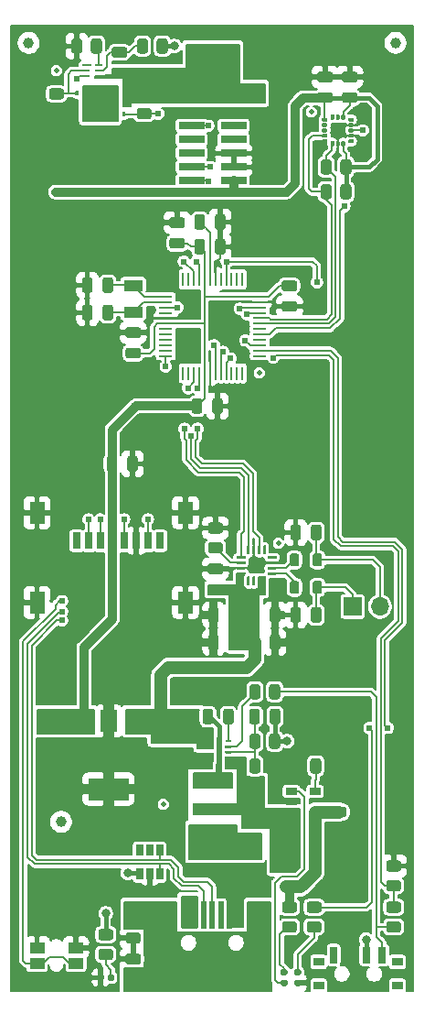
<source format=gtl>
G04 #@! TF.GenerationSoftware,KiCad,Pcbnew,5.1.12-84ad8e8a86~92~ubuntu18.04.1*
G04 #@! TF.CreationDate,2023-10-05T13:55:54+02:00*
G04 #@! TF.ProjectId,acoustic-impact-ball,61636f75-7374-4696-932d-696d70616374,rev?*
G04 #@! TF.SameCoordinates,Original*
G04 #@! TF.FileFunction,Copper,L1,Top*
G04 #@! TF.FilePolarity,Positive*
%FSLAX46Y46*%
G04 Gerber Fmt 4.6, Leading zero omitted, Abs format (unit mm)*
G04 Created by KiCad (PCBNEW 5.1.12-84ad8e8a86~92~ubuntu18.04.1) date 2023-10-05 13:55:54*
%MOMM*%
%LPD*%
G01*
G04 APERTURE LIST*
G04 #@! TA.AperFunction,SMDPad,CuDef*
%ADD10R,1.400000X1.050000*%
G04 #@! TD*
G04 #@! TA.AperFunction,SMDPad,CuDef*
%ADD11C,0.500000*%
G04 #@! TD*
G04 #@! TA.AperFunction,SMDPad,CuDef*
%ADD12C,1.000000*%
G04 #@! TD*
G04 #@! TA.AperFunction,ComponentPad*
%ADD13R,3.800000X2.700000*%
G04 #@! TD*
G04 #@! TA.AperFunction,ComponentPad*
%ADD14O,3.800000X2.700000*%
G04 #@! TD*
G04 #@! TA.AperFunction,SMDPad,CuDef*
%ADD15R,0.650000X1.060000*%
G04 #@! TD*
G04 #@! TA.AperFunction,SMDPad,CuDef*
%ADD16R,0.800000X1.500000*%
G04 #@! TD*
G04 #@! TA.AperFunction,SMDPad,CuDef*
%ADD17R,1.450000X2.000000*%
G04 #@! TD*
G04 #@! TA.AperFunction,SMDPad,CuDef*
%ADD18R,2.400000X0.740000*%
G04 #@! TD*
G04 #@! TA.AperFunction,ComponentPad*
%ADD19R,1.700000X1.700000*%
G04 #@! TD*
G04 #@! TA.AperFunction,ComponentPad*
%ADD20O,1.700000X1.700000*%
G04 #@! TD*
G04 #@! TA.AperFunction,SMDPad,CuDef*
%ADD21R,0.700000X1.500000*%
G04 #@! TD*
G04 #@! TA.AperFunction,SMDPad,CuDef*
%ADD22R,1.000000X0.800000*%
G04 #@! TD*
G04 #@! TA.AperFunction,SMDPad,CuDef*
%ADD23R,1.300000X0.250000*%
G04 #@! TD*
G04 #@! TA.AperFunction,SMDPad,CuDef*
%ADD24R,0.250000X1.300000*%
G04 #@! TD*
G04 #@! TA.AperFunction,SMDPad,CuDef*
%ADD25R,1.450000X1.450000*%
G04 #@! TD*
G04 #@! TA.AperFunction,ComponentPad*
%ADD26C,0.600000*%
G04 #@! TD*
G04 #@! TA.AperFunction,SMDPad,CuDef*
%ADD27R,1.060000X0.650000*%
G04 #@! TD*
G04 #@! TA.AperFunction,SMDPad,CuDef*
%ADD28R,3.800000X2.000000*%
G04 #@! TD*
G04 #@! TA.AperFunction,SMDPad,CuDef*
%ADD29R,1.500000X2.000000*%
G04 #@! TD*
G04 #@! TA.AperFunction,SMDPad,CuDef*
%ADD30R,1.800000X1.000000*%
G04 #@! TD*
G04 #@! TA.AperFunction,SMDPad,CuDef*
%ADD31R,0.600000X0.250000*%
G04 #@! TD*
G04 #@! TA.AperFunction,SMDPad,CuDef*
%ADD32R,3.700000X0.980000*%
G04 #@! TD*
G04 #@! TA.AperFunction,SMDPad,CuDef*
%ADD33R,2.000000X2.500000*%
G04 #@! TD*
G04 #@! TA.AperFunction,SMDPad,CuDef*
%ADD34R,0.500000X2.500000*%
G04 #@! TD*
G04 #@! TA.AperFunction,SMDPad,CuDef*
%ADD35R,0.850000X0.280000*%
G04 #@! TD*
G04 #@! TA.AperFunction,SMDPad,CuDef*
%ADD36R,0.750000X0.280000*%
G04 #@! TD*
G04 #@! TA.AperFunction,ViaPad*
%ADD37C,0.812800*%
G04 #@! TD*
G04 #@! TA.AperFunction,ViaPad*
%ADD38C,0.609600*%
G04 #@! TD*
G04 #@! TA.AperFunction,Conductor*
%ADD39C,0.406400*%
G04 #@! TD*
G04 #@! TA.AperFunction,Conductor*
%ADD40C,0.203200*%
G04 #@! TD*
G04 #@! TA.AperFunction,Conductor*
%ADD41C,0.812800*%
G04 #@! TD*
G04 #@! TA.AperFunction,Conductor*
%ADD42C,1.219200*%
G04 #@! TD*
G04 #@! TA.AperFunction,Conductor*
%ADD43C,0.100000*%
G04 #@! TD*
G04 #@! TA.AperFunction,Conductor*
%ADD44C,0.254000*%
G04 #@! TD*
G04 APERTURE END LIST*
D10*
X2772000Y-87085000D03*
X6372000Y-87085000D03*
X6372000Y-85635000D03*
X2772000Y-85635000D03*
D11*
X4572000Y-4572000D03*
X28194000Y-8382000D03*
X23368000Y-32512000D03*
X25146000Y-48260000D03*
X14478000Y-72390000D03*
D12*
X5000000Y-74000000D03*
X36000000Y-2000000D03*
X2000000Y-2000000D03*
D13*
X19000000Y-76000000D03*
D14*
X19000000Y-4000000D03*
G04 #@! TA.AperFunction,SMDPad,CuDef*
G36*
G01*
X17346000Y-19017000D02*
X17346000Y-18067000D01*
G75*
G02*
X17596000Y-17817000I250000J0D01*
G01*
X18096000Y-17817000D01*
G75*
G02*
X18346000Y-18067000I0J-250000D01*
G01*
X18346000Y-19017000D01*
G75*
G02*
X18096000Y-19267000I-250000J0D01*
G01*
X17596000Y-19267000D01*
G75*
G02*
X17346000Y-19017000I0J250000D01*
G01*
G37*
G04 #@! TD.AperFunction*
G04 #@! TA.AperFunction,SMDPad,CuDef*
G36*
G01*
X19246000Y-19017000D02*
X19246000Y-18067000D01*
G75*
G02*
X19496000Y-17817000I250000J0D01*
G01*
X19996000Y-17817000D01*
G75*
G02*
X20246000Y-18067000I0J-250000D01*
G01*
X20246000Y-19017000D01*
G75*
G02*
X19996000Y-19267000I-250000J0D01*
G01*
X19496000Y-19267000D01*
G75*
G02*
X19246000Y-19017000I0J250000D01*
G01*
G37*
G04 #@! TD.AperFunction*
G04 #@! TA.AperFunction,SMDPad,CuDef*
G36*
G01*
X18992000Y-36035000D02*
X18992000Y-35085000D01*
G75*
G02*
X19242000Y-34835000I250000J0D01*
G01*
X19742000Y-34835000D01*
G75*
G02*
X19992000Y-35085000I0J-250000D01*
G01*
X19992000Y-36035000D01*
G75*
G02*
X19742000Y-36285000I-250000J0D01*
G01*
X19242000Y-36285000D01*
G75*
G02*
X18992000Y-36035000I0J250000D01*
G01*
G37*
G04 #@! TD.AperFunction*
G04 #@! TA.AperFunction,SMDPad,CuDef*
G36*
G01*
X17092000Y-36035000D02*
X17092000Y-35085000D01*
G75*
G02*
X17342000Y-34835000I250000J0D01*
G01*
X17842000Y-34835000D01*
G75*
G02*
X18092000Y-35085000I0J-250000D01*
G01*
X18092000Y-36035000D01*
G75*
G02*
X17842000Y-36285000I-250000J0D01*
G01*
X17342000Y-36285000D01*
G75*
G02*
X17092000Y-36035000I0J250000D01*
G01*
G37*
G04 #@! TD.AperFunction*
G04 #@! TA.AperFunction,SMDPad,CuDef*
G36*
G01*
X12159000Y-31168000D02*
X11209000Y-31168000D01*
G75*
G02*
X10959000Y-30918000I0J250000D01*
G01*
X10959000Y-30418000D01*
G75*
G02*
X11209000Y-30168000I250000J0D01*
G01*
X12159000Y-30168000D01*
G75*
G02*
X12409000Y-30418000I0J-250000D01*
G01*
X12409000Y-30918000D01*
G75*
G02*
X12159000Y-31168000I-250000J0D01*
G01*
G37*
G04 #@! TD.AperFunction*
G04 #@! TA.AperFunction,SMDPad,CuDef*
G36*
G01*
X12159000Y-29268000D02*
X11209000Y-29268000D01*
G75*
G02*
X10959000Y-29018000I0J250000D01*
G01*
X10959000Y-28518000D01*
G75*
G02*
X11209000Y-28268000I250000J0D01*
G01*
X12159000Y-28268000D01*
G75*
G02*
X12409000Y-28518000I0J-250000D01*
G01*
X12409000Y-29018000D01*
G75*
G02*
X12159000Y-29268000I-250000J0D01*
G01*
G37*
G04 #@! TD.AperFunction*
G04 #@! TA.AperFunction,SMDPad,CuDef*
G36*
G01*
X25687000Y-25850000D02*
X26637000Y-25850000D01*
G75*
G02*
X26887000Y-26100000I0J-250000D01*
G01*
X26887000Y-26600000D01*
G75*
G02*
X26637000Y-26850000I-250000J0D01*
G01*
X25687000Y-26850000D01*
G75*
G02*
X25437000Y-26600000I0J250000D01*
G01*
X25437000Y-26100000D01*
G75*
G02*
X25687000Y-25850000I250000J0D01*
G01*
G37*
G04 #@! TD.AperFunction*
G04 #@! TA.AperFunction,SMDPad,CuDef*
G36*
G01*
X25687000Y-23950000D02*
X26637000Y-23950000D01*
G75*
G02*
X26887000Y-24200000I0J-250000D01*
G01*
X26887000Y-24700000D01*
G75*
G02*
X26637000Y-24950000I-250000J0D01*
G01*
X25687000Y-24950000D01*
G75*
G02*
X25437000Y-24700000I0J250000D01*
G01*
X25437000Y-24200000D01*
G75*
G02*
X25687000Y-23950000I250000J0D01*
G01*
G37*
G04 #@! TD.AperFunction*
G04 #@! TA.AperFunction,SMDPad,CuDef*
G36*
G01*
X17346000Y-21303000D02*
X17346000Y-20353000D01*
G75*
G02*
X17596000Y-20103000I250000J0D01*
G01*
X18096000Y-20103000D01*
G75*
G02*
X18346000Y-20353000I0J-250000D01*
G01*
X18346000Y-21303000D01*
G75*
G02*
X18096000Y-21553000I-250000J0D01*
G01*
X17596000Y-21553000D01*
G75*
G02*
X17346000Y-21303000I0J250000D01*
G01*
G37*
G04 #@! TD.AperFunction*
G04 #@! TA.AperFunction,SMDPad,CuDef*
G36*
G01*
X19246000Y-21303000D02*
X19246000Y-20353000D01*
G75*
G02*
X19496000Y-20103000I250000J0D01*
G01*
X19996000Y-20103000D01*
G75*
G02*
X20246000Y-20353000I0J-250000D01*
G01*
X20246000Y-21303000D01*
G75*
G02*
X19996000Y-21553000I-250000J0D01*
G01*
X19496000Y-21553000D01*
G75*
G02*
X19246000Y-21303000I0J250000D01*
G01*
G37*
G04 #@! TD.AperFunction*
G04 #@! TA.AperFunction,SMDPad,CuDef*
G36*
G01*
X16223000Y-19108000D02*
X15273000Y-19108000D01*
G75*
G02*
X15023000Y-18858000I0J250000D01*
G01*
X15023000Y-18358000D01*
G75*
G02*
X15273000Y-18108000I250000J0D01*
G01*
X16223000Y-18108000D01*
G75*
G02*
X16473000Y-18358000I0J-250000D01*
G01*
X16473000Y-18858000D01*
G75*
G02*
X16223000Y-19108000I-250000J0D01*
G01*
G37*
G04 #@! TD.AperFunction*
G04 #@! TA.AperFunction,SMDPad,CuDef*
G36*
G01*
X16223000Y-21008000D02*
X15273000Y-21008000D01*
G75*
G02*
X15023000Y-20758000I0J250000D01*
G01*
X15023000Y-20258000D01*
G75*
G02*
X15273000Y-20008000I250000J0D01*
G01*
X16223000Y-20008000D01*
G75*
G02*
X16473000Y-20258000I0J-250000D01*
G01*
X16473000Y-20758000D01*
G75*
G02*
X16223000Y-21008000I-250000J0D01*
G01*
G37*
G04 #@! TD.AperFunction*
G04 #@! TA.AperFunction,SMDPad,CuDef*
G36*
G01*
X29939000Y-7546000D02*
X28989000Y-7546000D01*
G75*
G02*
X28739000Y-7296000I0J250000D01*
G01*
X28739000Y-6796000D01*
G75*
G02*
X28989000Y-6546000I250000J0D01*
G01*
X29939000Y-6546000D01*
G75*
G02*
X30189000Y-6796000I0J-250000D01*
G01*
X30189000Y-7296000D01*
G75*
G02*
X29939000Y-7546000I-250000J0D01*
G01*
G37*
G04 #@! TD.AperFunction*
G04 #@! TA.AperFunction,SMDPad,CuDef*
G36*
G01*
X29939000Y-5646000D02*
X28989000Y-5646000D01*
G75*
G02*
X28739000Y-5396000I0J250000D01*
G01*
X28739000Y-4896000D01*
G75*
G02*
X28989000Y-4646000I250000J0D01*
G01*
X29939000Y-4646000D01*
G75*
G02*
X30189000Y-4896000I0J-250000D01*
G01*
X30189000Y-5396000D01*
G75*
G02*
X29939000Y-5646000I-250000J0D01*
G01*
G37*
G04 #@! TD.AperFunction*
G04 #@! TA.AperFunction,SMDPad,CuDef*
G36*
G01*
X32225000Y-5646000D02*
X31275000Y-5646000D01*
G75*
G02*
X31025000Y-5396000I0J250000D01*
G01*
X31025000Y-4896000D01*
G75*
G02*
X31275000Y-4646000I250000J0D01*
G01*
X32225000Y-4646000D01*
G75*
G02*
X32475000Y-4896000I0J-250000D01*
G01*
X32475000Y-5396000D01*
G75*
G02*
X32225000Y-5646000I-250000J0D01*
G01*
G37*
G04 #@! TD.AperFunction*
G04 #@! TA.AperFunction,SMDPad,CuDef*
G36*
G01*
X32225000Y-7546000D02*
X31275000Y-7546000D01*
G75*
G02*
X31025000Y-7296000I0J250000D01*
G01*
X31025000Y-6796000D01*
G75*
G02*
X31275000Y-6546000I250000J0D01*
G01*
X32225000Y-6546000D01*
G75*
G02*
X32475000Y-6796000I0J-250000D01*
G01*
X32475000Y-7296000D01*
G75*
G02*
X32225000Y-7546000I-250000J0D01*
G01*
G37*
G04 #@! TD.AperFunction*
G04 #@! TA.AperFunction,SMDPad,CuDef*
G36*
G01*
X8832000Y-24859000D02*
X8832000Y-23909000D01*
G75*
G02*
X9082000Y-23659000I250000J0D01*
G01*
X9582000Y-23659000D01*
G75*
G02*
X9832000Y-23909000I0J-250000D01*
G01*
X9832000Y-24859000D01*
G75*
G02*
X9582000Y-25109000I-250000J0D01*
G01*
X9082000Y-25109000D01*
G75*
G02*
X8832000Y-24859000I0J250000D01*
G01*
G37*
G04 #@! TD.AperFunction*
G04 #@! TA.AperFunction,SMDPad,CuDef*
G36*
G01*
X6932000Y-24859000D02*
X6932000Y-23909000D01*
G75*
G02*
X7182000Y-23659000I250000J0D01*
G01*
X7682000Y-23659000D01*
G75*
G02*
X7932000Y-23909000I0J-250000D01*
G01*
X7932000Y-24859000D01*
G75*
G02*
X7682000Y-25109000I-250000J0D01*
G01*
X7182000Y-25109000D01*
G75*
G02*
X6932000Y-24859000I0J250000D01*
G01*
G37*
G04 #@! TD.AperFunction*
G04 #@! TA.AperFunction,SMDPad,CuDef*
G36*
G01*
X6932000Y-27399000D02*
X6932000Y-26449000D01*
G75*
G02*
X7182000Y-26199000I250000J0D01*
G01*
X7682000Y-26199000D01*
G75*
G02*
X7932000Y-26449000I0J-250000D01*
G01*
X7932000Y-27399000D01*
G75*
G02*
X7682000Y-27649000I-250000J0D01*
G01*
X7182000Y-27649000D01*
G75*
G02*
X6932000Y-27399000I0J250000D01*
G01*
G37*
G04 #@! TD.AperFunction*
G04 #@! TA.AperFunction,SMDPad,CuDef*
G36*
G01*
X8832000Y-27399000D02*
X8832000Y-26449000D01*
G75*
G02*
X9082000Y-26199000I250000J0D01*
G01*
X9582000Y-26199000D01*
G75*
G02*
X9832000Y-26449000I0J-250000D01*
G01*
X9832000Y-27399000D01*
G75*
G02*
X9582000Y-27649000I-250000J0D01*
G01*
X9082000Y-27649000D01*
G75*
G02*
X8832000Y-27399000I0J250000D01*
G01*
G37*
G04 #@! TD.AperFunction*
G04 #@! TA.AperFunction,SMDPad,CuDef*
G36*
G01*
X9218000Y-41369000D02*
X9218000Y-40419000D01*
G75*
G02*
X9468000Y-40169000I250000J0D01*
G01*
X9968000Y-40169000D01*
G75*
G02*
X10218000Y-40419000I0J-250000D01*
G01*
X10218000Y-41369000D01*
G75*
G02*
X9968000Y-41619000I-250000J0D01*
G01*
X9468000Y-41619000D01*
G75*
G02*
X9218000Y-41369000I0J250000D01*
G01*
G37*
G04 #@! TD.AperFunction*
G04 #@! TA.AperFunction,SMDPad,CuDef*
G36*
G01*
X11118000Y-41369000D02*
X11118000Y-40419000D01*
G75*
G02*
X11368000Y-40169000I250000J0D01*
G01*
X11868000Y-40169000D01*
G75*
G02*
X12118000Y-40419000I0J-250000D01*
G01*
X12118000Y-41369000D01*
G75*
G02*
X11868000Y-41619000I-250000J0D01*
G01*
X11368000Y-41619000D01*
G75*
G02*
X11118000Y-41369000I0J250000D01*
G01*
G37*
G04 #@! TD.AperFunction*
G04 #@! TA.AperFunction,SMDPad,CuDef*
G36*
G01*
X19779000Y-51112000D02*
X18829000Y-51112000D01*
G75*
G02*
X18579000Y-50862000I0J250000D01*
G01*
X18579000Y-50362000D01*
G75*
G02*
X18829000Y-50112000I250000J0D01*
G01*
X19779000Y-50112000D01*
G75*
G02*
X20029000Y-50362000I0J-250000D01*
G01*
X20029000Y-50862000D01*
G75*
G02*
X19779000Y-51112000I-250000J0D01*
G01*
G37*
G04 #@! TD.AperFunction*
G04 #@! TA.AperFunction,SMDPad,CuDef*
G36*
G01*
X19779000Y-53012000D02*
X18829000Y-53012000D01*
G75*
G02*
X18579000Y-52762000I0J250000D01*
G01*
X18579000Y-52262000D01*
G75*
G02*
X18829000Y-52012000I250000J0D01*
G01*
X19779000Y-52012000D01*
G75*
G02*
X20029000Y-52262000I0J-250000D01*
G01*
X20029000Y-52762000D01*
G75*
G02*
X19779000Y-53012000I-250000J0D01*
G01*
G37*
G04 #@! TD.AperFunction*
G04 #@! TA.AperFunction,SMDPad,CuDef*
G36*
G01*
X24326000Y-55339000D02*
X24326000Y-54389000D01*
G75*
G02*
X24576000Y-54139000I250000J0D01*
G01*
X25076000Y-54139000D01*
G75*
G02*
X25326000Y-54389000I0J-250000D01*
G01*
X25326000Y-55339000D01*
G75*
G02*
X25076000Y-55589000I-250000J0D01*
G01*
X24576000Y-55589000D01*
G75*
G02*
X24326000Y-55339000I0J250000D01*
G01*
G37*
G04 #@! TD.AperFunction*
G04 #@! TA.AperFunction,SMDPad,CuDef*
G36*
G01*
X22426000Y-55339000D02*
X22426000Y-54389000D01*
G75*
G02*
X22676000Y-54139000I250000J0D01*
G01*
X23176000Y-54139000D01*
G75*
G02*
X23426000Y-54389000I0J-250000D01*
G01*
X23426000Y-55339000D01*
G75*
G02*
X23176000Y-55589000I-250000J0D01*
G01*
X22676000Y-55589000D01*
G75*
G02*
X22426000Y-55339000I0J250000D01*
G01*
G37*
G04 #@! TD.AperFunction*
G04 #@! TA.AperFunction,SMDPad,CuDef*
G36*
G01*
X21516000Y-54389000D02*
X21516000Y-55339000D01*
G75*
G02*
X21266000Y-55589000I-250000J0D01*
G01*
X20766000Y-55589000D01*
G75*
G02*
X20516000Y-55339000I0J250000D01*
G01*
X20516000Y-54389000D01*
G75*
G02*
X20766000Y-54139000I250000J0D01*
G01*
X21266000Y-54139000D01*
G75*
G02*
X21516000Y-54389000I0J-250000D01*
G01*
G37*
G04 #@! TD.AperFunction*
G04 #@! TA.AperFunction,SMDPad,CuDef*
G36*
G01*
X19616000Y-54389000D02*
X19616000Y-55339000D01*
G75*
G02*
X19366000Y-55589000I-250000J0D01*
G01*
X18866000Y-55589000D01*
G75*
G02*
X18616000Y-55339000I0J250000D01*
G01*
X18616000Y-54389000D01*
G75*
G02*
X18866000Y-54139000I250000J0D01*
G01*
X19366000Y-54139000D01*
G75*
G02*
X19616000Y-54389000I0J-250000D01*
G01*
G37*
G04 #@! TD.AperFunction*
G04 #@! TA.AperFunction,SMDPad,CuDef*
G36*
G01*
X27236000Y-54389000D02*
X27236000Y-55339000D01*
G75*
G02*
X26986000Y-55589000I-250000J0D01*
G01*
X26486000Y-55589000D01*
G75*
G02*
X26236000Y-55339000I0J250000D01*
G01*
X26236000Y-54389000D01*
G75*
G02*
X26486000Y-54139000I250000J0D01*
G01*
X26986000Y-54139000D01*
G75*
G02*
X27236000Y-54389000I0J-250000D01*
G01*
G37*
G04 #@! TD.AperFunction*
G04 #@! TA.AperFunction,SMDPad,CuDef*
G36*
G01*
X29136000Y-54389000D02*
X29136000Y-55339000D01*
G75*
G02*
X28886000Y-55589000I-250000J0D01*
G01*
X28386000Y-55589000D01*
G75*
G02*
X28136000Y-55339000I0J250000D01*
G01*
X28136000Y-54389000D01*
G75*
G02*
X28386000Y-54139000I250000J0D01*
G01*
X28886000Y-54139000D01*
G75*
G02*
X29136000Y-54389000I0J-250000D01*
G01*
G37*
G04 #@! TD.AperFunction*
G04 #@! TA.AperFunction,SMDPad,CuDef*
G36*
G01*
X29136000Y-46769000D02*
X29136000Y-47719000D01*
G75*
G02*
X28886000Y-47969000I-250000J0D01*
G01*
X28386000Y-47969000D01*
G75*
G02*
X28136000Y-47719000I0J250000D01*
G01*
X28136000Y-46769000D01*
G75*
G02*
X28386000Y-46519000I250000J0D01*
G01*
X28886000Y-46519000D01*
G75*
G02*
X29136000Y-46769000I0J-250000D01*
G01*
G37*
G04 #@! TD.AperFunction*
G04 #@! TA.AperFunction,SMDPad,CuDef*
G36*
G01*
X27236000Y-46769000D02*
X27236000Y-47719000D01*
G75*
G02*
X26986000Y-47969000I-250000J0D01*
G01*
X26486000Y-47969000D01*
G75*
G02*
X26236000Y-47719000I0J250000D01*
G01*
X26236000Y-46769000D01*
G75*
G02*
X26486000Y-46519000I250000J0D01*
G01*
X26986000Y-46519000D01*
G75*
G02*
X27236000Y-46769000I0J-250000D01*
G01*
G37*
G04 #@! TD.AperFunction*
G04 #@! TA.AperFunction,SMDPad,CuDef*
G36*
G01*
X31209000Y-71686000D02*
X30259000Y-71686000D01*
G75*
G02*
X30009000Y-71436000I0J250000D01*
G01*
X30009000Y-70936000D01*
G75*
G02*
X30259000Y-70686000I250000J0D01*
G01*
X31209000Y-70686000D01*
G75*
G02*
X31459000Y-70936000I0J-250000D01*
G01*
X31459000Y-71436000D01*
G75*
G02*
X31209000Y-71686000I-250000J0D01*
G01*
G37*
G04 #@! TD.AperFunction*
G04 #@! TA.AperFunction,SMDPad,CuDef*
G36*
G01*
X31209000Y-73586000D02*
X30259000Y-73586000D01*
G75*
G02*
X30009000Y-73336000I0J250000D01*
G01*
X30009000Y-72836000D01*
G75*
G02*
X30259000Y-72586000I250000J0D01*
G01*
X31209000Y-72586000D01*
G75*
G02*
X31459000Y-72836000I0J-250000D01*
G01*
X31459000Y-73336000D01*
G75*
G02*
X31209000Y-73586000I-250000J0D01*
G01*
G37*
G04 #@! TD.AperFunction*
G04 #@! TA.AperFunction,SMDPad,CuDef*
G36*
G01*
X19108000Y-63787000D02*
X19108000Y-64737000D01*
G75*
G02*
X18858000Y-64987000I-250000J0D01*
G01*
X18358000Y-64987000D01*
G75*
G02*
X18108000Y-64737000I0J250000D01*
G01*
X18108000Y-63787000D01*
G75*
G02*
X18358000Y-63537000I250000J0D01*
G01*
X18858000Y-63537000D01*
G75*
G02*
X19108000Y-63787000I0J-250000D01*
G01*
G37*
G04 #@! TD.AperFunction*
G04 #@! TA.AperFunction,SMDPad,CuDef*
G36*
G01*
X21008000Y-63787000D02*
X21008000Y-64737000D01*
G75*
G02*
X20758000Y-64987000I-250000J0D01*
G01*
X20258000Y-64987000D01*
G75*
G02*
X20008000Y-64737000I0J250000D01*
G01*
X20008000Y-63787000D01*
G75*
G02*
X20258000Y-63537000I250000J0D01*
G01*
X20758000Y-63537000D01*
G75*
G02*
X21008000Y-63787000I0J-250000D01*
G01*
G37*
G04 #@! TD.AperFunction*
G04 #@! TA.AperFunction,SMDPad,CuDef*
G36*
G01*
X4097000Y-64336000D02*
X5047000Y-64336000D01*
G75*
G02*
X5297000Y-64586000I0J-250000D01*
G01*
X5297000Y-65086000D01*
G75*
G02*
X5047000Y-65336000I-250000J0D01*
G01*
X4097000Y-65336000D01*
G75*
G02*
X3847000Y-65086000I0J250000D01*
G01*
X3847000Y-64586000D01*
G75*
G02*
X4097000Y-64336000I250000J0D01*
G01*
G37*
G04 #@! TD.AperFunction*
G04 #@! TA.AperFunction,SMDPad,CuDef*
G36*
G01*
X4097000Y-66236000D02*
X5047000Y-66236000D01*
G75*
G02*
X5297000Y-66486000I0J-250000D01*
G01*
X5297000Y-66986000D01*
G75*
G02*
X5047000Y-67236000I-250000J0D01*
G01*
X4097000Y-67236000D01*
G75*
G02*
X3847000Y-66986000I0J250000D01*
G01*
X3847000Y-66486000D01*
G75*
G02*
X4097000Y-66236000I250000J0D01*
G01*
G37*
G04 #@! TD.AperFunction*
G04 #@! TA.AperFunction,SMDPad,CuDef*
G36*
G01*
X12159000Y-89080000D02*
X11209000Y-89080000D01*
G75*
G02*
X10959000Y-88830000I0J250000D01*
G01*
X10959000Y-88330000D01*
G75*
G02*
X11209000Y-88080000I250000J0D01*
G01*
X12159000Y-88080000D01*
G75*
G02*
X12409000Y-88330000I0J-250000D01*
G01*
X12409000Y-88830000D01*
G75*
G02*
X12159000Y-89080000I-250000J0D01*
G01*
G37*
G04 #@! TD.AperFunction*
G04 #@! TA.AperFunction,SMDPad,CuDef*
G36*
G01*
X12159000Y-87180000D02*
X11209000Y-87180000D01*
G75*
G02*
X10959000Y-86930000I0J250000D01*
G01*
X10959000Y-86430000D01*
G75*
G02*
X11209000Y-86180000I250000J0D01*
G01*
X12159000Y-86180000D01*
G75*
G02*
X12409000Y-86430000I0J-250000D01*
G01*
X12409000Y-86930000D01*
G75*
G02*
X12159000Y-87180000I-250000J0D01*
G01*
G37*
G04 #@! TD.AperFunction*
G04 #@! TA.AperFunction,SMDPad,CuDef*
G36*
G01*
X9939000Y-2360000D02*
X10889000Y-2360000D01*
G75*
G02*
X11139000Y-2610000I0J-250000D01*
G01*
X11139000Y-3110000D01*
G75*
G02*
X10889000Y-3360000I-250000J0D01*
G01*
X9939000Y-3360000D01*
G75*
G02*
X9689000Y-3110000I0J250000D01*
G01*
X9689000Y-2610000D01*
G75*
G02*
X9939000Y-2360000I250000J0D01*
G01*
G37*
G04 #@! TD.AperFunction*
G04 #@! TA.AperFunction,SMDPad,CuDef*
G36*
G01*
X9939000Y-4260000D02*
X10889000Y-4260000D01*
G75*
G02*
X11139000Y-4510000I0J-250000D01*
G01*
X11139000Y-5010000D01*
G75*
G02*
X10889000Y-5260000I-250000J0D01*
G01*
X9939000Y-5260000D01*
G75*
G02*
X9689000Y-5010000I0J250000D01*
G01*
X9689000Y-4510000D01*
G75*
G02*
X9939000Y-4260000I250000J0D01*
G01*
G37*
G04 #@! TD.AperFunction*
D15*
X12258000Y-78824000D03*
X13208000Y-78824000D03*
X14158000Y-78824000D03*
X14158000Y-76624000D03*
X12258000Y-76624000D03*
X13208000Y-76624000D03*
G04 #@! TA.AperFunction,SMDPad,CuDef*
G36*
G01*
X22031000Y-72451000D02*
X23181000Y-72451000D01*
G75*
G02*
X23431000Y-72701000I0J-250000D01*
G01*
X23431000Y-73801000D01*
G75*
G02*
X23181000Y-74051000I-250000J0D01*
G01*
X22031000Y-74051000D01*
G75*
G02*
X21781000Y-73801000I0J250000D01*
G01*
X21781000Y-72701000D01*
G75*
G02*
X22031000Y-72451000I250000J0D01*
G01*
G37*
G04 #@! TD.AperFunction*
G04 #@! TA.AperFunction,SMDPad,CuDef*
G36*
G01*
X22031000Y-75301000D02*
X23181000Y-75301000D01*
G75*
G02*
X23431000Y-75551000I0J-250000D01*
G01*
X23431000Y-76651000D01*
G75*
G02*
X23181000Y-76901000I-250000J0D01*
G01*
X22031000Y-76901000D01*
G75*
G02*
X21781000Y-76651000I0J250000D01*
G01*
X21781000Y-75551000D01*
G75*
G02*
X22031000Y-75301000I250000J0D01*
G01*
G37*
G04 #@! TD.AperFunction*
D16*
X6452000Y-48018000D03*
X7552000Y-48018000D03*
X8652000Y-48018000D03*
X9752000Y-48018000D03*
X10852000Y-48018000D03*
X11952000Y-48018000D03*
X13052000Y-48018000D03*
X14152000Y-48018000D03*
D17*
X2777000Y-45418000D03*
X2777000Y-53718000D03*
X16527000Y-45418000D03*
X16527000Y-53718000D03*
D18*
X21000000Y-14732000D03*
X17100000Y-14732000D03*
X21000000Y-13462000D03*
X17100000Y-13462000D03*
X21000000Y-12192000D03*
X17100000Y-12192000D03*
X21000000Y-10922000D03*
X17100000Y-10922000D03*
X21000000Y-9652000D03*
X17100000Y-9652000D03*
G04 #@! TA.AperFunction,SMDPad,CuDef*
G36*
G01*
X26186000Y-52705250D02*
X26186000Y-51942750D01*
G75*
G02*
X26404750Y-51724000I218750J0D01*
G01*
X26842250Y-51724000D01*
G75*
G02*
X27061000Y-51942750I0J-218750D01*
G01*
X27061000Y-52705250D01*
G75*
G02*
X26842250Y-52924000I-218750J0D01*
G01*
X26404750Y-52924000D01*
G75*
G02*
X26186000Y-52705250I0J218750D01*
G01*
G37*
G04 #@! TD.AperFunction*
G04 #@! TA.AperFunction,SMDPad,CuDef*
G36*
G01*
X28311000Y-52705250D02*
X28311000Y-51942750D01*
G75*
G02*
X28529750Y-51724000I218750J0D01*
G01*
X28967250Y-51724000D01*
G75*
G02*
X29186000Y-51942750I0J-218750D01*
G01*
X29186000Y-52705250D01*
G75*
G02*
X28967250Y-52924000I-218750J0D01*
G01*
X28529750Y-52924000D01*
G75*
G02*
X28311000Y-52705250I0J218750D01*
G01*
G37*
G04 #@! TD.AperFunction*
G04 #@! TA.AperFunction,SMDPad,CuDef*
G36*
G01*
X28311000Y-50165250D02*
X28311000Y-49402750D01*
G75*
G02*
X28529750Y-49184000I218750J0D01*
G01*
X28967250Y-49184000D01*
G75*
G02*
X29186000Y-49402750I0J-218750D01*
G01*
X29186000Y-50165250D01*
G75*
G02*
X28967250Y-50384000I-218750J0D01*
G01*
X28529750Y-50384000D01*
G75*
G02*
X28311000Y-50165250I0J218750D01*
G01*
G37*
G04 #@! TD.AperFunction*
G04 #@! TA.AperFunction,SMDPad,CuDef*
G36*
G01*
X26186000Y-50165250D02*
X26186000Y-49402750D01*
G75*
G02*
X26404750Y-49184000I218750J0D01*
G01*
X26842250Y-49184000D01*
G75*
G02*
X27061000Y-49402750I0J-218750D01*
G01*
X27061000Y-50165250D01*
G75*
G02*
X26842250Y-50384000I-218750J0D01*
G01*
X26404750Y-50384000D01*
G75*
G02*
X26186000Y-50165250I0J218750D01*
G01*
G37*
G04 #@! TD.AperFunction*
D19*
X32004000Y-54102000D03*
D20*
X34544000Y-54102000D03*
G04 #@! TA.AperFunction,SMDPad,CuDef*
G36*
G01*
X31905000Y-13011998D02*
X31905000Y-13912002D01*
G75*
G02*
X31655002Y-14162000I-249998J0D01*
G01*
X31129998Y-14162000D01*
G75*
G02*
X30880000Y-13912002I0J249998D01*
G01*
X30880000Y-13011998D01*
G75*
G02*
X31129998Y-12762000I249998J0D01*
G01*
X31655002Y-12762000D01*
G75*
G02*
X31905000Y-13011998I0J-249998D01*
G01*
G37*
G04 #@! TD.AperFunction*
G04 #@! TA.AperFunction,SMDPad,CuDef*
G36*
G01*
X30080000Y-13011998D02*
X30080000Y-13912002D01*
G75*
G02*
X29830002Y-14162000I-249998J0D01*
G01*
X29304998Y-14162000D01*
G75*
G02*
X29055000Y-13912002I0J249998D01*
G01*
X29055000Y-13011998D01*
G75*
G02*
X29304998Y-12762000I249998J0D01*
G01*
X29830002Y-12762000D01*
G75*
G02*
X30080000Y-13011998I0J-249998D01*
G01*
G37*
G04 #@! TD.AperFunction*
G04 #@! TA.AperFunction,SMDPad,CuDef*
G36*
G01*
X30080000Y-15297998D02*
X30080000Y-16198002D01*
G75*
G02*
X29830002Y-16448000I-249998J0D01*
G01*
X29304998Y-16448000D01*
G75*
G02*
X29055000Y-16198002I0J249998D01*
G01*
X29055000Y-15297998D01*
G75*
G02*
X29304998Y-15048000I249998J0D01*
G01*
X29830002Y-15048000D01*
G75*
G02*
X30080000Y-15297998I0J-249998D01*
G01*
G37*
G04 #@! TD.AperFunction*
G04 #@! TA.AperFunction,SMDPad,CuDef*
G36*
G01*
X31905000Y-15297998D02*
X31905000Y-16198002D01*
G75*
G02*
X31655002Y-16448000I-249998J0D01*
G01*
X31129998Y-16448000D01*
G75*
G02*
X30880000Y-16198002I0J249998D01*
G01*
X30880000Y-15297998D01*
G75*
G02*
X31129998Y-15048000I249998J0D01*
G01*
X31655002Y-15048000D01*
G75*
G02*
X31905000Y-15297998I0J-249998D01*
G01*
G37*
G04 #@! TD.AperFunction*
G04 #@! TA.AperFunction,SMDPad,CuDef*
G36*
G01*
X19754002Y-47352000D02*
X18853998Y-47352000D01*
G75*
G02*
X18604000Y-47102002I0J249998D01*
G01*
X18604000Y-46576998D01*
G75*
G02*
X18853998Y-46327000I249998J0D01*
G01*
X19754002Y-46327000D01*
G75*
G02*
X20004000Y-46576998I0J-249998D01*
G01*
X20004000Y-47102002D01*
G75*
G02*
X19754002Y-47352000I-249998J0D01*
G01*
G37*
G04 #@! TD.AperFunction*
G04 #@! TA.AperFunction,SMDPad,CuDef*
G36*
G01*
X19754002Y-49177000D02*
X18853998Y-49177000D01*
G75*
G02*
X18604000Y-48927002I0J249998D01*
G01*
X18604000Y-48401998D01*
G75*
G02*
X18853998Y-48152000I249998J0D01*
G01*
X19754002Y-48152000D01*
G75*
G02*
X20004000Y-48401998I0J-249998D01*
G01*
X20004000Y-48927002D01*
G75*
G02*
X19754002Y-49177000I-249998J0D01*
G01*
G37*
G04 #@! TD.AperFunction*
G04 #@! TA.AperFunction,SMDPad,CuDef*
G36*
G01*
X25711998Y-81379000D02*
X26612002Y-81379000D01*
G75*
G02*
X26862000Y-81628998I0J-249998D01*
G01*
X26862000Y-82154002D01*
G75*
G02*
X26612002Y-82404000I-249998J0D01*
G01*
X25711998Y-82404000D01*
G75*
G02*
X25462000Y-82154002I0J249998D01*
G01*
X25462000Y-81628998D01*
G75*
G02*
X25711998Y-81379000I249998J0D01*
G01*
G37*
G04 #@! TD.AperFunction*
G04 #@! TA.AperFunction,SMDPad,CuDef*
G36*
G01*
X25711998Y-83204000D02*
X26612002Y-83204000D01*
G75*
G02*
X26862000Y-83453998I0J-249998D01*
G01*
X26862000Y-83979002D01*
G75*
G02*
X26612002Y-84229000I-249998J0D01*
G01*
X25711998Y-84229000D01*
G75*
G02*
X25462000Y-83979002I0J249998D01*
G01*
X25462000Y-83453998D01*
G75*
G02*
X25711998Y-83204000I249998J0D01*
G01*
G37*
G04 #@! TD.AperFunction*
G04 #@! TA.AperFunction,SMDPad,CuDef*
G36*
G01*
X8693998Y-83919000D02*
X9594002Y-83919000D01*
G75*
G02*
X9844000Y-84168998I0J-249998D01*
G01*
X9844000Y-84694002D01*
G75*
G02*
X9594002Y-84944000I-249998J0D01*
G01*
X8693998Y-84944000D01*
G75*
G02*
X8444000Y-84694002I0J249998D01*
G01*
X8444000Y-84168998D01*
G75*
G02*
X8693998Y-83919000I249998J0D01*
G01*
G37*
G04 #@! TD.AperFunction*
G04 #@! TA.AperFunction,SMDPad,CuDef*
G36*
G01*
X8693998Y-85744000D02*
X9594002Y-85744000D01*
G75*
G02*
X9844000Y-85993998I0J-249998D01*
G01*
X9844000Y-86519002D01*
G75*
G02*
X9594002Y-86769000I-249998J0D01*
G01*
X8693998Y-86769000D01*
G75*
G02*
X8444000Y-86519002I0J249998D01*
G01*
X8444000Y-85993998D01*
G75*
G02*
X8693998Y-85744000I249998J0D01*
G01*
G37*
G04 #@! TD.AperFunction*
G04 #@! TA.AperFunction,SMDPad,CuDef*
G36*
G01*
X23476000Y-66097998D02*
X23476000Y-66998002D01*
G75*
G02*
X23226002Y-67248000I-249998J0D01*
G01*
X22700998Y-67248000D01*
G75*
G02*
X22451000Y-66998002I0J249998D01*
G01*
X22451000Y-66097998D01*
G75*
G02*
X22700998Y-65848000I249998J0D01*
G01*
X23226002Y-65848000D01*
G75*
G02*
X23476000Y-66097998I0J-249998D01*
G01*
G37*
G04 #@! TD.AperFunction*
G04 #@! TA.AperFunction,SMDPad,CuDef*
G36*
G01*
X25301000Y-66097998D02*
X25301000Y-66998002D01*
G75*
G02*
X25051002Y-67248000I-249998J0D01*
G01*
X24525998Y-67248000D01*
G75*
G02*
X24276000Y-66998002I0J249998D01*
G01*
X24276000Y-66097998D01*
G75*
G02*
X24525998Y-65848000I249998J0D01*
G01*
X25051002Y-65848000D01*
G75*
G02*
X25301000Y-66097998I0J-249998D01*
G01*
G37*
G04 #@! TD.AperFunction*
G04 #@! TA.AperFunction,SMDPad,CuDef*
G36*
G01*
X29111000Y-68383998D02*
X29111000Y-69284002D01*
G75*
G02*
X28861002Y-69534000I-249998J0D01*
G01*
X28335998Y-69534000D01*
G75*
G02*
X28086000Y-69284002I0J249998D01*
G01*
X28086000Y-68383998D01*
G75*
G02*
X28335998Y-68134000I249998J0D01*
G01*
X28861002Y-68134000D01*
G75*
G02*
X29111000Y-68383998I0J-249998D01*
G01*
G37*
G04 #@! TD.AperFunction*
G04 #@! TA.AperFunction,SMDPad,CuDef*
G36*
G01*
X27286000Y-68384100D02*
X27286000Y-69283900D01*
G75*
G02*
X27035900Y-69534000I-250100J0D01*
G01*
X26511100Y-69534000D01*
G75*
G02*
X26261000Y-69283900I0J250100D01*
G01*
X26261000Y-68384100D01*
G75*
G02*
X26511100Y-68134000I250100J0D01*
G01*
X27035900Y-68134000D01*
G75*
G02*
X27286000Y-68384100I0J-250100D01*
G01*
G37*
G04 #@! TD.AperFunction*
G04 #@! TA.AperFunction,SMDPad,CuDef*
G36*
G01*
X24276000Y-62426002D02*
X24276000Y-61525998D01*
G75*
G02*
X24525998Y-61276000I249998J0D01*
G01*
X25051002Y-61276000D01*
G75*
G02*
X25301000Y-61525998I0J-249998D01*
G01*
X25301000Y-62426002D01*
G75*
G02*
X25051002Y-62676000I-249998J0D01*
G01*
X24525998Y-62676000D01*
G75*
G02*
X24276000Y-62426002I0J249998D01*
G01*
G37*
G04 #@! TD.AperFunction*
G04 #@! TA.AperFunction,SMDPad,CuDef*
G36*
G01*
X22451000Y-62426002D02*
X22451000Y-61525998D01*
G75*
G02*
X22700998Y-61276000I249998J0D01*
G01*
X23226002Y-61276000D01*
G75*
G02*
X23476000Y-61525998I0J-249998D01*
G01*
X23476000Y-62426002D01*
G75*
G02*
X23226002Y-62676000I-249998J0D01*
G01*
X22700998Y-62676000D01*
G75*
G02*
X22451000Y-62426002I0J249998D01*
G01*
G37*
G04 #@! TD.AperFunction*
G04 #@! TA.AperFunction,SMDPad,CuDef*
G36*
G01*
X22451000Y-69284002D02*
X22451000Y-68383998D01*
G75*
G02*
X22700998Y-68134000I249998J0D01*
G01*
X23226002Y-68134000D01*
G75*
G02*
X23476000Y-68383998I0J-249998D01*
G01*
X23476000Y-69284002D01*
G75*
G02*
X23226002Y-69534000I-249998J0D01*
G01*
X22700998Y-69534000D01*
G75*
G02*
X22451000Y-69284002I0J249998D01*
G01*
G37*
G04 #@! TD.AperFunction*
G04 #@! TA.AperFunction,SMDPad,CuDef*
G36*
G01*
X24276000Y-69283900D02*
X24276000Y-68384100D01*
G75*
G02*
X24526100Y-68134000I250100J0D01*
G01*
X25050900Y-68134000D01*
G75*
G02*
X25301000Y-68384100I0J-250100D01*
G01*
X25301000Y-69283900D01*
G75*
G02*
X25050900Y-69534000I-250100J0D01*
G01*
X24526100Y-69534000D01*
G75*
G02*
X24276000Y-69283900I0J250100D01*
G01*
G37*
G04 #@! TD.AperFunction*
G04 #@! TA.AperFunction,SMDPad,CuDef*
G36*
G01*
X36264002Y-84229000D02*
X35363998Y-84229000D01*
G75*
G02*
X35114000Y-83979002I0J249998D01*
G01*
X35114000Y-83453998D01*
G75*
G02*
X35363998Y-83204000I249998J0D01*
G01*
X36264002Y-83204000D01*
G75*
G02*
X36514000Y-83453998I0J-249998D01*
G01*
X36514000Y-83979002D01*
G75*
G02*
X36264002Y-84229000I-249998J0D01*
G01*
G37*
G04 #@! TD.AperFunction*
G04 #@! TA.AperFunction,SMDPad,CuDef*
G36*
G01*
X36264002Y-82404000D02*
X35363998Y-82404000D01*
G75*
G02*
X35114000Y-82154002I0J249998D01*
G01*
X35114000Y-81628998D01*
G75*
G02*
X35363998Y-81379000I249998J0D01*
G01*
X36264002Y-81379000D01*
G75*
G02*
X36514000Y-81628998I0J-249998D01*
G01*
X36514000Y-82154002D01*
G75*
G02*
X36264002Y-82404000I-249998J0D01*
G01*
G37*
G04 #@! TD.AperFunction*
G04 #@! TA.AperFunction,SMDPad,CuDef*
G36*
G01*
X11233998Y-84220000D02*
X12134002Y-84220000D01*
G75*
G02*
X12384000Y-84469998I0J-249998D01*
G01*
X12384000Y-84995002D01*
G75*
G02*
X12134002Y-85245000I-249998J0D01*
G01*
X11233998Y-85245000D01*
G75*
G02*
X10984000Y-84995002I0J249998D01*
G01*
X10984000Y-84469998D01*
G75*
G02*
X11233998Y-84220000I249998J0D01*
G01*
G37*
G04 #@! TD.AperFunction*
G04 #@! TA.AperFunction,SMDPad,CuDef*
G36*
G01*
X11233998Y-82395000D02*
X12134002Y-82395000D01*
G75*
G02*
X12384000Y-82644998I0J-249998D01*
G01*
X12384000Y-83170002D01*
G75*
G02*
X12134002Y-83420000I-249998J0D01*
G01*
X11233998Y-83420000D01*
G75*
G02*
X10984000Y-83170002I0J249998D01*
G01*
X10984000Y-82644998D01*
G75*
G02*
X11233998Y-82395000I249998J0D01*
G01*
G37*
G04 #@! TD.AperFunction*
G04 #@! TA.AperFunction,SMDPad,CuDef*
G36*
G01*
X36264002Y-78594000D02*
X35363998Y-78594000D01*
G75*
G02*
X35114000Y-78344002I0J249998D01*
G01*
X35114000Y-77818998D01*
G75*
G02*
X35363998Y-77569000I249998J0D01*
G01*
X36264002Y-77569000D01*
G75*
G02*
X36514000Y-77818998I0J-249998D01*
G01*
X36514000Y-78344002D01*
G75*
G02*
X36264002Y-78594000I-249998J0D01*
G01*
G37*
G04 #@! TD.AperFunction*
G04 #@! TA.AperFunction,SMDPad,CuDef*
G36*
G01*
X36264002Y-80419000D02*
X35363998Y-80419000D01*
G75*
G02*
X35114000Y-80169002I0J249998D01*
G01*
X35114000Y-79643998D01*
G75*
G02*
X35363998Y-79394000I249998J0D01*
G01*
X36264002Y-79394000D01*
G75*
G02*
X36514000Y-79643998I0J-249998D01*
G01*
X36514000Y-80169002D01*
G75*
G02*
X36264002Y-80419000I-249998J0D01*
G01*
G37*
G04 #@! TD.AperFunction*
G04 #@! TA.AperFunction,SMDPad,CuDef*
G36*
G01*
X14887000Y-1835998D02*
X14887000Y-2736002D01*
G75*
G02*
X14637002Y-2986000I-249998J0D01*
G01*
X14111998Y-2986000D01*
G75*
G02*
X13862000Y-2736002I0J249998D01*
G01*
X13862000Y-1835998D01*
G75*
G02*
X14111998Y-1586000I249998J0D01*
G01*
X14637002Y-1586000D01*
G75*
G02*
X14887000Y-1835998I0J-249998D01*
G01*
G37*
G04 #@! TD.AperFunction*
G04 #@! TA.AperFunction,SMDPad,CuDef*
G36*
G01*
X13062000Y-1835998D02*
X13062000Y-2736002D01*
G75*
G02*
X12812002Y-2986000I-249998J0D01*
G01*
X12286998Y-2986000D01*
G75*
G02*
X12037000Y-2736002I0J249998D01*
G01*
X12037000Y-1835998D01*
G75*
G02*
X12286998Y-1586000I249998J0D01*
G01*
X12812002Y-1586000D01*
G75*
G02*
X13062000Y-1835998I0J-249998D01*
G01*
G37*
G04 #@! TD.AperFunction*
G04 #@! TA.AperFunction,SMDPad,CuDef*
G36*
G01*
X8791000Y-1835998D02*
X8791000Y-2736002D01*
G75*
G02*
X8541002Y-2986000I-249998J0D01*
G01*
X8015998Y-2986000D01*
G75*
G02*
X7766000Y-2736002I0J249998D01*
G01*
X7766000Y-1835998D01*
G75*
G02*
X8015998Y-1586000I249998J0D01*
G01*
X8541002Y-1586000D01*
G75*
G02*
X8791000Y-1835998I0J-249998D01*
G01*
G37*
G04 #@! TD.AperFunction*
G04 #@! TA.AperFunction,SMDPad,CuDef*
G36*
G01*
X6966000Y-1835998D02*
X6966000Y-2736002D01*
G75*
G02*
X6716002Y-2986000I-249998J0D01*
G01*
X6190998Y-2986000D01*
G75*
G02*
X5941000Y-2736002I0J249998D01*
G01*
X5941000Y-1835998D01*
G75*
G02*
X6190998Y-1586000I249998J0D01*
G01*
X6716002Y-1586000D01*
G75*
G02*
X6966000Y-1835998I0J-249998D01*
G01*
G37*
G04 #@! TD.AperFunction*
D21*
X30262000Y-86294000D03*
X33262000Y-86294000D03*
X34762000Y-86294000D03*
D22*
X28862000Y-89154000D03*
X36162000Y-89154000D03*
X36162000Y-86944000D03*
X28862000Y-86944000D03*
G04 #@! TA.AperFunction,SMDPad,CuDef*
G36*
G01*
X29137000Y-9174500D02*
X29137000Y-8999500D01*
G75*
G02*
X29224500Y-8912000I87500J0D01*
G01*
X29599500Y-8912000D01*
G75*
G02*
X29687000Y-8999500I0J-87500D01*
G01*
X29687000Y-9174500D01*
G75*
G02*
X29599500Y-9262000I-87500J0D01*
G01*
X29224500Y-9262000D01*
G75*
G02*
X29137000Y-9174500I0J87500D01*
G01*
G37*
G04 #@! TD.AperFunction*
G04 #@! TA.AperFunction,SMDPad,CuDef*
G36*
G01*
X29137000Y-9674500D02*
X29137000Y-9499500D01*
G75*
G02*
X29224500Y-9412000I87500J0D01*
G01*
X29599500Y-9412000D01*
G75*
G02*
X29687000Y-9499500I0J-87500D01*
G01*
X29687000Y-9674500D01*
G75*
G02*
X29599500Y-9762000I-87500J0D01*
G01*
X29224500Y-9762000D01*
G75*
G02*
X29137000Y-9674500I0J87500D01*
G01*
G37*
G04 #@! TD.AperFunction*
G04 #@! TA.AperFunction,SMDPad,CuDef*
G36*
G01*
X29137000Y-10174500D02*
X29137000Y-9999500D01*
G75*
G02*
X29224500Y-9912000I87500J0D01*
G01*
X29599500Y-9912000D01*
G75*
G02*
X29687000Y-9999500I0J-87500D01*
G01*
X29687000Y-10174500D01*
G75*
G02*
X29599500Y-10262000I-87500J0D01*
G01*
X29224500Y-10262000D01*
G75*
G02*
X29137000Y-10174500I0J87500D01*
G01*
G37*
G04 #@! TD.AperFunction*
G04 #@! TA.AperFunction,SMDPad,CuDef*
G36*
G01*
X29137000Y-10674500D02*
X29137000Y-10499500D01*
G75*
G02*
X29224500Y-10412000I87500J0D01*
G01*
X29599500Y-10412000D01*
G75*
G02*
X29687000Y-10499500I0J-87500D01*
G01*
X29687000Y-10674500D01*
G75*
G02*
X29599500Y-10762000I-87500J0D01*
G01*
X29224500Y-10762000D01*
G75*
G02*
X29137000Y-10674500I0J87500D01*
G01*
G37*
G04 #@! TD.AperFunction*
G04 #@! TA.AperFunction,SMDPad,CuDef*
G36*
G01*
X29137000Y-11174500D02*
X29137000Y-10999500D01*
G75*
G02*
X29224500Y-10912000I87500J0D01*
G01*
X29599500Y-10912000D01*
G75*
G02*
X29687000Y-10999500I0J-87500D01*
G01*
X29687000Y-11174500D01*
G75*
G02*
X29599500Y-11262000I-87500J0D01*
G01*
X29224500Y-11262000D01*
G75*
G02*
X29137000Y-11174500I0J87500D01*
G01*
G37*
G04 #@! TD.AperFunction*
G04 #@! TA.AperFunction,SMDPad,CuDef*
G36*
G01*
X29962000Y-11499500D02*
X29962000Y-11124500D01*
G75*
G02*
X30049500Y-11037000I87500J0D01*
G01*
X30224500Y-11037000D01*
G75*
G02*
X30312000Y-11124500I0J-87500D01*
G01*
X30312000Y-11499500D01*
G75*
G02*
X30224500Y-11587000I-87500J0D01*
G01*
X30049500Y-11587000D01*
G75*
G02*
X29962000Y-11499500I0J87500D01*
G01*
G37*
G04 #@! TD.AperFunction*
G04 #@! TA.AperFunction,SMDPad,CuDef*
G36*
G01*
X30462000Y-11499500D02*
X30462000Y-11124500D01*
G75*
G02*
X30549500Y-11037000I87500J0D01*
G01*
X30724500Y-11037000D01*
G75*
G02*
X30812000Y-11124500I0J-87500D01*
G01*
X30812000Y-11499500D01*
G75*
G02*
X30724500Y-11587000I-87500J0D01*
G01*
X30549500Y-11587000D01*
G75*
G02*
X30462000Y-11499500I0J87500D01*
G01*
G37*
G04 #@! TD.AperFunction*
G04 #@! TA.AperFunction,SMDPad,CuDef*
G36*
G01*
X30962000Y-11499500D02*
X30962000Y-11124500D01*
G75*
G02*
X31049500Y-11037000I87500J0D01*
G01*
X31224500Y-11037000D01*
G75*
G02*
X31312000Y-11124500I0J-87500D01*
G01*
X31312000Y-11499500D01*
G75*
G02*
X31224500Y-11587000I-87500J0D01*
G01*
X31049500Y-11587000D01*
G75*
G02*
X30962000Y-11499500I0J87500D01*
G01*
G37*
G04 #@! TD.AperFunction*
G04 #@! TA.AperFunction,SMDPad,CuDef*
G36*
G01*
X31587000Y-11174500D02*
X31587000Y-10999500D01*
G75*
G02*
X31674500Y-10912000I87500J0D01*
G01*
X32049500Y-10912000D01*
G75*
G02*
X32137000Y-10999500I0J-87500D01*
G01*
X32137000Y-11174500D01*
G75*
G02*
X32049500Y-11262000I-87500J0D01*
G01*
X31674500Y-11262000D01*
G75*
G02*
X31587000Y-11174500I0J87500D01*
G01*
G37*
G04 #@! TD.AperFunction*
G04 #@! TA.AperFunction,SMDPad,CuDef*
G36*
G01*
X31587000Y-10674500D02*
X31587000Y-10499500D01*
G75*
G02*
X31674500Y-10412000I87500J0D01*
G01*
X32049500Y-10412000D01*
G75*
G02*
X32137000Y-10499500I0J-87500D01*
G01*
X32137000Y-10674500D01*
G75*
G02*
X32049500Y-10762000I-87500J0D01*
G01*
X31674500Y-10762000D01*
G75*
G02*
X31587000Y-10674500I0J87500D01*
G01*
G37*
G04 #@! TD.AperFunction*
G04 #@! TA.AperFunction,SMDPad,CuDef*
G36*
G01*
X31587000Y-10174500D02*
X31587000Y-9999500D01*
G75*
G02*
X31674500Y-9912000I87500J0D01*
G01*
X32049500Y-9912000D01*
G75*
G02*
X32137000Y-9999500I0J-87500D01*
G01*
X32137000Y-10174500D01*
G75*
G02*
X32049500Y-10262000I-87500J0D01*
G01*
X31674500Y-10262000D01*
G75*
G02*
X31587000Y-10174500I0J87500D01*
G01*
G37*
G04 #@! TD.AperFunction*
G04 #@! TA.AperFunction,SMDPad,CuDef*
G36*
G01*
X31587000Y-9674500D02*
X31587000Y-9499500D01*
G75*
G02*
X31674500Y-9412000I87500J0D01*
G01*
X32049500Y-9412000D01*
G75*
G02*
X32137000Y-9499500I0J-87500D01*
G01*
X32137000Y-9674500D01*
G75*
G02*
X32049500Y-9762000I-87500J0D01*
G01*
X31674500Y-9762000D01*
G75*
G02*
X31587000Y-9674500I0J87500D01*
G01*
G37*
G04 #@! TD.AperFunction*
G04 #@! TA.AperFunction,SMDPad,CuDef*
G36*
G01*
X31587000Y-9174500D02*
X31587000Y-8999500D01*
G75*
G02*
X31674500Y-8912000I87500J0D01*
G01*
X32049500Y-8912000D01*
G75*
G02*
X32137000Y-8999500I0J-87500D01*
G01*
X32137000Y-9174500D01*
G75*
G02*
X32049500Y-9262000I-87500J0D01*
G01*
X31674500Y-9262000D01*
G75*
G02*
X31587000Y-9174500I0J87500D01*
G01*
G37*
G04 #@! TD.AperFunction*
G04 #@! TA.AperFunction,SMDPad,CuDef*
G36*
G01*
X30962000Y-9049500D02*
X30962000Y-8674500D01*
G75*
G02*
X31049500Y-8587000I87500J0D01*
G01*
X31224500Y-8587000D01*
G75*
G02*
X31312000Y-8674500I0J-87500D01*
G01*
X31312000Y-9049500D01*
G75*
G02*
X31224500Y-9137000I-87500J0D01*
G01*
X31049500Y-9137000D01*
G75*
G02*
X30962000Y-9049500I0J87500D01*
G01*
G37*
G04 #@! TD.AperFunction*
G04 #@! TA.AperFunction,SMDPad,CuDef*
G36*
G01*
X30462000Y-9049500D02*
X30462000Y-8674500D01*
G75*
G02*
X30549500Y-8587000I87500J0D01*
G01*
X30724500Y-8587000D01*
G75*
G02*
X30812000Y-8674500I0J-87500D01*
G01*
X30812000Y-9049500D01*
G75*
G02*
X30724500Y-9137000I-87500J0D01*
G01*
X30549500Y-9137000D01*
G75*
G02*
X30462000Y-9049500I0J87500D01*
G01*
G37*
G04 #@! TD.AperFunction*
G04 #@! TA.AperFunction,SMDPad,CuDef*
G36*
G01*
X29962000Y-9049500D02*
X29962000Y-8674500D01*
G75*
G02*
X30049500Y-8587000I87500J0D01*
G01*
X30224500Y-8587000D01*
G75*
G02*
X30312000Y-8674500I0J-87500D01*
G01*
X30312000Y-9049500D01*
G75*
G02*
X30224500Y-9137000I-87500J0D01*
G01*
X30049500Y-9137000D01*
G75*
G02*
X29962000Y-9049500I0J87500D01*
G01*
G37*
G04 #@! TD.AperFunction*
D23*
X14700000Y-25444000D03*
X14700000Y-25944000D03*
X14700000Y-26444000D03*
X14700000Y-26944000D03*
X14700000Y-27444000D03*
X14700000Y-27944000D03*
X14700000Y-28444000D03*
X14700000Y-28944000D03*
X14700000Y-29444000D03*
X14700000Y-29944000D03*
X14700000Y-30444000D03*
X14700000Y-30944000D03*
D24*
X16300000Y-32544000D03*
X16800000Y-32544000D03*
X17300000Y-32544000D03*
X17800000Y-32544000D03*
X18300000Y-32544000D03*
X18800000Y-32544000D03*
X19300000Y-32544000D03*
X19800000Y-32544000D03*
X20300000Y-32544000D03*
X20800000Y-32544000D03*
X21300000Y-32544000D03*
X21800000Y-32544000D03*
D23*
X23400000Y-30944000D03*
X23400000Y-30444000D03*
X23400000Y-29944000D03*
X23400000Y-29444000D03*
X23400000Y-28944000D03*
X23400000Y-28444000D03*
X23400000Y-27944000D03*
X23400000Y-27444000D03*
X23400000Y-26944000D03*
X23400000Y-26444000D03*
X23400000Y-25944000D03*
X23400000Y-25444000D03*
D24*
X21800000Y-23844000D03*
X21300000Y-23844000D03*
X20800000Y-23844000D03*
X20300000Y-23844000D03*
X19800000Y-23844000D03*
X19300000Y-23844000D03*
X18800000Y-23844000D03*
X18300000Y-23844000D03*
X17800000Y-23844000D03*
X17300000Y-23844000D03*
X16800000Y-23844000D03*
X16300000Y-23844000D03*
G04 #@! TA.AperFunction,SMDPad,CuDef*
G36*
G01*
X21239000Y-49604500D02*
X21239000Y-49479500D01*
G75*
G02*
X21301500Y-49417000I62500J0D01*
G01*
X22051500Y-49417000D01*
G75*
G02*
X22114000Y-49479500I0J-62500D01*
G01*
X22114000Y-49604500D01*
G75*
G02*
X22051500Y-49667000I-62500J0D01*
G01*
X21301500Y-49667000D01*
G75*
G02*
X21239000Y-49604500I0J62500D01*
G01*
G37*
G04 #@! TD.AperFunction*
G04 #@! TA.AperFunction,SMDPad,CuDef*
G36*
G01*
X21239000Y-50104500D02*
X21239000Y-49979500D01*
G75*
G02*
X21301500Y-49917000I62500J0D01*
G01*
X22051500Y-49917000D01*
G75*
G02*
X22114000Y-49979500I0J-62500D01*
G01*
X22114000Y-50104500D01*
G75*
G02*
X22051500Y-50167000I-62500J0D01*
G01*
X21301500Y-50167000D01*
G75*
G02*
X21239000Y-50104500I0J62500D01*
G01*
G37*
G04 #@! TD.AperFunction*
G04 #@! TA.AperFunction,SMDPad,CuDef*
G36*
G01*
X21239000Y-50604500D02*
X21239000Y-50479500D01*
G75*
G02*
X21301500Y-50417000I62500J0D01*
G01*
X22051500Y-50417000D01*
G75*
G02*
X22114000Y-50479500I0J-62500D01*
G01*
X22114000Y-50604500D01*
G75*
G02*
X22051500Y-50667000I-62500J0D01*
G01*
X21301500Y-50667000D01*
G75*
G02*
X21239000Y-50604500I0J62500D01*
G01*
G37*
G04 #@! TD.AperFunction*
G04 #@! TA.AperFunction,SMDPad,CuDef*
G36*
G01*
X21239000Y-51104500D02*
X21239000Y-50979500D01*
G75*
G02*
X21301500Y-50917000I62500J0D01*
G01*
X22051500Y-50917000D01*
G75*
G02*
X22114000Y-50979500I0J-62500D01*
G01*
X22114000Y-51104500D01*
G75*
G02*
X22051500Y-51167000I-62500J0D01*
G01*
X21301500Y-51167000D01*
G75*
G02*
X21239000Y-51104500I0J62500D01*
G01*
G37*
G04 #@! TD.AperFunction*
G04 #@! TA.AperFunction,SMDPad,CuDef*
G36*
G01*
X22239000Y-52104500D02*
X22239000Y-51354500D01*
G75*
G02*
X22301500Y-51292000I62500J0D01*
G01*
X22426500Y-51292000D01*
G75*
G02*
X22489000Y-51354500I0J-62500D01*
G01*
X22489000Y-52104500D01*
G75*
G02*
X22426500Y-52167000I-62500J0D01*
G01*
X22301500Y-52167000D01*
G75*
G02*
X22239000Y-52104500I0J62500D01*
G01*
G37*
G04 #@! TD.AperFunction*
G04 #@! TA.AperFunction,SMDPad,CuDef*
G36*
G01*
X22739000Y-52104500D02*
X22739000Y-51354500D01*
G75*
G02*
X22801500Y-51292000I62500J0D01*
G01*
X22926500Y-51292000D01*
G75*
G02*
X22989000Y-51354500I0J-62500D01*
G01*
X22989000Y-52104500D01*
G75*
G02*
X22926500Y-52167000I-62500J0D01*
G01*
X22801500Y-52167000D01*
G75*
G02*
X22739000Y-52104500I0J62500D01*
G01*
G37*
G04 #@! TD.AperFunction*
G04 #@! TA.AperFunction,SMDPad,CuDef*
G36*
G01*
X23239000Y-52104500D02*
X23239000Y-51354500D01*
G75*
G02*
X23301500Y-51292000I62500J0D01*
G01*
X23426500Y-51292000D01*
G75*
G02*
X23489000Y-51354500I0J-62500D01*
G01*
X23489000Y-52104500D01*
G75*
G02*
X23426500Y-52167000I-62500J0D01*
G01*
X23301500Y-52167000D01*
G75*
G02*
X23239000Y-52104500I0J62500D01*
G01*
G37*
G04 #@! TD.AperFunction*
G04 #@! TA.AperFunction,SMDPad,CuDef*
G36*
G01*
X23739000Y-52104500D02*
X23739000Y-51354500D01*
G75*
G02*
X23801500Y-51292000I62500J0D01*
G01*
X23926500Y-51292000D01*
G75*
G02*
X23989000Y-51354500I0J-62500D01*
G01*
X23989000Y-52104500D01*
G75*
G02*
X23926500Y-52167000I-62500J0D01*
G01*
X23801500Y-52167000D01*
G75*
G02*
X23739000Y-52104500I0J62500D01*
G01*
G37*
G04 #@! TD.AperFunction*
G04 #@! TA.AperFunction,SMDPad,CuDef*
G36*
G01*
X24114000Y-51104500D02*
X24114000Y-50979500D01*
G75*
G02*
X24176500Y-50917000I62500J0D01*
G01*
X24926500Y-50917000D01*
G75*
G02*
X24989000Y-50979500I0J-62500D01*
G01*
X24989000Y-51104500D01*
G75*
G02*
X24926500Y-51167000I-62500J0D01*
G01*
X24176500Y-51167000D01*
G75*
G02*
X24114000Y-51104500I0J62500D01*
G01*
G37*
G04 #@! TD.AperFunction*
G04 #@! TA.AperFunction,SMDPad,CuDef*
G36*
G01*
X24114000Y-50604500D02*
X24114000Y-50479500D01*
G75*
G02*
X24176500Y-50417000I62500J0D01*
G01*
X24926500Y-50417000D01*
G75*
G02*
X24989000Y-50479500I0J-62500D01*
G01*
X24989000Y-50604500D01*
G75*
G02*
X24926500Y-50667000I-62500J0D01*
G01*
X24176500Y-50667000D01*
G75*
G02*
X24114000Y-50604500I0J62500D01*
G01*
G37*
G04 #@! TD.AperFunction*
G04 #@! TA.AperFunction,SMDPad,CuDef*
G36*
G01*
X24114000Y-50104500D02*
X24114000Y-49979500D01*
G75*
G02*
X24176500Y-49917000I62500J0D01*
G01*
X24926500Y-49917000D01*
G75*
G02*
X24989000Y-49979500I0J-62500D01*
G01*
X24989000Y-50104500D01*
G75*
G02*
X24926500Y-50167000I-62500J0D01*
G01*
X24176500Y-50167000D01*
G75*
G02*
X24114000Y-50104500I0J62500D01*
G01*
G37*
G04 #@! TD.AperFunction*
G04 #@! TA.AperFunction,SMDPad,CuDef*
G36*
G01*
X24114000Y-49604500D02*
X24114000Y-49479500D01*
G75*
G02*
X24176500Y-49417000I62500J0D01*
G01*
X24926500Y-49417000D01*
G75*
G02*
X24989000Y-49479500I0J-62500D01*
G01*
X24989000Y-49604500D01*
G75*
G02*
X24926500Y-49667000I-62500J0D01*
G01*
X24176500Y-49667000D01*
G75*
G02*
X24114000Y-49604500I0J62500D01*
G01*
G37*
G04 #@! TD.AperFunction*
G04 #@! TA.AperFunction,SMDPad,CuDef*
G36*
G01*
X23739000Y-49229500D02*
X23739000Y-48479500D01*
G75*
G02*
X23801500Y-48417000I62500J0D01*
G01*
X23926500Y-48417000D01*
G75*
G02*
X23989000Y-48479500I0J-62500D01*
G01*
X23989000Y-49229500D01*
G75*
G02*
X23926500Y-49292000I-62500J0D01*
G01*
X23801500Y-49292000D01*
G75*
G02*
X23739000Y-49229500I0J62500D01*
G01*
G37*
G04 #@! TD.AperFunction*
G04 #@! TA.AperFunction,SMDPad,CuDef*
G36*
G01*
X23239000Y-49229500D02*
X23239000Y-48479500D01*
G75*
G02*
X23301500Y-48417000I62500J0D01*
G01*
X23426500Y-48417000D01*
G75*
G02*
X23489000Y-48479500I0J-62500D01*
G01*
X23489000Y-49229500D01*
G75*
G02*
X23426500Y-49292000I-62500J0D01*
G01*
X23301500Y-49292000D01*
G75*
G02*
X23239000Y-49229500I0J62500D01*
G01*
G37*
G04 #@! TD.AperFunction*
G04 #@! TA.AperFunction,SMDPad,CuDef*
G36*
G01*
X22739000Y-49229500D02*
X22739000Y-48479500D01*
G75*
G02*
X22801500Y-48417000I62500J0D01*
G01*
X22926500Y-48417000D01*
G75*
G02*
X22989000Y-48479500I0J-62500D01*
G01*
X22989000Y-49229500D01*
G75*
G02*
X22926500Y-49292000I-62500J0D01*
G01*
X22801500Y-49292000D01*
G75*
G02*
X22739000Y-49229500I0J62500D01*
G01*
G37*
G04 #@! TD.AperFunction*
G04 #@! TA.AperFunction,SMDPad,CuDef*
G36*
G01*
X22239000Y-49229500D02*
X22239000Y-48479500D01*
G75*
G02*
X22301500Y-48417000I62500J0D01*
G01*
X22426500Y-48417000D01*
G75*
G02*
X22489000Y-48479500I0J-62500D01*
G01*
X22489000Y-49229500D01*
G75*
G02*
X22426500Y-49292000I-62500J0D01*
G01*
X22301500Y-49292000D01*
G75*
G02*
X22239000Y-49229500I0J62500D01*
G01*
G37*
G04 #@! TD.AperFunction*
D25*
X23114000Y-50292000D03*
D26*
X22689000Y-49867000D03*
X23539000Y-49867000D03*
X22689000Y-50717000D03*
X23539000Y-50717000D03*
D27*
X26332000Y-71186000D03*
X26332000Y-72136000D03*
X26332000Y-73086000D03*
X28532000Y-73086000D03*
X28532000Y-71186000D03*
D28*
X9398000Y-70968000D03*
D29*
X9398000Y-64668000D03*
X7098000Y-64668000D03*
X11698000Y-64668000D03*
D30*
X11684000Y-24404000D03*
X11684000Y-26904000D03*
D31*
X20473000Y-66560000D03*
G04 #@! TA.AperFunction,SMDPad,CuDef*
G36*
G01*
X20235500Y-66935000D02*
X20710500Y-66935000D01*
G75*
G02*
X20773000Y-66997500I0J-62500D01*
G01*
X20773000Y-67122500D01*
G75*
G02*
X20710500Y-67185000I-62500J0D01*
G01*
X20235500Y-67185000D01*
G75*
G02*
X20173000Y-67122500I0J62500D01*
G01*
X20173000Y-66997500D01*
G75*
G02*
X20235500Y-66935000I62500J0D01*
G01*
G37*
G04 #@! TD.AperFunction*
G04 #@! TA.AperFunction,SMDPad,CuDef*
G36*
G01*
X20235500Y-67435000D02*
X20710500Y-67435000D01*
G75*
G02*
X20773000Y-67497500I0J-62500D01*
G01*
X20773000Y-67622500D01*
G75*
G02*
X20710500Y-67685000I-62500J0D01*
G01*
X20235500Y-67685000D01*
G75*
G02*
X20173000Y-67622500I0J62500D01*
G01*
X20173000Y-67497500D01*
G75*
G02*
X20235500Y-67435000I62500J0D01*
G01*
G37*
G04 #@! TD.AperFunction*
G04 #@! TA.AperFunction,SMDPad,CuDef*
G36*
G01*
X20235500Y-67935000D02*
X20710500Y-67935000D01*
G75*
G02*
X20773000Y-67997500I0J-62500D01*
G01*
X20773000Y-68122500D01*
G75*
G02*
X20710500Y-68185000I-62500J0D01*
G01*
X20235500Y-68185000D01*
G75*
G02*
X20173000Y-68122500I0J62500D01*
G01*
X20173000Y-67997500D01*
G75*
G02*
X20235500Y-67935000I62500J0D01*
G01*
G37*
G04 #@! TD.AperFunction*
G04 #@! TA.AperFunction,SMDPad,CuDef*
G36*
G01*
X19495500Y-66110000D02*
X19620500Y-66110000D01*
G75*
G02*
X19683000Y-66172500I0J-62500D01*
G01*
X19683000Y-68447500D01*
G75*
G02*
X19620500Y-68510000I-62500J0D01*
G01*
X19495500Y-68510000D01*
G75*
G02*
X19433000Y-68447500I0J62500D01*
G01*
X19433000Y-66172500D01*
G75*
G02*
X19495500Y-66110000I62500J0D01*
G01*
G37*
G04 #@! TD.AperFunction*
G04 #@! TA.AperFunction,SMDPad,CuDef*
G36*
G01*
X18958000Y-67610000D02*
X19108000Y-67610000D01*
G75*
G02*
X19183000Y-67685000I0J-75000D01*
G01*
X19183000Y-68435000D01*
G75*
G02*
X19108000Y-68510000I-75000J0D01*
G01*
X18958000Y-68510000D01*
G75*
G02*
X18883000Y-68435000I0J75000D01*
G01*
X18883000Y-67685000D01*
G75*
G02*
X18958000Y-67610000I75000J0D01*
G01*
G37*
G04 #@! TD.AperFunction*
G04 #@! TA.AperFunction,SMDPad,CuDef*
G36*
G01*
X18958000Y-66110000D02*
X19108000Y-66110000D01*
G75*
G02*
X19183000Y-66185000I0J-75000D01*
G01*
X19183000Y-67235000D01*
G75*
G02*
X19108000Y-67310000I-75000J0D01*
G01*
X18958000Y-67310000D01*
G75*
G02*
X18883000Y-67235000I0J75000D01*
G01*
X18883000Y-66185000D01*
G75*
G02*
X18958000Y-66110000I75000J0D01*
G01*
G37*
G04 #@! TD.AperFunction*
G04 #@! TA.AperFunction,SMDPad,CuDef*
G36*
G01*
X21516000Y-56929000D02*
X21516000Y-57879000D01*
G75*
G02*
X21266000Y-58129000I-250000J0D01*
G01*
X20766000Y-58129000D01*
G75*
G02*
X20516000Y-57879000I0J250000D01*
G01*
X20516000Y-56929000D01*
G75*
G02*
X20766000Y-56679000I250000J0D01*
G01*
X21266000Y-56679000D01*
G75*
G02*
X21516000Y-56929000I0J-250000D01*
G01*
G37*
G04 #@! TD.AperFunction*
G04 #@! TA.AperFunction,SMDPad,CuDef*
G36*
G01*
X19616000Y-56929000D02*
X19616000Y-57879000D01*
G75*
G02*
X19366000Y-58129000I-250000J0D01*
G01*
X18866000Y-58129000D01*
G75*
G02*
X18616000Y-57879000I0J250000D01*
G01*
X18616000Y-56929000D01*
G75*
G02*
X18866000Y-56679000I250000J0D01*
G01*
X19366000Y-56679000D01*
G75*
G02*
X19616000Y-56929000I0J-250000D01*
G01*
G37*
G04 #@! TD.AperFunction*
G04 #@! TA.AperFunction,SMDPad,CuDef*
G36*
G01*
X24326000Y-57879000D02*
X24326000Y-56929000D01*
G75*
G02*
X24576000Y-56679000I250000J0D01*
G01*
X25076000Y-56679000D01*
G75*
G02*
X25326000Y-56929000I0J-250000D01*
G01*
X25326000Y-57879000D01*
G75*
G02*
X25076000Y-58129000I-250000J0D01*
G01*
X24576000Y-58129000D01*
G75*
G02*
X24326000Y-57879000I0J250000D01*
G01*
G37*
G04 #@! TD.AperFunction*
G04 #@! TA.AperFunction,SMDPad,CuDef*
G36*
G01*
X22426000Y-57879000D02*
X22426000Y-56929000D01*
G75*
G02*
X22676000Y-56679000I250000J0D01*
G01*
X23176000Y-56679000D01*
G75*
G02*
X23426000Y-56929000I0J-250000D01*
G01*
X23426000Y-57879000D01*
G75*
G02*
X23176000Y-58129000I-250000J0D01*
G01*
X22676000Y-58129000D01*
G75*
G02*
X22426000Y-57879000I0J250000D01*
G01*
G37*
G04 #@! TD.AperFunction*
G04 #@! TA.AperFunction,SMDPad,CuDef*
G36*
G01*
X16035000Y-65352000D02*
X16985000Y-65352000D01*
G75*
G02*
X17235000Y-65602000I0J-250000D01*
G01*
X17235000Y-66102000D01*
G75*
G02*
X16985000Y-66352000I-250000J0D01*
G01*
X16035000Y-66352000D01*
G75*
G02*
X15785000Y-66102000I0J250000D01*
G01*
X15785000Y-65602000D01*
G75*
G02*
X16035000Y-65352000I250000J0D01*
G01*
G37*
G04 #@! TD.AperFunction*
G04 #@! TA.AperFunction,SMDPad,CuDef*
G36*
G01*
X16035000Y-67252000D02*
X16985000Y-67252000D01*
G75*
G02*
X17235000Y-67502000I0J-250000D01*
G01*
X17235000Y-68002000D01*
G75*
G02*
X16985000Y-68252000I-250000J0D01*
G01*
X16035000Y-68252000D01*
G75*
G02*
X15785000Y-68002000I0J250000D01*
G01*
X15785000Y-67502000D01*
G75*
G02*
X16035000Y-67252000I250000J0D01*
G01*
G37*
G04 #@! TD.AperFunction*
G04 #@! TA.AperFunction,SMDPad,CuDef*
G36*
G01*
X13749000Y-67252000D02*
X14699000Y-67252000D01*
G75*
G02*
X14949000Y-67502000I0J-250000D01*
G01*
X14949000Y-68002000D01*
G75*
G02*
X14699000Y-68252000I-250000J0D01*
G01*
X13749000Y-68252000D01*
G75*
G02*
X13499000Y-68002000I0J250000D01*
G01*
X13499000Y-67502000D01*
G75*
G02*
X13749000Y-67252000I250000J0D01*
G01*
G37*
G04 #@! TD.AperFunction*
G04 #@! TA.AperFunction,SMDPad,CuDef*
G36*
G01*
X13749000Y-65352000D02*
X14699000Y-65352000D01*
G75*
G02*
X14949000Y-65602000I0J-250000D01*
G01*
X14949000Y-66102000D01*
G75*
G02*
X14699000Y-66352000I-250000J0D01*
G01*
X13749000Y-66352000D01*
G75*
G02*
X13499000Y-66102000I0J250000D01*
G01*
X13499000Y-65602000D01*
G75*
G02*
X13749000Y-65352000I250000J0D01*
G01*
G37*
G04 #@! TD.AperFunction*
D32*
X19050000Y-72813000D03*
X19050000Y-70443000D03*
G04 #@! TA.AperFunction,SMDPad,CuDef*
G36*
G01*
X8364000Y-88564500D02*
X8364000Y-88219500D01*
G75*
G02*
X8511500Y-88072000I147500J0D01*
G01*
X8806500Y-88072000D01*
G75*
G02*
X8954000Y-88219500I0J-147500D01*
G01*
X8954000Y-88564500D01*
G75*
G02*
X8806500Y-88712000I-147500J0D01*
G01*
X8511500Y-88712000D01*
G75*
G02*
X8364000Y-88564500I0J147500D01*
G01*
G37*
G04 #@! TD.AperFunction*
G04 #@! TA.AperFunction,SMDPad,CuDef*
G36*
G01*
X9334000Y-88564500D02*
X9334000Y-88219500D01*
G75*
G02*
X9481500Y-88072000I147500J0D01*
G01*
X9776500Y-88072000D01*
G75*
G02*
X9924000Y-88219500I0J-147500D01*
G01*
X9924000Y-88564500D01*
G75*
G02*
X9776500Y-88712000I-147500J0D01*
G01*
X9481500Y-88712000D01*
G75*
G02*
X9334000Y-88564500I0J147500D01*
G01*
G37*
G04 #@! TD.AperFunction*
D33*
X14600000Y-88084000D03*
X23400000Y-88084000D03*
X14600000Y-82584000D03*
X23400000Y-82584000D03*
D34*
X17400000Y-82584000D03*
X18200000Y-82584000D03*
X19000000Y-82584000D03*
X19800000Y-82584000D03*
X20600000Y-82584000D03*
G04 #@! TA.AperFunction,SMDPad,CuDef*
G36*
G01*
X24552000Y-77987000D02*
X24552000Y-75937000D01*
G75*
G02*
X24802000Y-75687000I250000J0D01*
G01*
X26377000Y-75687000D01*
G75*
G02*
X26627000Y-75937000I0J-250000D01*
G01*
X26627000Y-77987000D01*
G75*
G02*
X26377000Y-78237000I-250000J0D01*
G01*
X24802000Y-78237000D01*
G75*
G02*
X24552000Y-77987000I0J250000D01*
G01*
G37*
G04 #@! TD.AperFunction*
G04 #@! TA.AperFunction,SMDPad,CuDef*
G36*
G01*
X30777000Y-77988000D02*
X30777000Y-75936000D01*
G75*
G02*
X31026000Y-75687000I249000J0D01*
G01*
X32603000Y-75687000D01*
G75*
G02*
X32852000Y-75936000I0J-249000D01*
G01*
X32852000Y-77988000D01*
G75*
G02*
X32603000Y-78237000I-249000J0D01*
G01*
X31026000Y-78237000D01*
G75*
G02*
X30777000Y-77988000I0J249000D01*
G01*
G37*
G04 #@! TD.AperFunction*
G04 #@! TA.AperFunction,SMDPad,CuDef*
G36*
G01*
X25326000Y-63787000D02*
X25326000Y-64737000D01*
G75*
G02*
X25076000Y-64987000I-250000J0D01*
G01*
X24576000Y-64987000D01*
G75*
G02*
X24326000Y-64737000I0J250000D01*
G01*
X24326000Y-63787000D01*
G75*
G02*
X24576000Y-63537000I250000J0D01*
G01*
X25076000Y-63537000D01*
G75*
G02*
X25326000Y-63787000I0J-250000D01*
G01*
G37*
G04 #@! TD.AperFunction*
G04 #@! TA.AperFunction,SMDPad,CuDef*
G36*
G01*
X23426000Y-63787000D02*
X23426000Y-64737000D01*
G75*
G02*
X23176000Y-64987000I-250000J0D01*
G01*
X22676000Y-64987000D01*
G75*
G02*
X22426000Y-64737000I0J250000D01*
G01*
X22426000Y-63787000D01*
G75*
G02*
X22676000Y-63537000I250000J0D01*
G01*
X23176000Y-63537000D01*
G75*
G02*
X23426000Y-63787000I0J-250000D01*
G01*
G37*
G04 #@! TD.AperFunction*
G04 #@! TA.AperFunction,SMDPad,CuDef*
G36*
G01*
X27096500Y-88202000D02*
X26751500Y-88202000D01*
G75*
G02*
X26604000Y-88054500I0J147500D01*
G01*
X26604000Y-87759500D01*
G75*
G02*
X26751500Y-87612000I147500J0D01*
G01*
X27096500Y-87612000D01*
G75*
G02*
X27244000Y-87759500I0J-147500D01*
G01*
X27244000Y-88054500D01*
G75*
G02*
X27096500Y-88202000I-147500J0D01*
G01*
G37*
G04 #@! TD.AperFunction*
G04 #@! TA.AperFunction,SMDPad,CuDef*
G36*
G01*
X27096500Y-89172000D02*
X26751500Y-89172000D01*
G75*
G02*
X26604000Y-89024500I0J147500D01*
G01*
X26604000Y-88729500D01*
G75*
G02*
X26751500Y-88582000I147500J0D01*
G01*
X27096500Y-88582000D01*
G75*
G02*
X27244000Y-88729500I0J-147500D01*
G01*
X27244000Y-89024500D01*
G75*
G02*
X27096500Y-89172000I-147500J0D01*
G01*
G37*
G04 #@! TD.AperFunction*
G04 #@! TA.AperFunction,SMDPad,CuDef*
G36*
G01*
X25826500Y-89172000D02*
X25481500Y-89172000D01*
G75*
G02*
X25334000Y-89024500I0J147500D01*
G01*
X25334000Y-88729500D01*
G75*
G02*
X25481500Y-88582000I147500J0D01*
G01*
X25826500Y-88582000D01*
G75*
G02*
X25974000Y-88729500I0J-147500D01*
G01*
X25974000Y-89024500D01*
G75*
G02*
X25826500Y-89172000I-147500J0D01*
G01*
G37*
G04 #@! TD.AperFunction*
G04 #@! TA.AperFunction,SMDPad,CuDef*
G36*
G01*
X25826500Y-88202000D02*
X25481500Y-88202000D01*
G75*
G02*
X25334000Y-88054500I0J147500D01*
G01*
X25334000Y-87759500D01*
G75*
G02*
X25481500Y-87612000I147500J0D01*
G01*
X25826500Y-87612000D01*
G75*
G02*
X25974000Y-87759500I0J-147500D01*
G01*
X25974000Y-88054500D01*
G75*
G02*
X25826500Y-88202000I-147500J0D01*
G01*
G37*
G04 #@! TD.AperFunction*
G04 #@! TA.AperFunction,SMDPad,CuDef*
G36*
G01*
X9609900Y-8820000D02*
X9410100Y-8820000D01*
G75*
G02*
X9360000Y-8769900I0J50100D01*
G01*
X9360000Y-8420100D01*
G75*
G02*
X9410100Y-8370000I50100J0D01*
G01*
X9609900Y-8370000D01*
G75*
G02*
X9660000Y-8420100I0J-50100D01*
G01*
X9660000Y-8769900D01*
G75*
G02*
X9609900Y-8820000I-50100J0D01*
G01*
G37*
G04 #@! TD.AperFunction*
G04 #@! TA.AperFunction,SMDPad,CuDef*
G36*
G01*
X10259900Y-8820000D02*
X10060100Y-8820000D01*
G75*
G02*
X10010000Y-8769900I0J50100D01*
G01*
X10010000Y-8420100D01*
G75*
G02*
X10060100Y-8370000I50100J0D01*
G01*
X10259900Y-8370000D01*
G75*
G02*
X10310000Y-8420100I0J-50100D01*
G01*
X10310000Y-8769900D01*
G75*
G02*
X10259900Y-8820000I-50100J0D01*
G01*
G37*
G04 #@! TD.AperFunction*
G04 #@! TA.AperFunction,SMDPad,CuDef*
G36*
G01*
X10909900Y-8820000D02*
X10710100Y-8820000D01*
G75*
G02*
X10660000Y-8769900I0J50100D01*
G01*
X10660000Y-8420100D01*
G75*
G02*
X10710100Y-8370000I50100J0D01*
G01*
X10909900Y-8370000D01*
G75*
G02*
X10960000Y-8420100I0J-50100D01*
G01*
X10960000Y-8769900D01*
G75*
G02*
X10909900Y-8820000I-50100J0D01*
G01*
G37*
G04 #@! TD.AperFunction*
G04 #@! TA.AperFunction,SMDPad,CuDef*
G36*
G01*
X10909900Y-6870000D02*
X10710100Y-6870000D01*
G75*
G02*
X10660000Y-6819900I0J50100D01*
G01*
X10660000Y-6470100D01*
G75*
G02*
X10710100Y-6420000I50100J0D01*
G01*
X10909900Y-6420000D01*
G75*
G02*
X10960000Y-6470100I0J-50100D01*
G01*
X10960000Y-6819900D01*
G75*
G02*
X10909900Y-6870000I-50100J0D01*
G01*
G37*
G04 #@! TD.AperFunction*
G04 #@! TA.AperFunction,SMDPad,CuDef*
G36*
G01*
X10259900Y-6870000D02*
X10060100Y-6870000D01*
G75*
G02*
X10010000Y-6819900I0J50100D01*
G01*
X10010000Y-6470100D01*
G75*
G02*
X10060100Y-6420000I50100J0D01*
G01*
X10259900Y-6420000D01*
G75*
G02*
X10310000Y-6470100I0J-50100D01*
G01*
X10310000Y-6819900D01*
G75*
G02*
X10259900Y-6870000I-50100J0D01*
G01*
G37*
G04 #@! TD.AperFunction*
G04 #@! TA.AperFunction,SMDPad,CuDef*
G36*
G01*
X9609900Y-6870000D02*
X9410100Y-6870000D01*
G75*
G02*
X9360000Y-6819900I0J50100D01*
G01*
X9360000Y-6470100D01*
G75*
G02*
X9410100Y-6420000I50100J0D01*
G01*
X9609900Y-6420000D01*
G75*
G02*
X9660000Y-6470100I0J-50100D01*
G01*
X9660000Y-6819900D01*
G75*
G02*
X9609900Y-6870000I-50100J0D01*
G01*
G37*
G04 #@! TD.AperFunction*
G04 #@! TA.AperFunction,SMDPad,CuDef*
G36*
G01*
X10909900Y-7900000D02*
X10710100Y-7900000D01*
G75*
G02*
X10660000Y-7849900I0J50100D01*
G01*
X10660000Y-7200100D01*
G75*
G02*
X10710100Y-7150000I50100J0D01*
G01*
X10909900Y-7150000D01*
G75*
G02*
X10960000Y-7200100I0J-50100D01*
G01*
X10960000Y-7849900D01*
G75*
G02*
X10909900Y-7900000I-50100J0D01*
G01*
G37*
G04 #@! TD.AperFunction*
G04 #@! TA.AperFunction,SMDPad,CuDef*
G36*
G01*
X10259650Y-8120000D02*
X9410350Y-8120000D01*
G75*
G02*
X9360000Y-8069650I0J50350D01*
G01*
X9360000Y-7170350D01*
G75*
G02*
X9410350Y-7120000I50350J0D01*
G01*
X10259650Y-7120000D01*
G75*
G02*
X10310000Y-7170350I0J-50350D01*
G01*
X10310000Y-8069650D01*
G75*
G02*
X10259650Y-8120000I-50350J0D01*
G01*
G37*
G04 #@! TD.AperFunction*
G04 #@! TA.AperFunction,SMDPad,CuDef*
G36*
G01*
X7012350Y-7120000D02*
X7861650Y-7120000D01*
G75*
G02*
X7912000Y-7170350I0J-50350D01*
G01*
X7912000Y-8069650D01*
G75*
G02*
X7861650Y-8120000I-50350J0D01*
G01*
X7012350Y-8120000D01*
G75*
G02*
X6962000Y-8069650I0J50350D01*
G01*
X6962000Y-7170350D01*
G75*
G02*
X7012350Y-7120000I50350J0D01*
G01*
G37*
G04 #@! TD.AperFunction*
G04 #@! TA.AperFunction,SMDPad,CuDef*
G36*
G01*
X6362100Y-7340000D02*
X6561900Y-7340000D01*
G75*
G02*
X6612000Y-7390100I0J-50100D01*
G01*
X6612000Y-8039900D01*
G75*
G02*
X6561900Y-8090000I-50100J0D01*
G01*
X6362100Y-8090000D01*
G75*
G02*
X6312000Y-8039900I0J50100D01*
G01*
X6312000Y-7390100D01*
G75*
G02*
X6362100Y-7340000I50100J0D01*
G01*
G37*
G04 #@! TD.AperFunction*
G04 #@! TA.AperFunction,SMDPad,CuDef*
G36*
G01*
X7662100Y-8370000D02*
X7861900Y-8370000D01*
G75*
G02*
X7912000Y-8420100I0J-50100D01*
G01*
X7912000Y-8769900D01*
G75*
G02*
X7861900Y-8820000I-50100J0D01*
G01*
X7662100Y-8820000D01*
G75*
G02*
X7612000Y-8769900I0J50100D01*
G01*
X7612000Y-8420100D01*
G75*
G02*
X7662100Y-8370000I50100J0D01*
G01*
G37*
G04 #@! TD.AperFunction*
G04 #@! TA.AperFunction,SMDPad,CuDef*
G36*
G01*
X7012100Y-8370000D02*
X7211900Y-8370000D01*
G75*
G02*
X7262000Y-8420100I0J-50100D01*
G01*
X7262000Y-8769900D01*
G75*
G02*
X7211900Y-8820000I-50100J0D01*
G01*
X7012100Y-8820000D01*
G75*
G02*
X6962000Y-8769900I0J50100D01*
G01*
X6962000Y-8420100D01*
G75*
G02*
X7012100Y-8370000I50100J0D01*
G01*
G37*
G04 #@! TD.AperFunction*
G04 #@! TA.AperFunction,SMDPad,CuDef*
G36*
G01*
X6362100Y-8370000D02*
X6561900Y-8370000D01*
G75*
G02*
X6612000Y-8420100I0J-50100D01*
G01*
X6612000Y-8769900D01*
G75*
G02*
X6561900Y-8820000I-50100J0D01*
G01*
X6362100Y-8820000D01*
G75*
G02*
X6312000Y-8769900I0J50100D01*
G01*
X6312000Y-8420100D01*
G75*
G02*
X6362100Y-8370000I50100J0D01*
G01*
G37*
G04 #@! TD.AperFunction*
G04 #@! TA.AperFunction,SMDPad,CuDef*
G36*
G01*
X6362100Y-6420000D02*
X6561900Y-6420000D01*
G75*
G02*
X6612000Y-6470100I0J-50100D01*
G01*
X6612000Y-6819900D01*
G75*
G02*
X6561900Y-6870000I-50100J0D01*
G01*
X6362100Y-6870000D01*
G75*
G02*
X6312000Y-6819900I0J50100D01*
G01*
X6312000Y-6470100D01*
G75*
G02*
X6362100Y-6420000I50100J0D01*
G01*
G37*
G04 #@! TD.AperFunction*
G04 #@! TA.AperFunction,SMDPad,CuDef*
G36*
G01*
X7012100Y-6420000D02*
X7211900Y-6420000D01*
G75*
G02*
X7262000Y-6470100I0J-50100D01*
G01*
X7262000Y-6819900D01*
G75*
G02*
X7211900Y-6870000I-50100J0D01*
G01*
X7012100Y-6870000D01*
G75*
G02*
X6962000Y-6819900I0J50100D01*
G01*
X6962000Y-6470100D01*
G75*
G02*
X7012100Y-6420000I50100J0D01*
G01*
G37*
G04 #@! TD.AperFunction*
G04 #@! TA.AperFunction,SMDPad,CuDef*
G36*
G01*
X7662100Y-6420000D02*
X7861900Y-6420000D01*
G75*
G02*
X7912000Y-6470100I0J-50100D01*
G01*
X7912000Y-6819900D01*
G75*
G02*
X7861900Y-6870000I-50100J0D01*
G01*
X7662100Y-6870000D01*
G75*
G02*
X7612000Y-6819900I0J50100D01*
G01*
X7612000Y-6470100D01*
G75*
G02*
X7662100Y-6420000I50100J0D01*
G01*
G37*
G04 #@! TD.AperFunction*
G04 #@! TA.AperFunction,SMDPad,CuDef*
G36*
G01*
X28898001Y-84229000D02*
X27997999Y-84229000D01*
G75*
G02*
X27748000Y-83979001I0J249999D01*
G01*
X27748000Y-83453999D01*
G75*
G02*
X27997999Y-83204000I249999J0D01*
G01*
X28898001Y-83204000D01*
G75*
G02*
X29148000Y-83453999I0J-249999D01*
G01*
X29148000Y-83979001D01*
G75*
G02*
X28898001Y-84229000I-249999J0D01*
G01*
G37*
G04 #@! TD.AperFunction*
G04 #@! TA.AperFunction,SMDPad,CuDef*
G36*
G01*
X28898001Y-82404000D02*
X27997999Y-82404000D01*
G75*
G02*
X27748000Y-82154001I0J249999D01*
G01*
X27748000Y-81628999D01*
G75*
G02*
X27997999Y-81379000I249999J0D01*
G01*
X28898001Y-81379000D01*
G75*
G02*
X29148000Y-81628999I0J-249999D01*
G01*
X29148000Y-82154001D01*
G75*
G02*
X28898001Y-82404000I-249999J0D01*
G01*
G37*
G04 #@! TD.AperFunction*
G04 #@! TA.AperFunction,SMDPad,CuDef*
G36*
G01*
X12249999Y-8020000D02*
X13150001Y-8020000D01*
G75*
G02*
X13400000Y-8269999I0J-249999D01*
G01*
X13400000Y-8795001D01*
G75*
G02*
X13150001Y-9045000I-249999J0D01*
G01*
X12249999Y-9045000D01*
G75*
G02*
X12000000Y-8795001I0J249999D01*
G01*
X12000000Y-8269999D01*
G75*
G02*
X12249999Y-8020000I249999J0D01*
G01*
G37*
G04 #@! TD.AperFunction*
G04 #@! TA.AperFunction,SMDPad,CuDef*
G36*
G01*
X12249999Y-6195000D02*
X13150001Y-6195000D01*
G75*
G02*
X13400000Y-6444999I0J-249999D01*
G01*
X13400000Y-6970001D01*
G75*
G02*
X13150001Y-7220000I-249999J0D01*
G01*
X12249999Y-7220000D01*
G75*
G02*
X12000000Y-6970001I0J249999D01*
G01*
X12000000Y-6444999D01*
G75*
G02*
X12249999Y-6195000I249999J0D01*
G01*
G37*
G04 #@! TD.AperFunction*
G04 #@! TA.AperFunction,SMDPad,CuDef*
G36*
G01*
X4121999Y-6195000D02*
X5022001Y-6195000D01*
G75*
G02*
X5272000Y-6444999I0J-249999D01*
G01*
X5272000Y-6970001D01*
G75*
G02*
X5022001Y-7220000I-249999J0D01*
G01*
X4121999Y-7220000D01*
G75*
G02*
X3872000Y-6970001I0J249999D01*
G01*
X3872000Y-6444999D01*
G75*
G02*
X4121999Y-6195000I249999J0D01*
G01*
G37*
G04 #@! TD.AperFunction*
G04 #@! TA.AperFunction,SMDPad,CuDef*
G36*
G01*
X4122100Y-8020000D02*
X5021900Y-8020000D01*
G75*
G02*
X5272000Y-8270100I0J-250100D01*
G01*
X5272000Y-8794900D01*
G75*
G02*
X5021900Y-9045000I-250100J0D01*
G01*
X4122100Y-9045000D01*
G75*
G02*
X3872000Y-8794900I0J250100D01*
G01*
X3872000Y-8270100D01*
G75*
G02*
X4122100Y-8020000I250100J0D01*
G01*
G37*
G04 #@! TD.AperFunction*
D35*
X7349000Y-4072000D03*
D36*
X7299000Y-4572000D03*
X7299000Y-5072000D03*
X8449000Y-5072000D03*
X8449000Y-4572000D03*
X8449000Y-4072000D03*
G04 #@! TA.AperFunction,SMDPad,CuDef*
G36*
G01*
X23739001Y-6851000D02*
X22488999Y-6851000D01*
G75*
G02*
X22239000Y-6601001I0J249999D01*
G01*
X22239000Y-5975999D01*
G75*
G02*
X22488999Y-5726000I249999J0D01*
G01*
X23739001Y-5726000D01*
G75*
G02*
X23989000Y-5975999I0J-249999D01*
G01*
X23989000Y-6601001D01*
G75*
G02*
X23739001Y-6851000I-249999J0D01*
G01*
G37*
G04 #@! TD.AperFunction*
G04 #@! TA.AperFunction,SMDPad,CuDef*
G36*
G01*
X23739250Y-3926000D02*
X22488750Y-3926000D01*
G75*
G02*
X22239000Y-3676250I0J249750D01*
G01*
X22239000Y-3050750D01*
G75*
G02*
X22488750Y-2801000I249750J0D01*
G01*
X23739250Y-2801000D01*
G75*
G02*
X23989000Y-3050750I0J-249750D01*
G01*
X23989000Y-3676250D01*
G75*
G02*
X23739250Y-3926000I-249750J0D01*
G01*
G37*
G04 #@! TD.AperFunction*
D37*
X15494000Y-2286000D03*
D38*
X7874000Y-68808600D03*
X8890000Y-68808600D03*
X9906000Y-68808600D03*
X10922000Y-68808600D03*
X10922000Y-67792600D03*
X9906000Y-67792600D03*
X8890000Y-67792600D03*
X7874000Y-67792600D03*
X7874000Y-66776600D03*
X8890000Y-66776600D03*
X9906000Y-66776600D03*
X10922000Y-66776600D03*
X11938000Y-68808600D03*
X11938000Y-67792600D03*
X11938000Y-66776600D03*
X6858000Y-66776600D03*
X6858000Y-67792600D03*
X6858000Y-68808600D03*
D37*
X21336000Y-81280000D03*
X21336000Y-82296000D03*
X21336000Y-83312000D03*
X6350000Y-83566000D03*
X4572000Y-68072000D03*
X4064000Y-69088000D03*
X13970000Y-70358000D03*
X14986000Y-70358000D03*
X14986000Y-69342000D03*
X13970000Y-69342000D03*
X5080000Y-69088000D03*
X16002000Y-69342000D03*
X16002000Y-70358000D03*
X30637000Y-10087000D03*
X28956000Y-11811000D03*
X33020000Y-8382000D03*
X31750000Y-3556000D03*
X29464000Y-3556000D03*
X35814000Y-76454000D03*
X28956000Y-85598000D03*
X2794000Y-83566000D03*
X25019000Y-52578000D03*
X26797000Y-57912000D03*
X26797000Y-56769000D03*
X17526000Y-55626000D03*
X26797000Y-45339000D03*
X21082000Y-35560000D03*
X7416800Y-22606000D03*
X21336000Y-19685000D03*
X27940000Y-26416000D03*
X7416800Y-28702000D03*
X17526000Y-56896000D03*
X17526000Y-58166000D03*
X27940000Y-56769000D03*
X27940000Y-57912000D03*
X28067000Y-67056000D03*
X27051000Y-67056000D03*
X31242000Y-74930000D03*
X32258000Y-74930000D03*
X31242000Y-78994000D03*
X32258000Y-78994000D03*
X29972000Y-76454000D03*
X29972000Y-77470000D03*
X13208000Y-80264000D03*
D38*
X25146000Y-71628000D03*
X25146000Y-70104000D03*
X25146000Y-70866000D03*
X24511000Y-70485000D03*
X24511000Y-71247000D03*
X24511000Y-72009000D03*
X25908000Y-70104000D03*
X26670000Y-70104000D03*
D37*
X6477000Y-10160000D03*
X5207000Y-10160000D03*
X3937000Y-10160000D03*
X7747000Y-10160000D03*
X6477000Y-11430000D03*
X7747000Y-11430000D03*
X5207000Y-11430000D03*
X3937000Y-11430000D03*
X3937000Y-12700000D03*
X5207000Y-12700000D03*
X7747000Y-12700000D03*
X6477000Y-12700000D03*
X34036000Y-25146000D03*
X34036000Y-23876000D03*
X34036000Y-26416000D03*
X9144000Y-19812000D03*
X10414000Y-19812000D03*
X11684000Y-19812000D03*
X14224000Y-39624000D03*
X14224000Y-40894000D03*
X14224000Y-42164000D03*
X11938000Y-59690000D03*
X10668000Y-59690000D03*
X9398000Y-59690000D03*
X27559000Y-2794000D03*
X25019000Y-1524000D03*
X26289000Y-2794000D03*
X26289000Y-1524000D03*
X26289000Y-5334000D03*
X27559000Y-5334000D03*
X27559000Y-4064000D03*
X27559000Y-1524000D03*
X26289000Y-4064000D03*
X25019000Y-2794000D03*
X25019000Y-4064000D03*
X25019000Y-5334000D03*
X34036000Y-39624000D03*
X34036000Y-38354000D03*
X34036000Y-40894000D03*
X5334000Y-37592000D03*
X6604000Y-37592000D03*
X7874000Y-37592000D03*
X3200400Y-65176400D03*
X3200400Y-64058800D03*
X4470400Y-15773400D03*
X9752000Y-49630000D03*
X9752000Y-50723800D03*
X5588000Y-15773400D03*
X9144000Y-82473800D03*
X25933400Y-66548000D03*
X18745200Y-65684400D03*
X16637000Y-82296000D03*
X16637000Y-83312000D03*
X16637000Y-81280000D03*
X25806400Y-80010000D03*
X26822400Y-80010000D03*
X11176000Y-78740000D03*
D38*
X22225000Y-27076400D03*
X5080000Y-54559200D03*
X21564600Y-26568400D03*
X5080000Y-55372000D03*
X22072600Y-29489400D03*
X7543800Y-46050200D03*
X19177000Y-29946600D03*
X8636000Y-46050200D03*
X20015200Y-30556200D03*
X10852000Y-46050200D03*
X20701000Y-31165800D03*
X13052000Y-46050200D03*
X18643600Y-14757400D03*
X16383000Y-22199600D03*
X17551400Y-22199600D03*
X18796000Y-13462000D03*
X33578800Y-65303400D03*
X35280600Y-65303400D03*
X24663400Y-31089600D03*
X15798800Y-26441400D03*
X32966000Y-10087000D03*
X31242000Y-17094200D03*
X14700000Y-31921200D03*
X16433800Y-37668200D03*
X16764000Y-33909000D03*
X17043400Y-38303200D03*
X17627600Y-33909000D03*
X17653000Y-37668200D03*
D37*
X33262000Y-84900200D03*
X26162000Y-73914000D03*
D38*
X18643600Y-9652000D03*
X20345400Y-22199600D03*
X5080000Y-53594000D03*
X28702000Y-24130000D03*
X6477000Y-5334000D03*
X13993500Y-8532500D03*
D39*
X14374500Y-2286000D02*
X15494000Y-2286000D01*
D40*
X18800000Y-19496000D02*
X17846000Y-18542000D01*
X18800000Y-23844000D02*
X18800000Y-19496000D01*
X30637000Y-11312000D02*
X30637000Y-10087000D01*
X31137000Y-10587000D02*
X30637000Y-10087000D01*
X31862000Y-10587000D02*
X31137000Y-10587000D01*
X31137000Y-9587000D02*
X30637000Y-10087000D01*
X31862000Y-9587000D02*
X31137000Y-9587000D01*
X31862000Y-9587000D02*
X32447000Y-9587000D01*
X31862000Y-10587000D02*
X32431000Y-10587000D01*
X30637000Y-11312000D02*
X30637000Y-12289000D01*
X29412000Y-11087000D02*
X29412000Y-11482000D01*
X19746000Y-21884600D02*
X19746000Y-20828000D01*
X19300000Y-22330600D02*
X19746000Y-21884600D01*
X19300000Y-23844000D02*
X19300000Y-22330600D01*
D39*
X31392500Y-15748000D02*
X31392500Y-13462000D01*
X29464000Y-7046000D02*
X31750000Y-7046000D01*
D40*
X29412000Y-7098000D02*
X29464000Y-7046000D01*
X29412000Y-9087000D02*
X29412000Y-7098000D01*
D39*
X33553400Y-13462000D02*
X31392500Y-13462000D01*
X34290000Y-12725400D02*
X33553400Y-13462000D01*
X34290000Y-7823200D02*
X34290000Y-12725400D01*
X31750000Y-7046000D02*
X33512800Y-7046000D01*
X33512800Y-7046000D02*
X34290000Y-7823200D01*
D40*
X18300000Y-32544000D02*
X18300000Y-27953400D01*
X18290600Y-27944000D02*
X18300000Y-27953400D01*
X14700000Y-27944000D02*
X18290600Y-27944000D01*
X23400000Y-25444000D02*
X18305200Y-25444000D01*
X18305200Y-25444000D02*
X18300000Y-25438800D01*
X18300000Y-27953400D02*
X18300000Y-25438800D01*
X18300000Y-25438800D02*
X18300000Y-23844000D01*
X25245100Y-24450000D02*
X26162000Y-24450000D01*
X23400000Y-25444000D02*
X24251100Y-25444000D01*
X24251100Y-25444000D02*
X25245100Y-24450000D01*
X14700000Y-27944000D02*
X13889800Y-27944000D01*
X13889800Y-27944000D02*
X13614400Y-28219400D01*
X13614400Y-28219400D02*
X13614400Y-30276800D01*
X13223200Y-30668000D02*
X11684000Y-30668000D01*
X13614400Y-30276800D02*
X13223200Y-30668000D01*
X18300000Y-34852000D02*
X17592000Y-35560000D01*
X18300000Y-32544000D02*
X18300000Y-34852000D01*
X15748000Y-20508000D02*
X16698000Y-20508000D01*
X17018000Y-20828000D02*
X17846000Y-20828000D01*
X16698000Y-20508000D02*
X17018000Y-20828000D01*
D41*
X9718000Y-40894000D02*
X9718000Y-37780000D01*
X11938000Y-35560000D02*
X17592000Y-35560000D01*
X9718000Y-37780000D02*
X11938000Y-35560000D01*
D40*
X31392500Y-12291700D02*
X31392500Y-13462000D01*
X31137000Y-11312000D02*
X31137000Y-12036200D01*
X31137000Y-12036200D02*
X31392500Y-12291700D01*
X31750000Y-7747000D02*
X31750000Y-7046000D01*
X31137000Y-8862000D02*
X31137000Y-8360000D01*
X31137000Y-8360000D02*
X31750000Y-7747000D01*
D39*
X21000000Y-15767600D02*
X21005800Y-15773400D01*
D41*
X21000000Y-14732000D02*
X21000000Y-15767600D01*
X4470400Y-15773400D02*
X21005800Y-15773400D01*
X9752000Y-49630000D02*
X9752000Y-48018000D01*
X9752000Y-40928000D02*
X9718000Y-40894000D01*
X9752000Y-48018000D02*
X9752000Y-40928000D01*
D40*
X18300000Y-21282000D02*
X17846000Y-20828000D01*
X18300000Y-23844000D02*
X18300000Y-21282000D01*
D41*
X9752000Y-55272000D02*
X9752000Y-49630000D01*
X7098000Y-64668000D02*
X7098000Y-57926000D01*
X7098000Y-57926000D02*
X9752000Y-55272000D01*
D39*
X9144000Y-82473800D02*
X9144000Y-84431500D01*
D41*
X27459900Y-7046000D02*
X29464000Y-7046000D01*
X26695400Y-7810500D02*
X27459900Y-7046000D01*
X26695400Y-14986000D02*
X26695400Y-7810500D01*
X21005800Y-15773400D02*
X25908000Y-15773400D01*
X25908000Y-15773400D02*
X26695400Y-14986000D01*
D40*
X11664000Y-24384000D02*
X11684000Y-24404000D01*
X9332000Y-24384000D02*
X11664000Y-24384000D01*
X12724000Y-25444000D02*
X11684000Y-24404000D01*
X14700000Y-25444000D02*
X12724000Y-25444000D01*
X9352000Y-26904000D02*
X9332000Y-26924000D01*
X11684000Y-26904000D02*
X9352000Y-26904000D01*
X12644000Y-25944000D02*
X11684000Y-26904000D01*
X14700000Y-25944000D02*
X12644000Y-25944000D01*
D39*
X24788500Y-66548000D02*
X25933400Y-66548000D01*
D42*
X22225000Y-59715400D02*
X22926000Y-59014400D01*
X14224000Y-60452000D02*
X14960600Y-59715400D01*
X14224000Y-65278000D02*
X14224000Y-60452000D01*
X14960600Y-59715400D02*
X22225000Y-59715400D01*
X22926000Y-59014400D02*
X22926000Y-57404000D01*
D39*
X24788500Y-64299500D02*
X24826000Y-64262000D01*
X24788500Y-66548000D02*
X24788500Y-64299500D01*
D40*
X28636000Y-52436500D02*
X28748500Y-52324000D01*
X28636000Y-54864000D02*
X28636000Y-52436500D01*
X32004000Y-53009800D02*
X32004000Y-54102000D01*
X28748500Y-52324000D02*
X31318200Y-52324000D01*
X31318200Y-52324000D02*
X32004000Y-53009800D01*
X28636000Y-49671500D02*
X28748500Y-49784000D01*
X28636000Y-47244000D02*
X28636000Y-49671500D01*
X34544000Y-50419000D02*
X34544000Y-54102000D01*
X28748500Y-49784000D02*
X33909000Y-49784000D01*
X33909000Y-49784000D02*
X34544000Y-50419000D01*
D42*
X30734000Y-73086000D02*
X28532000Y-73086000D01*
X26822400Y-80010000D02*
X25831810Y-80010000D01*
D41*
X26162000Y-80365600D02*
X25806400Y-80010000D01*
X26162000Y-81891500D02*
X26162000Y-80365600D01*
D42*
X28532000Y-78681400D02*
X28532000Y-73086000D01*
X27203400Y-80010000D02*
X28532000Y-78681400D01*
X26822400Y-80010000D02*
X27203400Y-80010000D01*
D39*
X12174000Y-78740000D02*
X12258000Y-78824000D01*
X11176000Y-78740000D02*
X12174000Y-78740000D01*
D40*
X26924000Y-87907000D02*
X26924000Y-86233000D01*
X28448000Y-84709000D02*
X28448000Y-83716500D01*
X26924000Y-86233000D02*
X28448000Y-84709000D01*
X22357400Y-26944000D02*
X23400000Y-26944000D01*
X22225000Y-27076400D02*
X22357400Y-26944000D01*
X14158000Y-78450400D02*
X14198600Y-78409800D01*
X4826000Y-54559200D02*
X5080000Y-54559200D01*
X1879600Y-57505600D02*
X4826000Y-54559200D01*
X2540000Y-77901800D02*
X1879600Y-77241400D01*
X1879600Y-77241400D02*
X1879600Y-57505600D01*
X18200000Y-82584000D02*
X18200000Y-80379200D01*
X17754600Y-79933800D02*
X16154400Y-79933800D01*
X16154400Y-79933800D02*
X15468600Y-79248000D01*
X18200000Y-80379200D02*
X17754600Y-79933800D01*
X15468600Y-79248000D02*
X15468600Y-78359000D01*
X15468600Y-78359000D02*
X15011400Y-77901800D01*
X14158000Y-77912000D02*
X14147800Y-77901800D01*
X14158000Y-78824000D02*
X14158000Y-77912000D01*
X15011400Y-77901800D02*
X14147800Y-77901800D01*
X14147800Y-77901800D02*
X2540000Y-77901800D01*
X21689000Y-26444000D02*
X23400000Y-26444000D01*
X21564600Y-26568400D02*
X21689000Y-26444000D01*
X4597400Y-55372000D02*
X5080000Y-55372000D01*
X2286000Y-77063600D02*
X2286000Y-57683400D01*
X19000000Y-79960000D02*
X18567400Y-79527400D01*
X19000000Y-82584000D02*
X19000000Y-79960000D01*
X18567400Y-79527400D02*
X16332200Y-79527400D01*
X16332200Y-79527400D02*
X15875000Y-79070200D01*
X15875000Y-79070200D02*
X15875000Y-78181200D01*
X2286000Y-57683400D02*
X4597400Y-55372000D01*
X2717800Y-77495400D02*
X2286000Y-77063600D01*
X15875000Y-78181200D02*
X15189200Y-77495400D01*
X14158000Y-77485200D02*
X14147800Y-77495400D01*
X14158000Y-76624000D02*
X14158000Y-77485200D01*
X15189200Y-77495400D02*
X14147800Y-77495400D01*
X14147800Y-77495400D02*
X2717800Y-77495400D01*
X23400000Y-29944000D02*
X22527200Y-29944000D01*
X22527200Y-29944000D02*
X22072600Y-29489400D01*
X7543800Y-46050200D02*
X7552000Y-46058400D01*
X7552000Y-46058400D02*
X7552000Y-48018000D01*
X19300000Y-32544000D02*
X19300000Y-30069600D01*
X19300000Y-30069600D02*
X19177000Y-29946600D01*
X8652000Y-46066200D02*
X8636000Y-46050200D01*
X8652000Y-48018000D02*
X8652000Y-46066200D01*
X19800000Y-32544000D02*
X19800000Y-30771400D01*
X19800000Y-30771400D02*
X20015200Y-30556200D01*
X10852000Y-48018000D02*
X10852000Y-46050200D01*
X20701000Y-31165800D02*
X20300000Y-31566800D01*
X20300000Y-31566800D02*
X20300000Y-32544000D01*
X13052000Y-48018000D02*
X13052000Y-46050200D01*
X18643600Y-14757400D02*
X18618200Y-14732000D01*
X18618200Y-14732000D02*
X17100000Y-14732000D01*
X17300000Y-23116600D02*
X17300000Y-23844000D01*
X16383000Y-22199600D02*
X17300000Y-23116600D01*
X17800000Y-22448200D02*
X17551400Y-22199600D01*
X17800000Y-23844000D02*
X17800000Y-22448200D01*
X18796000Y-13462000D02*
X17100000Y-13462000D01*
X26623500Y-51792750D02*
X26623500Y-52324000D01*
X24551500Y-51042000D02*
X25872750Y-51042000D01*
X25872750Y-51042000D02*
X26623500Y-51792750D01*
X25865500Y-50542000D02*
X26623500Y-49784000D01*
X24551500Y-50542000D02*
X25865500Y-50542000D01*
X29790200Y-27944000D02*
X30454600Y-27279600D01*
X30454600Y-27279600D02*
X30454600Y-14349100D01*
X30454600Y-14349100D02*
X29567500Y-13462000D01*
X23400000Y-27944000D02*
X29790200Y-27944000D01*
X30106390Y-11905210D02*
X30106390Y-11312000D01*
X29567500Y-13462000D02*
X29567500Y-12444100D01*
X29567500Y-12444100D02*
X30106390Y-11905210D01*
X28194000Y-15748000D02*
X29567500Y-15748000D01*
X27940000Y-15494000D02*
X28194000Y-15748000D01*
X27940000Y-10922000D02*
X27940000Y-15494000D01*
X29412000Y-10587000D02*
X28275000Y-10587000D01*
X28275000Y-10587000D02*
X27940000Y-10922000D01*
X29567500Y-16511900D02*
X29567500Y-15748000D01*
X24345200Y-27444000D02*
X24438790Y-27537590D01*
X23400000Y-27444000D02*
X24345200Y-27444000D01*
X24438790Y-27537590D02*
X29612410Y-27537590D01*
X29612410Y-27537590D02*
X30048200Y-27101800D01*
X30048200Y-27101800D02*
X30048200Y-16992600D01*
X30048200Y-16992600D02*
X29567500Y-16511900D01*
X35026600Y-65049400D02*
X35280600Y-65303400D01*
X36626800Y-55600600D02*
X35026600Y-57200800D01*
X29961400Y-30444000D02*
X30657800Y-31140400D01*
X30657800Y-47675800D02*
X31089600Y-48107600D01*
X23400000Y-30444000D02*
X29961400Y-30444000D01*
X30657800Y-31140400D02*
X30657800Y-47675800D01*
X35026600Y-57200800D02*
X35026600Y-65049400D01*
X36626800Y-48818800D02*
X36626800Y-55600600D01*
X31089600Y-48107600D02*
X35915600Y-48107600D01*
X35915600Y-48107600D02*
X36626800Y-48818800D01*
X33322900Y-81891500D02*
X28448000Y-81891500D01*
X33807400Y-81407000D02*
X33322900Y-81891500D01*
X33578800Y-65303400D02*
X33807400Y-65532000D01*
X33807400Y-65532000D02*
X33807400Y-81407000D01*
X28598500Y-70080500D02*
X28598500Y-68834000D01*
X28532000Y-71186000D02*
X28532000Y-70147000D01*
X28532000Y-70147000D02*
X28598500Y-70080500D01*
X34762000Y-86294000D02*
X34762000Y-85888000D01*
X34762000Y-85181000D02*
X34762000Y-86294000D01*
X34213800Y-84632800D02*
X34762000Y-85181000D01*
X34237300Y-83716500D02*
X34213800Y-83693000D01*
X35814000Y-83716500D02*
X34237300Y-83716500D01*
X34213800Y-83693000D02*
X34213800Y-84632800D01*
X34213800Y-62484000D02*
X34213800Y-65074800D01*
X34213800Y-65074800D02*
X34213800Y-83693000D01*
X24788500Y-61976000D02*
X33705800Y-61976000D01*
X33705800Y-61976000D02*
X34213800Y-62484000D01*
X22963500Y-62126500D02*
X22963500Y-61976000D01*
X21767800Y-66548000D02*
X21767800Y-63322200D01*
X20473000Y-67060000D02*
X21255800Y-67060000D01*
X21767800Y-63322200D02*
X22963500Y-62126500D01*
X21255800Y-67060000D02*
X21767800Y-66548000D01*
X35814000Y-81891500D02*
X35814000Y-79906500D01*
X34948500Y-79906500D02*
X35814000Y-79906500D01*
X34620200Y-79578200D02*
X34948500Y-79906500D01*
X34620200Y-57023000D02*
X34620200Y-79578200D01*
X36220400Y-55422800D02*
X34620200Y-57023000D01*
X35737800Y-48514000D02*
X36220400Y-48996600D01*
X24892000Y-30861000D02*
X29794200Y-30861000D01*
X24663400Y-31089600D02*
X24892000Y-30861000D01*
X29794200Y-30861000D02*
X30251400Y-31318200D01*
X36220400Y-48996600D02*
X36220400Y-55422800D01*
X30911800Y-48514000D02*
X35737800Y-48514000D01*
X30251400Y-31318200D02*
X30251400Y-47853600D01*
X30251400Y-47853600D02*
X30911800Y-48514000D01*
X15798800Y-26441400D02*
X15796200Y-26444000D01*
X15796200Y-26444000D02*
X14700000Y-26444000D01*
X8449000Y-2456500D02*
X8278500Y-2286000D01*
X8449000Y-4072000D02*
X8449000Y-2456500D01*
X32966000Y-10087000D02*
X31862000Y-10087000D01*
X30861000Y-17475200D02*
X31242000Y-17094200D01*
X30861000Y-27457400D02*
X30861000Y-17475200D01*
X29946600Y-28371800D02*
X30861000Y-27457400D01*
X24892000Y-28371800D02*
X29946600Y-28371800D01*
X23400000Y-28944000D02*
X24319800Y-28944000D01*
X24319800Y-28944000D02*
X24892000Y-28371800D01*
X14700000Y-31921200D02*
X14700000Y-30944000D01*
X21676500Y-47411500D02*
X21676500Y-49542000D01*
X21945600Y-47142400D02*
X21676500Y-47411500D01*
X21945600Y-42164000D02*
X21945600Y-47142400D01*
X21488400Y-41706800D02*
X21945600Y-42164000D01*
X17729200Y-41706800D02*
X21488400Y-41706800D01*
X16586200Y-40563800D02*
X17729200Y-41706800D01*
X16586200Y-38735000D02*
X16586200Y-40563800D01*
X16433800Y-37668200D02*
X16433800Y-38582600D01*
X16433800Y-38582600D02*
X16586200Y-38735000D01*
X17300000Y-33373000D02*
X17300000Y-32544000D01*
X16764000Y-33909000D02*
X17300000Y-33373000D01*
X22364000Y-41998200D02*
X22364000Y-48854500D01*
X17043400Y-38303200D02*
X17043400Y-40436800D01*
X21666200Y-41300400D02*
X22364000Y-41998200D01*
X17043400Y-40436800D02*
X17907000Y-41300400D01*
X17907000Y-41300400D02*
X21666200Y-41300400D01*
X17800000Y-33736600D02*
X17800000Y-32544000D01*
X17627600Y-33909000D02*
X17800000Y-33736600D01*
X23364000Y-47697200D02*
X23364000Y-48854500D01*
X22783800Y-47117000D02*
X23364000Y-47697200D01*
X22783800Y-41833800D02*
X22783800Y-47117000D01*
X21844000Y-40894000D02*
X22783800Y-41833800D01*
X18084800Y-40894000D02*
X21844000Y-40894000D01*
X17449800Y-40259000D02*
X18084800Y-40894000D01*
X17449800Y-38785800D02*
X17449800Y-40259000D01*
X17653000Y-37668200D02*
X17653000Y-38582600D01*
X17653000Y-38582600D02*
X17449800Y-38785800D01*
D39*
X33262000Y-84900200D02*
X33262000Y-86294000D01*
X26162000Y-73914000D02*
X26162000Y-73256000D01*
X26162000Y-73256000D02*
X26332000Y-73086000D01*
X19640210Y-65157010D02*
X19640210Y-67310000D01*
X18608000Y-64262000D02*
X18745200Y-64262000D01*
X18745200Y-64262000D02*
X19640210Y-65157010D01*
D40*
X20473000Y-64805000D02*
X20508000Y-64770000D01*
X20473000Y-66560000D02*
X20473000Y-64805000D01*
X25960700Y-83716500D02*
X26162000Y-83716500D01*
X25273000Y-87172800D02*
X25273000Y-84404200D01*
X25654000Y-87907000D02*
X25654000Y-87553800D01*
X25273000Y-84404200D02*
X25960700Y-83716500D01*
X25654000Y-87553800D02*
X25273000Y-87172800D01*
X22936000Y-67560000D02*
X22963500Y-67587500D01*
X20473000Y-67560000D02*
X22936000Y-67560000D01*
X22963500Y-68834000D02*
X22963500Y-67587500D01*
X22963500Y-67587500D02*
X22963500Y-66548000D01*
X22963500Y-64299500D02*
X22926000Y-64262000D01*
X22963500Y-66548000D02*
X22963500Y-64299500D01*
X12662500Y-2860000D02*
X12700000Y-2897500D01*
X12549500Y-2286000D02*
X11887200Y-2286000D01*
X11313200Y-2860000D02*
X10414000Y-2860000D01*
X11887200Y-2286000D02*
X11313200Y-2860000D01*
X9621600Y-2860000D02*
X10414000Y-2860000D01*
X9271000Y-3210600D02*
X9621600Y-2860000D01*
X9271000Y-4216400D02*
X9271000Y-3210600D01*
X8449000Y-4572000D02*
X8915400Y-4572000D01*
X8915400Y-4572000D02*
X9271000Y-4216400D01*
X24866600Y-79603600D02*
X24866600Y-88620600D01*
X27066200Y-71186000D02*
X27559000Y-71678800D01*
X27559000Y-78359000D02*
X26873200Y-79044800D01*
X26332000Y-71186000D02*
X27066200Y-71186000D01*
X27559000Y-71678800D02*
X27559000Y-78359000D01*
X26873200Y-79044800D02*
X25425400Y-79044800D01*
X25425400Y-79044800D02*
X24866600Y-79603600D01*
X25123000Y-88877000D02*
X24866600Y-88620600D01*
X25654000Y-88877000D02*
X25123000Y-88877000D01*
X9629000Y-88392000D02*
X9629000Y-87695900D01*
X9144000Y-87210900D02*
X9144000Y-86256500D01*
X9629000Y-87695900D02*
X9144000Y-87210900D01*
X18643600Y-9652000D02*
X17100000Y-9652000D01*
X20345400Y-22199600D02*
X20300000Y-22245000D01*
X20300000Y-22245000D02*
X20300000Y-23844000D01*
X3309500Y-87085000D02*
X2772000Y-87085000D01*
X3907500Y-86487000D02*
X3309500Y-87085000D01*
X5207000Y-86487000D02*
X3907500Y-86487000D01*
X6372000Y-87085000D02*
X5805000Y-87085000D01*
X5805000Y-87085000D02*
X5207000Y-86487000D01*
X28702000Y-22606000D02*
X28702000Y-24130000D01*
X20345400Y-22199600D02*
X28295600Y-22199600D01*
X28295600Y-22199600D02*
X28702000Y-22606000D01*
X4826000Y-53594000D02*
X4470400Y-53949600D01*
X4470400Y-53949600D02*
X4470400Y-54317900D01*
X5080000Y-53594000D02*
X4826000Y-53594000D01*
X1473200Y-57315100D02*
X1473200Y-86817200D01*
X4470400Y-54317900D02*
X1473200Y-57315100D01*
X1741000Y-87085000D02*
X2772000Y-87085000D01*
X1473200Y-86817200D02*
X1741000Y-87085000D01*
X12637500Y-8595000D02*
X12700000Y-8532500D01*
X10810000Y-8595000D02*
X12637500Y-8595000D01*
X6477000Y-5334000D02*
X6739000Y-5072000D01*
X6739000Y-5072000D02*
X7299000Y-5072000D01*
X13993500Y-8532500D02*
X12700000Y-8532500D01*
X4634500Y-6645000D02*
X4572000Y-6707500D01*
X7299000Y-4572000D02*
X5969000Y-4572000D01*
X5969000Y-4572000D02*
X5674000Y-4867000D01*
X5674000Y-4867000D02*
X5674000Y-6645000D01*
X6462000Y-6645000D02*
X5674000Y-6645000D01*
X5674000Y-6645000D02*
X4634500Y-6645000D01*
X20681500Y-50042000D02*
X19304000Y-48664500D01*
X21676500Y-50042000D02*
X20681500Y-50042000D01*
X21488400Y-5689600D02*
X21490352Y-5709421D01*
X21496134Y-5728481D01*
X21505523Y-5746046D01*
X21518158Y-5761442D01*
X21533554Y-5774077D01*
X21551119Y-5783466D01*
X21570179Y-5789248D01*
X21590000Y-5791200D01*
X23901400Y-5791200D01*
X23901400Y-7518400D01*
X11557000Y-7518400D01*
X11537179Y-7520352D01*
X11518119Y-7526134D01*
X11500554Y-7535523D01*
X11485158Y-7548158D01*
X11472523Y-7563554D01*
X11463134Y-7581119D01*
X11457352Y-7600179D01*
X11455400Y-7620000D01*
X11455400Y-7823200D01*
X10744200Y-7823200D01*
X10744200Y-5283200D01*
X10742248Y-5263379D01*
X10736466Y-5244319D01*
X10727077Y-5226754D01*
X10714442Y-5211358D01*
X10699046Y-5198723D01*
X10681481Y-5189334D01*
X10662421Y-5183552D01*
X10642600Y-5181600D01*
X8153400Y-5181600D01*
X8153400Y-5069320D01*
X8824000Y-5069320D01*
X8893710Y-5062454D01*
X8960740Y-5042121D01*
X8995542Y-5023519D01*
X9005027Y-5022585D01*
X9066951Y-5003800D01*
X9652000Y-5003800D01*
X9671821Y-5001848D01*
X9690881Y-4996066D01*
X9708446Y-4986677D01*
X9723842Y-4974042D01*
X9736477Y-4958646D01*
X9745866Y-4941081D01*
X9751648Y-4922021D01*
X9753600Y-4902200D01*
X9753600Y-4343400D01*
X16510000Y-4343400D01*
X16529821Y-4341448D01*
X16548881Y-4335666D01*
X16566446Y-4326277D01*
X16581842Y-4313642D01*
X16594477Y-4298246D01*
X16603866Y-4280681D01*
X16609648Y-4261621D01*
X16611600Y-4241800D01*
X16611600Y-2133600D01*
X21488400Y-2133600D01*
X21488400Y-5689600D01*
G04 #@! TA.AperFunction,Conductor*
D43*
G36*
X21488400Y-5689600D02*
G01*
X21490352Y-5709421D01*
X21496134Y-5728481D01*
X21505523Y-5746046D01*
X21518158Y-5761442D01*
X21533554Y-5774077D01*
X21551119Y-5783466D01*
X21570179Y-5789248D01*
X21590000Y-5791200D01*
X23901400Y-5791200D01*
X23901400Y-7518400D01*
X11557000Y-7518400D01*
X11537179Y-7520352D01*
X11518119Y-7526134D01*
X11500554Y-7535523D01*
X11485158Y-7548158D01*
X11472523Y-7563554D01*
X11463134Y-7581119D01*
X11457352Y-7600179D01*
X11455400Y-7620000D01*
X11455400Y-7823200D01*
X10744200Y-7823200D01*
X10744200Y-5283200D01*
X10742248Y-5263379D01*
X10736466Y-5244319D01*
X10727077Y-5226754D01*
X10714442Y-5211358D01*
X10699046Y-5198723D01*
X10681481Y-5189334D01*
X10662421Y-5183552D01*
X10642600Y-5181600D01*
X8153400Y-5181600D01*
X8153400Y-5069320D01*
X8824000Y-5069320D01*
X8893710Y-5062454D01*
X8960740Y-5042121D01*
X8995542Y-5023519D01*
X9005027Y-5022585D01*
X9066951Y-5003800D01*
X9652000Y-5003800D01*
X9671821Y-5001848D01*
X9690881Y-4996066D01*
X9708446Y-4986677D01*
X9723842Y-4974042D01*
X9736477Y-4958646D01*
X9745866Y-4941081D01*
X9751648Y-4922021D01*
X9753600Y-4902200D01*
X9753600Y-4343400D01*
X16510000Y-4343400D01*
X16529821Y-4341448D01*
X16548881Y-4335666D01*
X16566446Y-4326277D01*
X16581842Y-4313642D01*
X16594477Y-4298246D01*
X16603866Y-4280681D01*
X16609648Y-4261621D01*
X16611600Y-4241800D01*
X16611600Y-2133600D01*
X21488400Y-2133600D01*
X21488400Y-5689600D01*
G37*
G04 #@! TD.AperFunction*
D40*
X37619401Y-89619400D02*
X37012879Y-89619400D01*
X37019320Y-89554000D01*
X37019320Y-88754000D01*
X37012454Y-88684290D01*
X36992121Y-88617260D01*
X36959101Y-88555484D01*
X36914663Y-88501337D01*
X36860516Y-88456899D01*
X36798740Y-88423879D01*
X36731710Y-88403546D01*
X36662000Y-88396680D01*
X35662000Y-88396680D01*
X35592290Y-88403546D01*
X35525260Y-88423879D01*
X35463484Y-88456899D01*
X35409337Y-88501337D01*
X35364899Y-88555484D01*
X35331879Y-88617260D01*
X35311546Y-88684290D01*
X35304680Y-88754000D01*
X35304680Y-89554000D01*
X35311121Y-89619400D01*
X29712879Y-89619400D01*
X29719320Y-89554000D01*
X29719320Y-88754000D01*
X29712454Y-88684290D01*
X29692121Y-88617260D01*
X29659101Y-88555484D01*
X29614663Y-88501337D01*
X29560516Y-88456899D01*
X29498740Y-88423879D01*
X29431710Y-88403546D01*
X29362000Y-88396680D01*
X28362000Y-88396680D01*
X28292290Y-88403546D01*
X28225260Y-88423879D01*
X28163484Y-88456899D01*
X28109337Y-88501337D01*
X28064899Y-88555484D01*
X28031879Y-88617260D01*
X28011546Y-88684290D01*
X28004680Y-88754000D01*
X28004680Y-89554000D01*
X28011121Y-89619400D01*
X27660259Y-89619400D01*
X27673728Y-89608522D01*
X27750632Y-89516298D01*
X27808067Y-89410844D01*
X27843824Y-89296210D01*
X27853600Y-89181800D01*
X27701200Y-89029400D01*
X27076400Y-89029400D01*
X27076400Y-89049400D01*
X26771600Y-89049400D01*
X26771600Y-89029400D01*
X26751600Y-89029400D01*
X26751600Y-88724600D01*
X26771600Y-88724600D01*
X26771600Y-88704600D01*
X27076400Y-88704600D01*
X27076400Y-88724600D01*
X27701200Y-88724600D01*
X27853600Y-88572200D01*
X27843824Y-88457790D01*
X27808067Y-88343156D01*
X27750632Y-88237702D01*
X27673728Y-88145478D01*
X27598355Y-88084604D01*
X27601320Y-88054500D01*
X27601320Y-87759500D01*
X27591620Y-87661015D01*
X27562893Y-87566314D01*
X27516242Y-87479037D01*
X27453462Y-87402538D01*
X27381200Y-87343235D01*
X27381200Y-86544000D01*
X28004680Y-86544000D01*
X28004680Y-87344000D01*
X28011546Y-87413710D01*
X28031879Y-87480740D01*
X28064899Y-87542516D01*
X28109337Y-87596663D01*
X28163484Y-87641101D01*
X28225260Y-87674121D01*
X28292290Y-87694454D01*
X28362000Y-87701320D01*
X29362000Y-87701320D01*
X29431710Y-87694454D01*
X29498740Y-87674121D01*
X29560516Y-87641101D01*
X29614663Y-87596663D01*
X29659101Y-87542516D01*
X29692121Y-87480740D01*
X29712454Y-87413710D01*
X29719299Y-87344209D01*
X29775260Y-87374121D01*
X29842290Y-87394454D01*
X29912000Y-87401320D01*
X30538764Y-87401320D01*
X30498460Y-87428250D01*
X30386250Y-87540460D01*
X30298087Y-87672405D01*
X30237359Y-87819015D01*
X30206400Y-87974655D01*
X30206400Y-88133345D01*
X30237359Y-88288985D01*
X30298087Y-88435595D01*
X30386250Y-88567540D01*
X30498460Y-88679750D01*
X30630405Y-88767913D01*
X30777015Y-88828641D01*
X30932655Y-88859600D01*
X31091345Y-88859600D01*
X31246985Y-88828641D01*
X31393595Y-88767913D01*
X31525540Y-88679750D01*
X31637750Y-88567540D01*
X31725913Y-88435595D01*
X31786641Y-88288985D01*
X31817600Y-88133345D01*
X31817600Y-87974655D01*
X31786641Y-87819015D01*
X31725913Y-87672405D01*
X31637750Y-87540460D01*
X31525540Y-87428250D01*
X31393595Y-87340087D01*
X31246985Y-87279359D01*
X31091345Y-87248400D01*
X30932655Y-87248400D01*
X30898735Y-87255147D01*
X30909101Y-87242516D01*
X30942121Y-87180740D01*
X30962454Y-87113710D01*
X30969320Y-87044000D01*
X30969320Y-85544000D01*
X30962454Y-85474290D01*
X30942121Y-85407260D01*
X30909101Y-85345484D01*
X30864663Y-85291337D01*
X30810516Y-85246899D01*
X30748740Y-85213879D01*
X30681710Y-85193546D01*
X30612000Y-85186680D01*
X29912000Y-85186680D01*
X29842290Y-85193546D01*
X29775260Y-85213879D01*
X29713484Y-85246899D01*
X29659337Y-85291337D01*
X29614899Y-85345484D01*
X29581879Y-85407260D01*
X29561546Y-85474290D01*
X29554680Y-85544000D01*
X29554680Y-86243780D01*
X29498740Y-86213879D01*
X29431710Y-86193546D01*
X29362000Y-86186680D01*
X28362000Y-86186680D01*
X28292290Y-86193546D01*
X28225260Y-86213879D01*
X28163484Y-86246899D01*
X28109337Y-86291337D01*
X28064899Y-86345484D01*
X28031879Y-86407260D01*
X28011546Y-86474290D01*
X28004680Y-86544000D01*
X27381200Y-86544000D01*
X27381200Y-86422377D01*
X28755409Y-85048169D01*
X28772853Y-85033853D01*
X28796376Y-85005191D01*
X28829987Y-84964237D01*
X28870716Y-84888036D01*
X28872441Y-84884809D01*
X28898585Y-84798627D01*
X28905200Y-84731460D01*
X28905200Y-84731451D01*
X28907411Y-84709001D01*
X28905200Y-84686551D01*
X28905200Y-84585611D01*
X29016483Y-84574651D01*
X29130412Y-84540091D01*
X29235409Y-84483968D01*
X29327440Y-84408440D01*
X29402968Y-84316409D01*
X29459091Y-84211412D01*
X29493651Y-84097483D01*
X29505320Y-83979001D01*
X29505320Y-83453999D01*
X29493651Y-83335517D01*
X29459091Y-83221588D01*
X29402968Y-83116591D01*
X29327440Y-83024560D01*
X29235409Y-82949032D01*
X29130412Y-82892909D01*
X29016483Y-82858349D01*
X28898001Y-82846680D01*
X27997999Y-82846680D01*
X27879517Y-82858349D01*
X27765588Y-82892909D01*
X27660591Y-82949032D01*
X27568560Y-83024560D01*
X27493032Y-83116591D01*
X27436909Y-83221588D01*
X27402349Y-83335517D01*
X27390680Y-83453999D01*
X27390680Y-83979001D01*
X27402349Y-84097483D01*
X27436909Y-84211412D01*
X27493032Y-84316409D01*
X27568560Y-84408440D01*
X27660591Y-84483968D01*
X27765588Y-84540091D01*
X27879517Y-84574651D01*
X27930728Y-84579695D01*
X26616593Y-85893830D01*
X26599148Y-85908147D01*
X26584831Y-85925592D01*
X26584830Y-85925593D01*
X26542013Y-85977765D01*
X26510665Y-86036415D01*
X26499560Y-86057191D01*
X26473416Y-86143373D01*
X26471567Y-86162147D01*
X26464589Y-86233000D01*
X26466801Y-86255460D01*
X26466800Y-87343235D01*
X26394538Y-87402538D01*
X26331758Y-87479037D01*
X26289000Y-87559031D01*
X26246242Y-87479037D01*
X26183462Y-87402538D01*
X26106963Y-87339758D01*
X26038424Y-87303123D01*
X26035987Y-87298563D01*
X25993170Y-87246392D01*
X25978853Y-87228947D01*
X25961408Y-87214630D01*
X25730200Y-86983423D01*
X25730200Y-84593577D01*
X25737457Y-84586320D01*
X26612002Y-84586320D01*
X26730484Y-84574651D01*
X26844413Y-84540091D01*
X26949410Y-84483968D01*
X27041441Y-84408441D01*
X27116968Y-84316410D01*
X27173091Y-84211413D01*
X27207651Y-84097484D01*
X27219320Y-83979002D01*
X27219320Y-83453998D01*
X27207651Y-83335516D01*
X27173091Y-83221587D01*
X27116968Y-83116590D01*
X27041441Y-83024559D01*
X26949410Y-82949032D01*
X26844413Y-82892909D01*
X26730484Y-82858349D01*
X26612002Y-82846680D01*
X25711998Y-82846680D01*
X25593516Y-82858349D01*
X25479587Y-82892909D01*
X25374590Y-82949032D01*
X25323800Y-82990714D01*
X25323800Y-82617286D01*
X25374590Y-82658968D01*
X25479587Y-82715091D01*
X25593516Y-82749651D01*
X25711998Y-82761320D01*
X26612002Y-82761320D01*
X26730484Y-82749651D01*
X26844413Y-82715091D01*
X26949410Y-82658968D01*
X27041441Y-82583441D01*
X27116968Y-82491410D01*
X27173091Y-82386413D01*
X27207651Y-82272484D01*
X27219320Y-82154002D01*
X27219320Y-81628998D01*
X27207651Y-81510516D01*
X27173091Y-81396587D01*
X27116968Y-81291590D01*
X27041441Y-81199559D01*
X26949410Y-81124032D01*
X26924000Y-81110450D01*
X26924000Y-80975200D01*
X27155988Y-80975200D01*
X27203400Y-80979870D01*
X27250812Y-80975200D01*
X27250815Y-80975200D01*
X27392612Y-80961234D01*
X27574553Y-80906043D01*
X27742231Y-80816417D01*
X27889202Y-80695802D01*
X27919438Y-80658959D01*
X29180969Y-79397429D01*
X29217802Y-79367202D01*
X29295798Y-79272163D01*
X29338417Y-79220232D01*
X29411817Y-79082909D01*
X29428043Y-79052553D01*
X29483234Y-78870612D01*
X29497200Y-78728815D01*
X29497200Y-78728813D01*
X29501870Y-78681401D01*
X29497200Y-78633989D01*
X29497200Y-74051200D01*
X30781415Y-74051200D01*
X30923212Y-74037234D01*
X31105153Y-73982043D01*
X31177598Y-73943320D01*
X31209000Y-73943320D01*
X31327482Y-73931651D01*
X31441411Y-73897091D01*
X31546409Y-73840968D01*
X31638440Y-73765440D01*
X31713968Y-73673409D01*
X31770091Y-73568411D01*
X31804651Y-73454482D01*
X31816320Y-73336000D01*
X31816320Y-72836000D01*
X31804651Y-72717518D01*
X31770091Y-72603589D01*
X31713968Y-72498591D01*
X31638440Y-72406560D01*
X31546409Y-72331032D01*
X31441411Y-72274909D01*
X31327482Y-72240349D01*
X31209000Y-72228680D01*
X31177598Y-72228680D01*
X31105153Y-72189957D01*
X30923212Y-72134766D01*
X30781415Y-72120800D01*
X28579415Y-72120800D01*
X28532000Y-72116130D01*
X28484586Y-72120800D01*
X28484585Y-72120800D01*
X28342788Y-72134766D01*
X28160847Y-72189957D01*
X28016200Y-72267273D01*
X28016200Y-71868320D01*
X29062000Y-71868320D01*
X29131710Y-71861454D01*
X29198740Y-71841121D01*
X29260516Y-71808101D01*
X29314663Y-71763663D01*
X29359101Y-71709516D01*
X29392121Y-71647740D01*
X29412454Y-71580710D01*
X29419320Y-71511000D01*
X29419320Y-70861000D01*
X29412454Y-70791290D01*
X29392121Y-70724260D01*
X29359101Y-70662484D01*
X29314663Y-70608337D01*
X29260516Y-70563899D01*
X29198740Y-70530879D01*
X29131710Y-70510546D01*
X29062000Y-70503680D01*
X28989200Y-70503680D01*
X28989200Y-70319435D01*
X29022941Y-70256309D01*
X29049085Y-70170127D01*
X29055700Y-70102960D01*
X29055700Y-70102950D01*
X29057911Y-70080501D01*
X29055700Y-70058051D01*
X29055700Y-69856531D01*
X29093413Y-69845091D01*
X29198410Y-69788968D01*
X29290441Y-69713441D01*
X29365968Y-69621410D01*
X29422091Y-69516413D01*
X29456651Y-69402484D01*
X29468320Y-69284002D01*
X29468320Y-68383998D01*
X29456651Y-68265516D01*
X29422091Y-68151587D01*
X29365968Y-68046590D01*
X29290441Y-67954559D01*
X29198410Y-67879032D01*
X29093413Y-67822909D01*
X28979484Y-67788349D01*
X28861002Y-67776680D01*
X28335998Y-67776680D01*
X28217516Y-67788349D01*
X28103587Y-67822909D01*
X27998590Y-67879032D01*
X27906559Y-67954559D01*
X27831032Y-68046590D01*
X27774909Y-68151587D01*
X27740349Y-68265516D01*
X27728680Y-68383998D01*
X27728680Y-69284002D01*
X27740349Y-69402484D01*
X27774909Y-69516413D01*
X27831032Y-69621410D01*
X27906559Y-69713441D01*
X27998590Y-69788968D01*
X28103587Y-69845091D01*
X28141300Y-69856531D01*
X28141300Y-69908066D01*
X28107560Y-69971191D01*
X28081416Y-70057374D01*
X28072589Y-70147000D01*
X28074801Y-70169459D01*
X28074801Y-70503680D01*
X28002000Y-70503680D01*
X27932290Y-70510546D01*
X27865260Y-70530879D01*
X27803484Y-70563899D01*
X27749337Y-70608337D01*
X27704899Y-70662484D01*
X27671879Y-70724260D01*
X27651546Y-70791290D01*
X27644680Y-70861000D01*
X27644680Y-71117902D01*
X27405374Y-70878597D01*
X27391053Y-70861147D01*
X27321436Y-70804013D01*
X27242009Y-70761559D01*
X27199526Y-70748671D01*
X27192121Y-70724260D01*
X27159101Y-70662484D01*
X27114663Y-70608337D01*
X27060516Y-70563899D01*
X26998740Y-70530879D01*
X26931710Y-70510546D01*
X26862000Y-70503680D01*
X25802000Y-70503680D01*
X25732290Y-70510546D01*
X25665260Y-70530879D01*
X25603484Y-70563899D01*
X25549337Y-70608337D01*
X25504899Y-70662484D01*
X25471879Y-70724260D01*
X25451546Y-70791290D01*
X25444680Y-70861000D01*
X25444680Y-71511000D01*
X25451546Y-71580710D01*
X25471879Y-71647740D01*
X25504899Y-71709516D01*
X25549337Y-71763663D01*
X25603484Y-71808101D01*
X25665260Y-71841121D01*
X25732290Y-71861454D01*
X25802000Y-71868320D01*
X26862000Y-71868320D01*
X26931710Y-71861454D01*
X26998740Y-71841121D01*
X27048269Y-71814647D01*
X27101800Y-71868178D01*
X27101800Y-72288400D01*
X24231600Y-72288400D01*
X24231600Y-69723000D01*
X24224767Y-69653626D01*
X24204532Y-69586918D01*
X24171671Y-69525439D01*
X24127447Y-69471553D01*
X24073561Y-69427329D01*
X24012082Y-69394468D01*
X23945374Y-69374233D01*
X23876000Y-69367400D01*
X23825106Y-69367400D01*
X23833320Y-69284002D01*
X23833320Y-68383998D01*
X23821651Y-68265516D01*
X23787091Y-68151587D01*
X23730968Y-68046590D01*
X23655441Y-67954559D01*
X23563410Y-67879032D01*
X23458413Y-67822909D01*
X23420700Y-67811469D01*
X23420700Y-67609950D01*
X23422911Y-67587500D01*
X23421224Y-67570372D01*
X23458413Y-67559091D01*
X23563410Y-67502968D01*
X23655441Y-67427441D01*
X23730968Y-67335410D01*
X23787091Y-67230413D01*
X23821651Y-67116484D01*
X23833320Y-66998002D01*
X23833320Y-66097998D01*
X23918680Y-66097998D01*
X23918680Y-66998002D01*
X23930349Y-67116484D01*
X23964909Y-67230413D01*
X24021032Y-67335410D01*
X24096559Y-67427441D01*
X24188590Y-67502968D01*
X24293587Y-67559091D01*
X24407516Y-67593651D01*
X24525998Y-67605320D01*
X25051002Y-67605320D01*
X25169484Y-67593651D01*
X25283413Y-67559091D01*
X25388410Y-67502968D01*
X25480441Y-67427441D01*
X25555968Y-67335410D01*
X25608030Y-67238010D01*
X25711133Y-67280717D01*
X25858350Y-67310000D01*
X26008450Y-67310000D01*
X26155667Y-67280717D01*
X26294342Y-67223276D01*
X26419147Y-67139884D01*
X26525284Y-67033747D01*
X26608676Y-66908942D01*
X26666117Y-66770267D01*
X26695400Y-66623050D01*
X26695400Y-66472950D01*
X26666117Y-66325733D01*
X26608676Y-66187058D01*
X26525284Y-66062253D01*
X26419147Y-65956116D01*
X26294342Y-65872724D01*
X26155667Y-65815283D01*
X26008450Y-65786000D01*
X25858350Y-65786000D01*
X25711133Y-65815283D01*
X25608030Y-65857990D01*
X25555968Y-65760590D01*
X25480441Y-65668559D01*
X25388410Y-65593032D01*
X25347300Y-65571058D01*
X25347300Y-65277304D01*
X25413409Y-65241968D01*
X25505440Y-65166440D01*
X25580968Y-65074409D01*
X25637091Y-64969411D01*
X25671651Y-64855482D01*
X25683320Y-64737000D01*
X25683320Y-63787000D01*
X25671651Y-63668518D01*
X25637091Y-63554589D01*
X25580968Y-63449591D01*
X25505440Y-63357560D01*
X25413409Y-63282032D01*
X25308411Y-63225909D01*
X25194482Y-63191349D01*
X25076000Y-63179680D01*
X24576000Y-63179680D01*
X24457518Y-63191349D01*
X24343589Y-63225909D01*
X24238591Y-63282032D01*
X24146560Y-63357560D01*
X24071032Y-63449591D01*
X24014909Y-63554589D01*
X23980349Y-63668518D01*
X23968680Y-63787000D01*
X23968680Y-64737000D01*
X23980349Y-64855482D01*
X24014909Y-64969411D01*
X24071032Y-65074409D01*
X24146560Y-65166440D01*
X24229701Y-65234672D01*
X24229700Y-65571058D01*
X24188590Y-65593032D01*
X24096559Y-65668559D01*
X24021032Y-65760590D01*
X23964909Y-65865587D01*
X23930349Y-65979516D01*
X23918680Y-66097998D01*
X23833320Y-66097998D01*
X23821651Y-65979516D01*
X23787091Y-65865587D01*
X23730968Y-65760590D01*
X23655441Y-65668559D01*
X23563410Y-65593032D01*
X23458413Y-65536909D01*
X23420700Y-65525469D01*
X23420700Y-65291522D01*
X23513409Y-65241968D01*
X23605440Y-65166440D01*
X23680968Y-65074409D01*
X23737091Y-64969411D01*
X23771651Y-64855482D01*
X23783320Y-64737000D01*
X23783320Y-63787000D01*
X23771651Y-63668518D01*
X23737091Y-63554589D01*
X23680968Y-63449591D01*
X23605440Y-63357560D01*
X23513409Y-63282032D01*
X23408411Y-63225909D01*
X23294482Y-63191349D01*
X23176000Y-63179680D01*
X22676000Y-63179680D01*
X22557518Y-63191349D01*
X22539877Y-63196700D01*
X22703258Y-63033320D01*
X23226002Y-63033320D01*
X23344484Y-63021651D01*
X23458413Y-62987091D01*
X23563410Y-62930968D01*
X23655441Y-62855441D01*
X23730968Y-62763410D01*
X23787091Y-62658413D01*
X23821651Y-62544484D01*
X23833320Y-62426002D01*
X23833320Y-61525998D01*
X23821651Y-61407516D01*
X23787091Y-61293587D01*
X23730968Y-61188590D01*
X23655441Y-61096559D01*
X23563410Y-61021032D01*
X23458413Y-60964909D01*
X23344484Y-60930349D01*
X23226002Y-60918680D01*
X22700998Y-60918680D01*
X22582516Y-60930349D01*
X22468587Y-60964909D01*
X22363590Y-61021032D01*
X22271559Y-61096559D01*
X22196032Y-61188590D01*
X22139909Y-61293587D01*
X22105349Y-61407516D01*
X22093680Y-61525998D01*
X22093680Y-62349742D01*
X21460393Y-62983030D01*
X21442948Y-62997347D01*
X21428631Y-63014792D01*
X21428630Y-63014793D01*
X21385813Y-63066965D01*
X21343360Y-63146391D01*
X21317216Y-63232574D01*
X21308389Y-63322200D01*
X21310601Y-63344660D01*
X21310601Y-63538705D01*
X21262968Y-63449591D01*
X21187440Y-63357560D01*
X21095409Y-63282032D01*
X20990411Y-63225909D01*
X20876482Y-63191349D01*
X20758000Y-63179680D01*
X20258000Y-63179680D01*
X20139518Y-63191349D01*
X20025589Y-63225909D01*
X19920591Y-63282032D01*
X19828560Y-63357560D01*
X19753032Y-63449591D01*
X19696909Y-63554589D01*
X19662349Y-63668518D01*
X19650680Y-63787000D01*
X19650680Y-64377218D01*
X19465320Y-64191858D01*
X19465320Y-63787000D01*
X19453651Y-63668518D01*
X19419091Y-63554589D01*
X19362968Y-63449591D01*
X19287440Y-63357560D01*
X19195409Y-63282032D01*
X19090411Y-63225909D01*
X18976482Y-63191349D01*
X18858000Y-63179680D01*
X18358000Y-63179680D01*
X18239518Y-63191349D01*
X18218950Y-63197588D01*
X18170082Y-63171468D01*
X18103374Y-63151233D01*
X18034000Y-63144400D01*
X15189200Y-63144400D01*
X15189200Y-60851798D01*
X15360398Y-60680600D01*
X22177588Y-60680600D01*
X22225000Y-60685270D01*
X22272412Y-60680600D01*
X22272415Y-60680600D01*
X22414212Y-60666634D01*
X22596153Y-60611443D01*
X22763831Y-60521817D01*
X22910802Y-60401202D01*
X22941037Y-60364360D01*
X23574969Y-59730430D01*
X23611802Y-59700202D01*
X23732417Y-59553231D01*
X23760460Y-59500766D01*
X23822043Y-59385554D01*
X23877234Y-59203612D01*
X23895870Y-59014400D01*
X23891200Y-58966985D01*
X23891200Y-58560113D01*
X23892862Y-58562138D01*
X23985685Y-58638317D01*
X24091587Y-58694922D01*
X24206497Y-58729780D01*
X24326000Y-58741550D01*
X24394200Y-58738600D01*
X24546600Y-58586200D01*
X24546600Y-57683400D01*
X25105400Y-57683400D01*
X25105400Y-58586200D01*
X25257800Y-58738600D01*
X25326000Y-58741550D01*
X25445503Y-58729780D01*
X25560413Y-58694922D01*
X25666315Y-58638317D01*
X25759138Y-58562138D01*
X25835317Y-58469315D01*
X25891922Y-58363413D01*
X25926780Y-58248503D01*
X25938550Y-58129000D01*
X25935600Y-57835800D01*
X25783200Y-57683400D01*
X25105400Y-57683400D01*
X24546600Y-57683400D01*
X24526600Y-57683400D01*
X24526600Y-57124600D01*
X24546600Y-57124600D01*
X24546600Y-56221800D01*
X24458800Y-56134000D01*
X24546600Y-56046200D01*
X24546600Y-55143400D01*
X25105400Y-55143400D01*
X25105400Y-56046200D01*
X25193200Y-56134000D01*
X25105400Y-56221800D01*
X25105400Y-57124600D01*
X25783200Y-57124600D01*
X25935600Y-56972200D01*
X25938550Y-56679000D01*
X25926780Y-56559497D01*
X25891922Y-56444587D01*
X25835317Y-56338685D01*
X25759138Y-56245862D01*
X25666315Y-56169683D01*
X25599556Y-56134000D01*
X25666315Y-56098317D01*
X25759138Y-56022138D01*
X25781000Y-55995499D01*
X25802862Y-56022138D01*
X25895685Y-56098317D01*
X26001587Y-56154922D01*
X26116497Y-56189780D01*
X26236000Y-56201550D01*
X26431200Y-56198600D01*
X26583600Y-56046200D01*
X26583600Y-55016400D01*
X25778800Y-55016400D01*
X25651800Y-55143400D01*
X25105400Y-55143400D01*
X24546600Y-55143400D01*
X24526600Y-55143400D01*
X24526600Y-54584600D01*
X24546600Y-54584600D01*
X24546600Y-53681800D01*
X25105400Y-53681800D01*
X25105400Y-54584600D01*
X25651800Y-54584600D01*
X25778800Y-54711600D01*
X26583600Y-54711600D01*
X26583600Y-53681800D01*
X26888400Y-53681800D01*
X26888400Y-54711600D01*
X26908400Y-54711600D01*
X26908400Y-55016400D01*
X26888400Y-55016400D01*
X26888400Y-56046200D01*
X27040800Y-56198600D01*
X27236000Y-56201550D01*
X27355503Y-56189780D01*
X27470413Y-56154922D01*
X27576315Y-56098317D01*
X27669138Y-56022138D01*
X27745317Y-55929315D01*
X27801922Y-55823413D01*
X27836780Y-55708503D01*
X27846334Y-55611495D01*
X27881032Y-55676409D01*
X27956560Y-55768440D01*
X28048591Y-55843968D01*
X28153589Y-55900091D01*
X28267518Y-55934651D01*
X28386000Y-55946320D01*
X28886000Y-55946320D01*
X29004482Y-55934651D01*
X29118411Y-55900091D01*
X29223409Y-55843968D01*
X29315440Y-55768440D01*
X29390968Y-55676409D01*
X29447091Y-55571411D01*
X29481651Y-55457482D01*
X29493320Y-55339000D01*
X29493320Y-54389000D01*
X29481651Y-54270518D01*
X29447091Y-54156589D01*
X29390968Y-54051591D01*
X29315440Y-53959560D01*
X29223409Y-53884032D01*
X29118411Y-53827909D01*
X29093200Y-53820261D01*
X29093200Y-53266136D01*
X29187702Y-53237469D01*
X29287297Y-53184235D01*
X29374593Y-53112593D01*
X29446235Y-53025297D01*
X29499469Y-52925702D01*
X29532251Y-52817636D01*
X29535840Y-52781200D01*
X31128823Y-52781200D01*
X31242302Y-52894680D01*
X31154000Y-52894680D01*
X31084290Y-52901546D01*
X31017260Y-52921879D01*
X30955484Y-52954899D01*
X30901337Y-52999337D01*
X30856899Y-53053484D01*
X30823879Y-53115260D01*
X30803546Y-53182290D01*
X30796680Y-53252000D01*
X30796680Y-54952000D01*
X30803546Y-55021710D01*
X30823879Y-55088740D01*
X30856899Y-55150516D01*
X30901337Y-55204663D01*
X30955484Y-55249101D01*
X31017260Y-55282121D01*
X31084290Y-55302454D01*
X31154000Y-55309320D01*
X32854000Y-55309320D01*
X32923710Y-55302454D01*
X32990740Y-55282121D01*
X33052516Y-55249101D01*
X33106663Y-55204663D01*
X33151101Y-55150516D01*
X33184121Y-55088740D01*
X33204454Y-55021710D01*
X33211320Y-54952000D01*
X33211320Y-53252000D01*
X33204454Y-53182290D01*
X33184121Y-53115260D01*
X33151101Y-53053484D01*
X33106663Y-52999337D01*
X33052516Y-52954899D01*
X32990740Y-52921879D01*
X32923710Y-52901546D01*
X32854000Y-52894680D01*
X32446851Y-52894680D01*
X32434526Y-52854049D01*
X32428441Y-52833990D01*
X32385987Y-52754564D01*
X32343171Y-52702392D01*
X32343165Y-52702386D01*
X32328853Y-52684947D01*
X32311415Y-52670636D01*
X31657374Y-52016597D01*
X31643053Y-51999147D01*
X31573436Y-51942013D01*
X31494009Y-51899559D01*
X31407827Y-51873415D01*
X31340660Y-51866800D01*
X31340650Y-51866800D01*
X31318200Y-51864589D01*
X31295750Y-51866800D01*
X29535840Y-51866800D01*
X29532251Y-51830364D01*
X29499469Y-51722298D01*
X29446235Y-51622703D01*
X29374593Y-51535407D01*
X29287297Y-51463765D01*
X29187702Y-51410531D01*
X29079636Y-51377749D01*
X28967250Y-51366680D01*
X28529750Y-51366680D01*
X28417364Y-51377749D01*
X28309298Y-51410531D01*
X28209703Y-51463765D01*
X28122407Y-51535407D01*
X28050765Y-51622703D01*
X27997531Y-51722298D01*
X27964749Y-51830364D01*
X27953680Y-51942750D01*
X27953680Y-52705250D01*
X27964749Y-52817636D01*
X27997531Y-52925702D01*
X28050765Y-53025297D01*
X28122407Y-53112593D01*
X28178801Y-53158874D01*
X28178800Y-53820261D01*
X28153589Y-53827909D01*
X28048591Y-53884032D01*
X27956560Y-53959560D01*
X27881032Y-54051591D01*
X27846334Y-54116505D01*
X27836780Y-54019497D01*
X27801922Y-53904587D01*
X27745317Y-53798685D01*
X27669138Y-53705862D01*
X27576315Y-53629683D01*
X27470413Y-53573078D01*
X27355503Y-53538220D01*
X27236000Y-53526450D01*
X27040800Y-53529400D01*
X26888400Y-53681800D01*
X26583600Y-53681800D01*
X26431200Y-53529400D01*
X26236000Y-53526450D01*
X26116497Y-53538220D01*
X26001587Y-53573078D01*
X25895685Y-53629683D01*
X25802862Y-53705862D01*
X25781000Y-53732501D01*
X25759138Y-53705862D01*
X25666315Y-53629683D01*
X25560413Y-53573078D01*
X25445503Y-53538220D01*
X25326000Y-53526450D01*
X25257800Y-53529400D01*
X25105400Y-53681800D01*
X24546600Y-53681800D01*
X24394200Y-53529400D01*
X24326000Y-53526450D01*
X24206497Y-53538220D01*
X24091587Y-53573078D01*
X23985685Y-53629683D01*
X23892862Y-53705862D01*
X23816683Y-53798685D01*
X23799800Y-53830271D01*
X23799800Y-53390800D01*
X24003000Y-53390800D01*
X24072374Y-53383967D01*
X24139082Y-53363732D01*
X24200561Y-53330871D01*
X24254447Y-53286647D01*
X24298671Y-53232761D01*
X24331532Y-53171282D01*
X24351767Y-53104574D01*
X24358600Y-53035200D01*
X24358600Y-51524320D01*
X24926500Y-51524320D01*
X25008403Y-51516253D01*
X25064619Y-51499200D01*
X25683373Y-51499200D01*
X25884353Y-51700180D01*
X25872531Y-51722298D01*
X25839749Y-51830364D01*
X25828680Y-51942750D01*
X25828680Y-52705250D01*
X25839749Y-52817636D01*
X25872531Y-52925702D01*
X25925765Y-53025297D01*
X25997407Y-53112593D01*
X26084703Y-53184235D01*
X26184298Y-53237469D01*
X26292364Y-53270251D01*
X26404750Y-53281320D01*
X26842250Y-53281320D01*
X26954636Y-53270251D01*
X27062702Y-53237469D01*
X27162297Y-53184235D01*
X27249593Y-53112593D01*
X27321235Y-53025297D01*
X27374469Y-52925702D01*
X27407251Y-52817636D01*
X27418320Y-52705250D01*
X27418320Y-51942750D01*
X27407251Y-51830364D01*
X27374469Y-51722298D01*
X27321235Y-51622703D01*
X27249593Y-51535407D01*
X27162297Y-51463765D01*
X27062702Y-51410531D01*
X26954636Y-51377749D01*
X26844200Y-51366872D01*
X26265702Y-50788375D01*
X26321005Y-50733072D01*
X26404750Y-50741320D01*
X26842250Y-50741320D01*
X26954636Y-50730251D01*
X27062702Y-50697469D01*
X27162297Y-50644235D01*
X27249593Y-50572593D01*
X27321235Y-50485297D01*
X27374469Y-50385702D01*
X27407251Y-50277636D01*
X27418320Y-50165250D01*
X27418320Y-49402750D01*
X27407251Y-49290364D01*
X27374469Y-49182298D01*
X27321235Y-49082703D01*
X27249593Y-48995407D01*
X27162297Y-48923765D01*
X27062702Y-48870531D01*
X26954636Y-48837749D01*
X26842250Y-48826680D01*
X26404750Y-48826680D01*
X26292364Y-48837749D01*
X26184298Y-48870531D01*
X26084703Y-48923765D01*
X25997407Y-48995407D01*
X25925765Y-49082703D01*
X25872531Y-49182298D01*
X25839749Y-49290364D01*
X25828680Y-49402750D01*
X25828680Y-49932243D01*
X25676123Y-50084800D01*
X25064619Y-50084800D01*
X25008403Y-50067747D01*
X24926500Y-50059680D01*
X24176500Y-50059680D01*
X24094597Y-50067747D01*
X24015842Y-50091637D01*
X23943261Y-50130432D01*
X23879642Y-50182642D01*
X23827432Y-50246261D01*
X23788637Y-50318842D01*
X23764747Y-50397597D01*
X23756680Y-50479500D01*
X23756680Y-50604500D01*
X23764747Y-50686403D01*
X23788637Y-50765158D01*
X23802984Y-50792000D01*
X23788637Y-50818842D01*
X23764747Y-50897597D01*
X23764353Y-50901600D01*
X23215600Y-50901600D01*
X23146226Y-50908433D01*
X23079518Y-50928668D01*
X23036967Y-50951412D01*
X23008403Y-50942747D01*
X22926500Y-50934680D01*
X22801500Y-50934680D01*
X22719597Y-50942747D01*
X22640842Y-50966637D01*
X22614000Y-50980984D01*
X22587158Y-50966637D01*
X22508403Y-50942747D01*
X22504400Y-50942353D01*
X22504400Y-50901600D01*
X22497567Y-50832226D01*
X22477332Y-50765518D01*
X22444471Y-50704039D01*
X22400247Y-50650153D01*
X22346361Y-50605929D01*
X22284882Y-50573068D01*
X22218174Y-50552833D01*
X22148800Y-50546000D01*
X21209000Y-50546000D01*
X21139626Y-50552833D01*
X21072918Y-50573068D01*
X21011439Y-50605929D01*
X20957553Y-50650153D01*
X20913329Y-50704039D01*
X20880468Y-50765518D01*
X20860233Y-50832226D01*
X20853400Y-50901600D01*
X20853400Y-51638200D01*
X20337729Y-51638200D01*
X20369315Y-51621317D01*
X20462138Y-51545138D01*
X20538317Y-51452315D01*
X20594922Y-51346413D01*
X20629780Y-51231503D01*
X20641550Y-51112000D01*
X20638600Y-50916800D01*
X20486200Y-50764400D01*
X19456400Y-50764400D01*
X19456400Y-50784400D01*
X19151600Y-50784400D01*
X19151600Y-50764400D01*
X18121800Y-50764400D01*
X17969400Y-50916800D01*
X17966450Y-51112000D01*
X17978220Y-51231503D01*
X18013078Y-51346413D01*
X18069683Y-51452315D01*
X18145862Y-51545138D01*
X18238685Y-51621317D01*
X18344587Y-51677922D01*
X18368610Y-51685209D01*
X18344439Y-51698129D01*
X18290553Y-51742353D01*
X18246329Y-51796239D01*
X18213468Y-51857718D01*
X18193233Y-51924426D01*
X18186400Y-51993800D01*
X18186400Y-53035200D01*
X18193233Y-53104574D01*
X18213468Y-53171282D01*
X18246329Y-53232761D01*
X18290553Y-53286647D01*
X18344439Y-53330871D01*
X18405918Y-53363732D01*
X18472626Y-53383967D01*
X18542000Y-53390800D01*
X20142200Y-53390800D01*
X20142200Y-53830271D01*
X20125317Y-53798685D01*
X20049138Y-53705862D01*
X19956315Y-53629683D01*
X19850413Y-53573078D01*
X19735503Y-53538220D01*
X19616000Y-53526450D01*
X19547800Y-53529400D01*
X19395400Y-53681800D01*
X19395400Y-54584600D01*
X19415400Y-54584600D01*
X19415400Y-55143400D01*
X19395400Y-55143400D01*
X19395400Y-56046200D01*
X19483200Y-56134000D01*
X19395400Y-56221800D01*
X19395400Y-57124600D01*
X19415400Y-57124600D01*
X19415400Y-57683400D01*
X19395400Y-57683400D01*
X19395400Y-58586200D01*
X19547800Y-58738600D01*
X19616000Y-58741550D01*
X19735503Y-58729780D01*
X19850413Y-58694922D01*
X19956315Y-58638317D01*
X20049138Y-58562138D01*
X20125317Y-58469315D01*
X20181922Y-58363413D01*
X20189209Y-58339390D01*
X20202129Y-58363561D01*
X20246353Y-58417447D01*
X20300239Y-58461671D01*
X20361718Y-58494532D01*
X20428426Y-58514767D01*
X20497800Y-58521600D01*
X21960800Y-58521600D01*
X21960800Y-58614602D01*
X21825202Y-58750200D01*
X15008015Y-58750200D01*
X14960600Y-58745530D01*
X14771388Y-58764166D01*
X14589446Y-58819357D01*
X14421769Y-58908983D01*
X14274798Y-59029598D01*
X14244572Y-59066429D01*
X13575036Y-59735967D01*
X13538199Y-59766198D01*
X13429558Y-59898579D01*
X13417583Y-59913170D01*
X13327958Y-60080847D01*
X13272767Y-60262789D01*
X13254130Y-60452000D01*
X13258801Y-60499422D01*
X13258800Y-63144400D01*
X10922000Y-63144400D01*
X10852626Y-63151233D01*
X10785918Y-63171468D01*
X10724439Y-63204329D01*
X10670553Y-63248553D01*
X10631463Y-63296183D01*
X10581138Y-63234862D01*
X10488315Y-63158683D01*
X10382413Y-63102078D01*
X10267503Y-63067220D01*
X10148000Y-63055450D01*
X9956800Y-63058400D01*
X9804400Y-63210800D01*
X9804400Y-64261600D01*
X9824400Y-64261600D01*
X9824400Y-65074400D01*
X9804400Y-65074400D01*
X9804400Y-66125200D01*
X9956800Y-66277600D01*
X10148000Y-66280550D01*
X10267503Y-66268780D01*
X10382413Y-66233922D01*
X10488315Y-66177317D01*
X10581138Y-66101138D01*
X10597233Y-66081526D01*
X10626329Y-66135961D01*
X10670553Y-66189847D01*
X10724439Y-66234071D01*
X10785918Y-66266932D01*
X10852626Y-66287167D01*
X10922000Y-66294000D01*
X12928600Y-66294000D01*
X12928600Y-66802000D01*
X12935433Y-66871374D01*
X12955668Y-66938082D01*
X12988529Y-66999561D01*
X13032753Y-67053447D01*
X13086639Y-67097671D01*
X13148118Y-67130532D01*
X13214826Y-67150767D01*
X13284200Y-67157600D01*
X17170400Y-67157600D01*
X17170400Y-67310000D01*
X17177233Y-67379374D01*
X17197468Y-67446082D01*
X17230329Y-67507561D01*
X17274553Y-67561447D01*
X17328439Y-67605671D01*
X17389918Y-67638532D01*
X17456626Y-67658767D01*
X17526000Y-67665600D01*
X18940537Y-67665600D01*
X18948400Y-67666374D01*
X18948400Y-69037200D01*
X16764000Y-69037200D01*
X16744179Y-69039152D01*
X16725119Y-69044934D01*
X16707554Y-69054323D01*
X16692158Y-69066958D01*
X16679523Y-69082354D01*
X16670134Y-69099919D01*
X16664352Y-69118979D01*
X16662400Y-69138800D01*
X16662400Y-73829008D01*
X16627918Y-73839468D01*
X16566439Y-73872329D01*
X16512553Y-73916553D01*
X16468329Y-73970439D01*
X16435468Y-74031918D01*
X16415233Y-74098626D01*
X16408400Y-74168000D01*
X16408400Y-77546200D01*
X16415233Y-77615574D01*
X16435468Y-77682282D01*
X16468329Y-77743761D01*
X16512553Y-77797647D01*
X16566439Y-77841871D01*
X16627918Y-77874732D01*
X16694626Y-77894967D01*
X16764000Y-77901800D01*
X23622000Y-77901800D01*
X23691374Y-77894967D01*
X23758082Y-77874732D01*
X23819561Y-77841871D01*
X23873447Y-77797647D01*
X23917671Y-77743761D01*
X23950532Y-77682282D01*
X23970767Y-77615574D01*
X23977600Y-77546200D01*
X23977600Y-78740000D01*
X23984433Y-78809374D01*
X24004668Y-78876082D01*
X24037529Y-78937561D01*
X24081753Y-78991447D01*
X24135639Y-79035671D01*
X24197118Y-79068532D01*
X24263826Y-79088767D01*
X24333200Y-79095600D01*
X24728022Y-79095600D01*
X24559197Y-79264426D01*
X24541747Y-79278747D01*
X24484613Y-79348365D01*
X24442159Y-79427792D01*
X24416015Y-79513974D01*
X24409400Y-79581141D01*
X24409400Y-79581150D01*
X24407189Y-79603600D01*
X24409400Y-79626050D01*
X24409400Y-80949800D01*
X22199600Y-80949800D01*
X22130226Y-80956633D01*
X22063518Y-80976868D01*
X22002039Y-81009729D01*
X21948153Y-81053953D01*
X21903929Y-81107839D01*
X21871068Y-81169318D01*
X21850833Y-81236026D01*
X21844000Y-81305400D01*
X21844000Y-83718400D01*
X20407320Y-83718400D01*
X20407320Y-81334000D01*
X20400454Y-81264290D01*
X20380121Y-81197260D01*
X20347101Y-81135484D01*
X20302663Y-81081337D01*
X20248516Y-81036899D01*
X20186740Y-81003879D01*
X20119710Y-80983546D01*
X20050000Y-80976680D01*
X19550000Y-80976680D01*
X19480290Y-80983546D01*
X19457200Y-80990550D01*
X19457200Y-79982450D01*
X19459411Y-79960000D01*
X19457200Y-79937550D01*
X19457200Y-79937540D01*
X19450585Y-79870373D01*
X19424441Y-79784191D01*
X19381987Y-79704764D01*
X19372518Y-79693226D01*
X19339170Y-79652592D01*
X19324853Y-79635147D01*
X19307408Y-79620830D01*
X18906574Y-79219997D01*
X18892253Y-79202547D01*
X18822636Y-79145413D01*
X18743209Y-79102959D01*
X18657027Y-79076815D01*
X18589860Y-79070200D01*
X18589850Y-79070200D01*
X18567400Y-79067989D01*
X18544950Y-79070200D01*
X16521578Y-79070200D01*
X16332200Y-78880823D01*
X16332200Y-78203650D01*
X16334411Y-78181200D01*
X16332200Y-78158750D01*
X16332200Y-78158740D01*
X16325585Y-78091573D01*
X16299441Y-78005391D01*
X16299441Y-78005390D01*
X16256987Y-77925964D01*
X16214171Y-77873792D01*
X16214165Y-77873786D01*
X16199853Y-77856347D01*
X16182413Y-77842034D01*
X15528374Y-77187997D01*
X15514053Y-77170547D01*
X15444436Y-77113413D01*
X15365009Y-77070959D01*
X15278827Y-77044815D01*
X15211660Y-77038200D01*
X15211650Y-77038200D01*
X15189200Y-77035989D01*
X15166750Y-77038200D01*
X14840320Y-77038200D01*
X14840320Y-76094000D01*
X14833454Y-76024290D01*
X14813121Y-75957260D01*
X14780101Y-75895484D01*
X14735663Y-75841337D01*
X14681516Y-75796899D01*
X14619740Y-75763879D01*
X14552710Y-75743546D01*
X14483000Y-75736680D01*
X13833000Y-75736680D01*
X13763290Y-75743546D01*
X13696260Y-75763879D01*
X13683000Y-75770967D01*
X13669740Y-75763879D01*
X13602710Y-75743546D01*
X13533000Y-75736680D01*
X12883000Y-75736680D01*
X12813290Y-75743546D01*
X12746260Y-75763879D01*
X12733000Y-75770967D01*
X12719740Y-75763879D01*
X12652710Y-75743546D01*
X12583000Y-75736680D01*
X11933000Y-75736680D01*
X11863290Y-75743546D01*
X11796260Y-75763879D01*
X11734484Y-75796899D01*
X11680337Y-75841337D01*
X11635899Y-75895484D01*
X11602879Y-75957260D01*
X11582546Y-76024290D01*
X11575680Y-76094000D01*
X11575680Y-77038200D01*
X2907178Y-77038200D01*
X2743200Y-76874223D01*
X2743200Y-73891502D01*
X3898400Y-73891502D01*
X3898400Y-74108498D01*
X3940734Y-74321325D01*
X4023775Y-74521803D01*
X4144332Y-74702229D01*
X4297771Y-74855668D01*
X4478197Y-74976225D01*
X4678675Y-75059266D01*
X4891502Y-75101600D01*
X5108498Y-75101600D01*
X5321325Y-75059266D01*
X5521803Y-74976225D01*
X5702229Y-74855668D01*
X5855668Y-74702229D01*
X5976225Y-74521803D01*
X6059266Y-74321325D01*
X6101600Y-74108498D01*
X6101600Y-73891502D01*
X6059266Y-73678675D01*
X5976225Y-73478197D01*
X5855668Y-73297771D01*
X5702229Y-73144332D01*
X5521803Y-73023775D01*
X5321325Y-72940734D01*
X5108498Y-72898400D01*
X4891502Y-72898400D01*
X4678675Y-72940734D01*
X4478197Y-73023775D01*
X4297771Y-73144332D01*
X4144332Y-73297771D01*
X4023775Y-73478197D01*
X3940734Y-73678675D01*
X3898400Y-73891502D01*
X2743200Y-73891502D01*
X2743200Y-71968000D01*
X6885450Y-71968000D01*
X6897220Y-72087503D01*
X6932078Y-72202413D01*
X6988683Y-72308315D01*
X7064862Y-72401138D01*
X7157685Y-72477317D01*
X7263587Y-72533922D01*
X7378497Y-72568780D01*
X7498000Y-72580550D01*
X8839200Y-72577600D01*
X8991600Y-72425200D01*
X8991600Y-71374400D01*
X9804400Y-71374400D01*
X9804400Y-72425200D01*
X9956800Y-72577600D01*
X11298000Y-72580550D01*
X11417503Y-72568780D01*
X11532413Y-72533922D01*
X11638315Y-72477317D01*
X11731138Y-72401138D01*
X11789229Y-72330354D01*
X13872400Y-72330354D01*
X13872400Y-72449646D01*
X13895673Y-72566647D01*
X13941324Y-72676859D01*
X14007600Y-72776047D01*
X14091953Y-72860400D01*
X14191141Y-72926676D01*
X14301353Y-72972327D01*
X14418354Y-72995600D01*
X14537646Y-72995600D01*
X14654647Y-72972327D01*
X14764859Y-72926676D01*
X14864047Y-72860400D01*
X14948400Y-72776047D01*
X15014676Y-72676859D01*
X15060327Y-72566647D01*
X15083600Y-72449646D01*
X15083600Y-72330354D01*
X15060327Y-72213353D01*
X15014676Y-72103141D01*
X14948400Y-72003953D01*
X14864047Y-71919600D01*
X14764859Y-71853324D01*
X14654647Y-71807673D01*
X14537646Y-71784400D01*
X14418354Y-71784400D01*
X14301353Y-71807673D01*
X14191141Y-71853324D01*
X14091953Y-71919600D01*
X14007600Y-72003953D01*
X13941324Y-72103141D01*
X13895673Y-72213353D01*
X13872400Y-72330354D01*
X11789229Y-72330354D01*
X11807317Y-72308315D01*
X11863922Y-72202413D01*
X11898780Y-72087503D01*
X11910550Y-71968000D01*
X11907600Y-71526800D01*
X11755200Y-71374400D01*
X9804400Y-71374400D01*
X8991600Y-71374400D01*
X7040800Y-71374400D01*
X6888400Y-71526800D01*
X6885450Y-71968000D01*
X2743200Y-71968000D01*
X2743200Y-69968000D01*
X6885450Y-69968000D01*
X6888400Y-70409200D01*
X7040800Y-70561600D01*
X8991600Y-70561600D01*
X8991600Y-69510800D01*
X9804400Y-69510800D01*
X9804400Y-70561600D01*
X11755200Y-70561600D01*
X11907600Y-70409200D01*
X11910550Y-69968000D01*
X11898780Y-69848497D01*
X11863922Y-69733587D01*
X11807317Y-69627685D01*
X11731138Y-69534862D01*
X11638315Y-69458683D01*
X11532413Y-69402078D01*
X11417503Y-69367220D01*
X11298000Y-69355450D01*
X9956800Y-69358400D01*
X9804400Y-69510800D01*
X8991600Y-69510800D01*
X8839200Y-69358400D01*
X7498000Y-69355450D01*
X7378497Y-69367220D01*
X7263587Y-69402078D01*
X7157685Y-69458683D01*
X7064862Y-69534862D01*
X6988683Y-69627685D01*
X6932078Y-69733587D01*
X6897220Y-69848497D01*
X6885450Y-69968000D01*
X2743200Y-69968000D01*
X2743200Y-66294000D01*
X8128000Y-66294000D01*
X8197374Y-66287167D01*
X8264082Y-66266932D01*
X8325561Y-66234071D01*
X8360389Y-66205488D01*
X8413587Y-66233922D01*
X8528497Y-66268780D01*
X8648000Y-66280550D01*
X8839200Y-66277600D01*
X8991600Y-66125200D01*
X8991600Y-65074400D01*
X8971600Y-65074400D01*
X8971600Y-64261600D01*
X8991600Y-64261600D01*
X8991600Y-63210800D01*
X8839200Y-63058400D01*
X8648000Y-63055450D01*
X8528497Y-63067220D01*
X8413587Y-63102078D01*
X8307685Y-63158683D01*
X8281053Y-63180539D01*
X8264082Y-63171468D01*
X8197374Y-63151233D01*
X8128000Y-63144400D01*
X7860000Y-63144400D01*
X7860000Y-58241630D01*
X7972630Y-58129000D01*
X18003450Y-58129000D01*
X18015220Y-58248503D01*
X18050078Y-58363413D01*
X18106683Y-58469315D01*
X18182862Y-58562138D01*
X18275685Y-58638317D01*
X18381587Y-58694922D01*
X18496497Y-58729780D01*
X18616000Y-58741550D01*
X18684200Y-58738600D01*
X18836600Y-58586200D01*
X18836600Y-57683400D01*
X18158800Y-57683400D01*
X18006400Y-57835800D01*
X18003450Y-58129000D01*
X7972630Y-58129000D01*
X10264353Y-55837278D01*
X10293422Y-55813422D01*
X10361714Y-55730208D01*
X10388645Y-55697393D01*
X10441445Y-55598610D01*
X10446581Y-55589000D01*
X18003450Y-55589000D01*
X18015220Y-55708503D01*
X18050078Y-55823413D01*
X18106683Y-55929315D01*
X18182862Y-56022138D01*
X18275685Y-56098317D01*
X18342444Y-56134000D01*
X18275685Y-56169683D01*
X18182862Y-56245862D01*
X18106683Y-56338685D01*
X18050078Y-56444587D01*
X18015220Y-56559497D01*
X18003450Y-56679000D01*
X18006400Y-56972200D01*
X18158800Y-57124600D01*
X18836600Y-57124600D01*
X18836600Y-56221800D01*
X18748800Y-56134000D01*
X18836600Y-56046200D01*
X18836600Y-55143400D01*
X18158800Y-55143400D01*
X18006400Y-55295800D01*
X18003450Y-55589000D01*
X10446581Y-55589000D01*
X10459402Y-55565015D01*
X10502974Y-55421378D01*
X10514000Y-55309426D01*
X10514000Y-55309423D01*
X10517686Y-55272000D01*
X10514000Y-55234577D01*
X10514000Y-54718000D01*
X15189450Y-54718000D01*
X15201220Y-54837503D01*
X15236078Y-54952413D01*
X15292683Y-55058315D01*
X15368862Y-55151138D01*
X15461685Y-55227317D01*
X15567587Y-55283922D01*
X15682497Y-55318780D01*
X15802000Y-55330550D01*
X16222200Y-55327600D01*
X16374600Y-55175200D01*
X16374600Y-53870400D01*
X16679400Y-53870400D01*
X16679400Y-55175200D01*
X16831800Y-55327600D01*
X17252000Y-55330550D01*
X17371503Y-55318780D01*
X17486413Y-55283922D01*
X17592315Y-55227317D01*
X17685138Y-55151138D01*
X17761317Y-55058315D01*
X17817922Y-54952413D01*
X17852780Y-54837503D01*
X17864550Y-54718000D01*
X17862094Y-54139000D01*
X18003450Y-54139000D01*
X18006400Y-54432200D01*
X18158800Y-54584600D01*
X18836600Y-54584600D01*
X18836600Y-53681800D01*
X18684200Y-53529400D01*
X18616000Y-53526450D01*
X18496497Y-53538220D01*
X18381587Y-53573078D01*
X18275685Y-53629683D01*
X18182862Y-53705862D01*
X18106683Y-53798685D01*
X18050078Y-53904587D01*
X18015220Y-54019497D01*
X18003450Y-54139000D01*
X17862094Y-54139000D01*
X17861600Y-54022800D01*
X17709200Y-53870400D01*
X16679400Y-53870400D01*
X16374600Y-53870400D01*
X15344800Y-53870400D01*
X15192400Y-54022800D01*
X15189450Y-54718000D01*
X10514000Y-54718000D01*
X10514000Y-52718000D01*
X15189450Y-52718000D01*
X15192400Y-53413200D01*
X15344800Y-53565600D01*
X16374600Y-53565600D01*
X16374600Y-52260800D01*
X16679400Y-52260800D01*
X16679400Y-53565600D01*
X17709200Y-53565600D01*
X17861600Y-53413200D01*
X17864550Y-52718000D01*
X17852780Y-52598497D01*
X17817922Y-52483587D01*
X17761317Y-52377685D01*
X17685138Y-52284862D01*
X17592315Y-52208683D01*
X17486413Y-52152078D01*
X17371503Y-52117220D01*
X17252000Y-52105450D01*
X16831800Y-52108400D01*
X16679400Y-52260800D01*
X16374600Y-52260800D01*
X16222200Y-52108400D01*
X15802000Y-52105450D01*
X15682497Y-52117220D01*
X15567587Y-52152078D01*
X15461685Y-52208683D01*
X15368862Y-52284862D01*
X15292683Y-52377685D01*
X15236078Y-52483587D01*
X15201220Y-52598497D01*
X15189450Y-52718000D01*
X10514000Y-52718000D01*
X10514000Y-49125320D01*
X11056639Y-49125320D01*
X11118862Y-49201138D01*
X11211685Y-49277317D01*
X11317587Y-49333922D01*
X11432497Y-49368780D01*
X11552000Y-49380550D01*
X11647200Y-49377600D01*
X11799600Y-49225200D01*
X11799600Y-48170400D01*
X11779600Y-48170400D01*
X11779600Y-47865600D01*
X11799600Y-47865600D01*
X11799600Y-46810800D01*
X12104400Y-46810800D01*
X12104400Y-47865600D01*
X12124400Y-47865600D01*
X12124400Y-48170400D01*
X12104400Y-48170400D01*
X12104400Y-49225200D01*
X12256800Y-49377600D01*
X12352000Y-49380550D01*
X12471503Y-49368780D01*
X12586413Y-49333922D01*
X12692315Y-49277317D01*
X12785138Y-49201138D01*
X12847361Y-49125320D01*
X13452000Y-49125320D01*
X13521710Y-49118454D01*
X13588740Y-49098121D01*
X13602000Y-49091033D01*
X13615260Y-49098121D01*
X13682290Y-49118454D01*
X13752000Y-49125320D01*
X14552000Y-49125320D01*
X14621710Y-49118454D01*
X14688740Y-49098121D01*
X14750516Y-49065101D01*
X14804663Y-49020663D01*
X14849101Y-48966516D01*
X14882121Y-48904740D01*
X14902454Y-48837710D01*
X14909320Y-48768000D01*
X14909320Y-47268000D01*
X14902454Y-47198290D01*
X14882121Y-47131260D01*
X14849101Y-47069484D01*
X14804663Y-47015337D01*
X14750516Y-46970899D01*
X14688740Y-46937879D01*
X14621710Y-46917546D01*
X14552000Y-46910680D01*
X13752000Y-46910680D01*
X13682290Y-46917546D01*
X13615260Y-46937879D01*
X13602000Y-46944967D01*
X13588740Y-46937879D01*
X13521710Y-46917546D01*
X13509200Y-46916314D01*
X13509200Y-46526946D01*
X13564966Y-46471180D01*
X13600500Y-46418000D01*
X15189450Y-46418000D01*
X15201220Y-46537503D01*
X15236078Y-46652413D01*
X15292683Y-46758315D01*
X15368862Y-46851138D01*
X15461685Y-46927317D01*
X15567587Y-46983922D01*
X15682497Y-47018780D01*
X15802000Y-47030550D01*
X16222200Y-47027600D01*
X16374600Y-46875200D01*
X16374600Y-45570400D01*
X16679400Y-45570400D01*
X16679400Y-46875200D01*
X16831800Y-47027600D01*
X17252000Y-47030550D01*
X17371503Y-47018780D01*
X17486413Y-46983922D01*
X17592315Y-46927317D01*
X17685138Y-46851138D01*
X17761317Y-46758315D01*
X17817922Y-46652413D01*
X17852780Y-46537503D01*
X17864550Y-46418000D01*
X17864164Y-46327000D01*
X17991450Y-46327000D01*
X17994400Y-46534700D01*
X18146800Y-46687100D01*
X19151600Y-46687100D01*
X19151600Y-45869800D01*
X19456400Y-45869800D01*
X19456400Y-46687100D01*
X20461200Y-46687100D01*
X20613600Y-46534700D01*
X20616550Y-46327000D01*
X20604780Y-46207497D01*
X20569922Y-46092587D01*
X20513317Y-45986685D01*
X20437138Y-45893862D01*
X20344315Y-45817683D01*
X20238413Y-45761078D01*
X20123503Y-45726220D01*
X20004000Y-45714450D01*
X19608800Y-45717400D01*
X19456400Y-45869800D01*
X19151600Y-45869800D01*
X18999200Y-45717400D01*
X18604000Y-45714450D01*
X18484497Y-45726220D01*
X18369587Y-45761078D01*
X18263685Y-45817683D01*
X18170862Y-45893862D01*
X18094683Y-45986685D01*
X18038078Y-46092587D01*
X18003220Y-46207497D01*
X17991450Y-46327000D01*
X17864164Y-46327000D01*
X17861600Y-45722800D01*
X17709200Y-45570400D01*
X16679400Y-45570400D01*
X16374600Y-45570400D01*
X15344800Y-45570400D01*
X15192400Y-45722800D01*
X15189450Y-46418000D01*
X13600500Y-46418000D01*
X13637239Y-46363017D01*
X13687021Y-46242831D01*
X13712400Y-46115244D01*
X13712400Y-45985156D01*
X13687021Y-45857569D01*
X13637239Y-45737383D01*
X13564966Y-45629220D01*
X13472980Y-45537234D01*
X13364817Y-45464961D01*
X13244631Y-45415179D01*
X13117044Y-45389800D01*
X12986956Y-45389800D01*
X12859369Y-45415179D01*
X12739183Y-45464961D01*
X12631020Y-45537234D01*
X12539034Y-45629220D01*
X12466761Y-45737383D01*
X12416979Y-45857569D01*
X12391600Y-45985156D01*
X12391600Y-46115244D01*
X12416979Y-46242831D01*
X12466761Y-46363017D01*
X12539034Y-46471180D01*
X12594801Y-46526947D01*
X12594801Y-46706561D01*
X12586413Y-46702078D01*
X12471503Y-46667220D01*
X12352000Y-46655450D01*
X12256800Y-46658400D01*
X12104400Y-46810800D01*
X11799600Y-46810800D01*
X11647200Y-46658400D01*
X11552000Y-46655450D01*
X11432497Y-46667220D01*
X11317587Y-46702078D01*
X11309200Y-46706561D01*
X11309200Y-46526946D01*
X11364966Y-46471180D01*
X11437239Y-46363017D01*
X11487021Y-46242831D01*
X11512400Y-46115244D01*
X11512400Y-45985156D01*
X11487021Y-45857569D01*
X11437239Y-45737383D01*
X11364966Y-45629220D01*
X11272980Y-45537234D01*
X11164817Y-45464961D01*
X11044631Y-45415179D01*
X10917044Y-45389800D01*
X10786956Y-45389800D01*
X10659369Y-45415179D01*
X10539183Y-45464961D01*
X10514000Y-45481788D01*
X10514000Y-44418000D01*
X15189450Y-44418000D01*
X15192400Y-45113200D01*
X15344800Y-45265600D01*
X16374600Y-45265600D01*
X16374600Y-43960800D01*
X16679400Y-43960800D01*
X16679400Y-45265600D01*
X17709200Y-45265600D01*
X17861600Y-45113200D01*
X17864550Y-44418000D01*
X17852780Y-44298497D01*
X17817922Y-44183587D01*
X17761317Y-44077685D01*
X17685138Y-43984862D01*
X17592315Y-43908683D01*
X17486413Y-43852078D01*
X17371503Y-43817220D01*
X17252000Y-43805450D01*
X16831800Y-43808400D01*
X16679400Y-43960800D01*
X16374600Y-43960800D01*
X16222200Y-43808400D01*
X15802000Y-43805450D01*
X15682497Y-43817220D01*
X15567587Y-43852078D01*
X15461685Y-43908683D01*
X15368862Y-43984862D01*
X15292683Y-44077685D01*
X15236078Y-44183587D01*
X15201220Y-44298497D01*
X15189450Y-44418000D01*
X10514000Y-44418000D01*
X10514000Y-41705810D01*
X10517220Y-41738503D01*
X10552078Y-41853413D01*
X10608683Y-41959315D01*
X10684862Y-42052138D01*
X10777685Y-42128317D01*
X10883587Y-42184922D01*
X10998497Y-42219780D01*
X11118000Y-42231550D01*
X11313200Y-42228600D01*
X11465600Y-42076200D01*
X11465600Y-41046400D01*
X11770400Y-41046400D01*
X11770400Y-42076200D01*
X11922800Y-42228600D01*
X12118000Y-42231550D01*
X12237503Y-42219780D01*
X12352413Y-42184922D01*
X12458315Y-42128317D01*
X12551138Y-42052138D01*
X12627317Y-41959315D01*
X12683922Y-41853413D01*
X12718780Y-41738503D01*
X12730550Y-41619000D01*
X12727600Y-41198800D01*
X12575200Y-41046400D01*
X11770400Y-41046400D01*
X11465600Y-41046400D01*
X11445600Y-41046400D01*
X11445600Y-40741600D01*
X11465600Y-40741600D01*
X11465600Y-39711800D01*
X11770400Y-39711800D01*
X11770400Y-40741600D01*
X12575200Y-40741600D01*
X12727600Y-40589200D01*
X12730550Y-40169000D01*
X12718780Y-40049497D01*
X12683922Y-39934587D01*
X12627317Y-39828685D01*
X12551138Y-39735862D01*
X12458315Y-39659683D01*
X12352413Y-39603078D01*
X12237503Y-39568220D01*
X12118000Y-39556450D01*
X11922800Y-39559400D01*
X11770400Y-39711800D01*
X11465600Y-39711800D01*
X11313200Y-39559400D01*
X11118000Y-39556450D01*
X10998497Y-39568220D01*
X10883587Y-39603078D01*
X10777685Y-39659683D01*
X10684862Y-39735862D01*
X10608683Y-39828685D01*
X10552078Y-39934587D01*
X10517220Y-40049497D01*
X10507666Y-40146505D01*
X10480000Y-40094747D01*
X10480000Y-38095630D01*
X10972474Y-37603156D01*
X15773400Y-37603156D01*
X15773400Y-37733244D01*
X15798779Y-37860831D01*
X15848561Y-37981017D01*
X15920834Y-38089180D01*
X15976601Y-38144947D01*
X15976601Y-38560141D01*
X15974389Y-38582600D01*
X15983216Y-38672226D01*
X16009360Y-38758409D01*
X16024001Y-38785800D01*
X16051814Y-38837836D01*
X16108948Y-38907453D01*
X16126393Y-38921770D01*
X16129000Y-38924377D01*
X16129001Y-40541340D01*
X16126789Y-40563800D01*
X16129001Y-40586260D01*
X16135616Y-40653427D01*
X16152652Y-40709585D01*
X16161760Y-40739609D01*
X16204213Y-40819035D01*
X16222231Y-40840989D01*
X16261348Y-40888653D01*
X16278793Y-40902970D01*
X17390029Y-42014207D01*
X17404347Y-42031653D01*
X17473964Y-42088787D01*
X17553391Y-42131241D01*
X17639573Y-42157385D01*
X17706740Y-42164000D01*
X17706749Y-42164000D01*
X17729199Y-42166211D01*
X17751649Y-42164000D01*
X21299023Y-42164000D01*
X21488400Y-42353378D01*
X21488401Y-46953022D01*
X21369097Y-47072326D01*
X21351647Y-47086647D01*
X21294513Y-47156265D01*
X21252059Y-47235692D01*
X21225915Y-47321874D01*
X21219300Y-47389041D01*
X21219300Y-47389050D01*
X21217089Y-47411500D01*
X21219300Y-47433950D01*
X21219301Y-49067837D01*
X21140842Y-49091637D01*
X21068261Y-49130432D01*
X21004642Y-49182642D01*
X20952432Y-49246261D01*
X20913637Y-49318842D01*
X20889747Y-49397597D01*
X20881680Y-49479500D01*
X20881680Y-49584800D01*
X20870878Y-49584800D01*
X20345441Y-49059363D01*
X20349651Y-49045484D01*
X20361320Y-48927002D01*
X20361320Y-48401998D01*
X20349651Y-48283516D01*
X20315091Y-48169587D01*
X20258968Y-48064590D01*
X20183441Y-47972559D01*
X20149668Y-47944843D01*
X20238413Y-47917922D01*
X20344315Y-47861317D01*
X20437138Y-47785138D01*
X20513317Y-47692315D01*
X20569922Y-47586413D01*
X20604780Y-47471503D01*
X20616550Y-47352000D01*
X20613600Y-47144300D01*
X20461200Y-46991900D01*
X19456400Y-46991900D01*
X19456400Y-47011900D01*
X19151600Y-47011900D01*
X19151600Y-46991900D01*
X18146800Y-46991900D01*
X17994400Y-47144300D01*
X17991450Y-47352000D01*
X18003220Y-47471503D01*
X18038078Y-47586413D01*
X18094683Y-47692315D01*
X18170862Y-47785138D01*
X18263685Y-47861317D01*
X18369587Y-47917922D01*
X18458332Y-47944843D01*
X18424559Y-47972559D01*
X18349032Y-48064590D01*
X18292909Y-48169587D01*
X18258349Y-48283516D01*
X18246680Y-48401998D01*
X18246680Y-48927002D01*
X18258349Y-49045484D01*
X18292909Y-49159413D01*
X18349032Y-49264410D01*
X18424559Y-49356441D01*
X18516590Y-49431968D01*
X18621587Y-49488091D01*
X18660929Y-49500025D01*
X18579000Y-49499450D01*
X18459497Y-49511220D01*
X18344587Y-49546078D01*
X18238685Y-49602683D01*
X18145862Y-49678862D01*
X18069683Y-49771685D01*
X18013078Y-49877587D01*
X17978220Y-49992497D01*
X17966450Y-50112000D01*
X17969400Y-50307200D01*
X18121800Y-50459600D01*
X19151600Y-50459600D01*
X19151600Y-50439600D01*
X19456400Y-50439600D01*
X19456400Y-50459600D01*
X20486200Y-50459600D01*
X20488531Y-50457269D01*
X20505691Y-50466441D01*
X20591873Y-50492585D01*
X20659040Y-50499200D01*
X20659049Y-50499200D01*
X20681499Y-50501411D01*
X20703949Y-50499200D01*
X21163381Y-50499200D01*
X21219597Y-50516253D01*
X21301500Y-50524320D01*
X22051500Y-50524320D01*
X22133403Y-50516253D01*
X22212158Y-50492363D01*
X22284739Y-50453568D01*
X22348358Y-50401358D01*
X22400568Y-50337739D01*
X22439363Y-50265158D01*
X22463253Y-50186403D01*
X22471320Y-50104500D01*
X22471320Y-49979500D01*
X22463253Y-49897597D01*
X22439363Y-49818842D01*
X22425016Y-49792000D01*
X22439363Y-49765158D01*
X22463253Y-49686403D01*
X22467301Y-49645301D01*
X22508403Y-49641253D01*
X22587158Y-49617363D01*
X22659739Y-49578568D01*
X22723358Y-49526358D01*
X22775568Y-49462739D01*
X22814363Y-49390158D01*
X22838253Y-49311403D01*
X22846320Y-49229500D01*
X22846320Y-48479500D01*
X22838253Y-48397597D01*
X22821200Y-48341381D01*
X22821200Y-47800978D01*
X22906800Y-47886579D01*
X22906801Y-48341379D01*
X22889747Y-48397597D01*
X22881680Y-48479500D01*
X22881680Y-49229500D01*
X22889747Y-49311403D01*
X22913637Y-49390158D01*
X22952432Y-49462739D01*
X23004642Y-49526358D01*
X23068261Y-49578568D01*
X23140842Y-49617363D01*
X23219597Y-49641253D01*
X23301500Y-49649320D01*
X23426500Y-49649320D01*
X23508403Y-49641253D01*
X23587158Y-49617363D01*
X23614000Y-49603016D01*
X23640842Y-49617363D01*
X23719597Y-49641253D01*
X23760699Y-49645301D01*
X23764747Y-49686403D01*
X23788637Y-49765158D01*
X23827432Y-49837739D01*
X23879642Y-49901358D01*
X23943261Y-49953568D01*
X24015842Y-49992363D01*
X24094597Y-50016253D01*
X24176500Y-50024320D01*
X24926500Y-50024320D01*
X25008403Y-50016253D01*
X25087158Y-49992363D01*
X25159739Y-49953568D01*
X25223358Y-49901358D01*
X25275568Y-49837739D01*
X25314363Y-49765158D01*
X25338253Y-49686403D01*
X25346320Y-49604500D01*
X25346320Y-49479500D01*
X25338253Y-49397597D01*
X25314363Y-49318842D01*
X25275568Y-49246261D01*
X25223358Y-49182642D01*
X25159739Y-49130432D01*
X25087158Y-49091637D01*
X25008403Y-49067747D01*
X24926500Y-49059680D01*
X24346320Y-49059680D01*
X24346320Y-48479500D01*
X24338253Y-48397597D01*
X24314363Y-48318842D01*
X24275568Y-48246261D01*
X24237894Y-48200354D01*
X24540400Y-48200354D01*
X24540400Y-48319646D01*
X24563673Y-48436647D01*
X24609324Y-48546859D01*
X24675600Y-48646047D01*
X24759953Y-48730400D01*
X24859141Y-48796676D01*
X24969353Y-48842327D01*
X25086354Y-48865600D01*
X25205646Y-48865600D01*
X25322647Y-48842327D01*
X25432859Y-48796676D01*
X25532047Y-48730400D01*
X25616400Y-48646047D01*
X25682676Y-48546859D01*
X25728327Y-48436647D01*
X25748393Y-48335768D01*
X25802862Y-48402138D01*
X25895685Y-48478317D01*
X26001587Y-48534922D01*
X26116497Y-48569780D01*
X26236000Y-48581550D01*
X26431200Y-48578600D01*
X26583600Y-48426200D01*
X26583600Y-47396400D01*
X25778800Y-47396400D01*
X25626400Y-47548800D01*
X25624037Y-47885383D01*
X25616400Y-47873953D01*
X25532047Y-47789600D01*
X25432859Y-47723324D01*
X25322647Y-47677673D01*
X25205646Y-47654400D01*
X25086354Y-47654400D01*
X24969353Y-47677673D01*
X24859141Y-47723324D01*
X24759953Y-47789600D01*
X24675600Y-47873953D01*
X24609324Y-47973141D01*
X24563673Y-48083353D01*
X24540400Y-48200354D01*
X24237894Y-48200354D01*
X24223358Y-48182642D01*
X24159739Y-48130432D01*
X24087158Y-48091637D01*
X24008403Y-48067747D01*
X23926500Y-48059680D01*
X23821200Y-48059680D01*
X23821200Y-47719650D01*
X23823411Y-47697200D01*
X23821200Y-47674750D01*
X23821200Y-47674740D01*
X23814585Y-47607573D01*
X23789350Y-47524387D01*
X23788441Y-47521390D01*
X23745987Y-47441964D01*
X23703171Y-47389792D01*
X23703165Y-47389786D01*
X23688853Y-47372347D01*
X23671414Y-47358036D01*
X23241000Y-46927623D01*
X23241000Y-46519000D01*
X25623450Y-46519000D01*
X25626400Y-46939200D01*
X25778800Y-47091600D01*
X26583600Y-47091600D01*
X26583600Y-46061800D01*
X26888400Y-46061800D01*
X26888400Y-47091600D01*
X26908400Y-47091600D01*
X26908400Y-47396400D01*
X26888400Y-47396400D01*
X26888400Y-48426200D01*
X27040800Y-48578600D01*
X27236000Y-48581550D01*
X27355503Y-48569780D01*
X27470413Y-48534922D01*
X27576315Y-48478317D01*
X27669138Y-48402138D01*
X27745317Y-48309315D01*
X27801922Y-48203413D01*
X27836780Y-48088503D01*
X27846334Y-47991495D01*
X27881032Y-48056409D01*
X27956560Y-48148440D01*
X28048591Y-48223968D01*
X28153589Y-48280091D01*
X28178800Y-48287739D01*
X28178801Y-48949126D01*
X28122407Y-48995407D01*
X28050765Y-49082703D01*
X27997531Y-49182298D01*
X27964749Y-49290364D01*
X27953680Y-49402750D01*
X27953680Y-50165250D01*
X27964749Y-50277636D01*
X27997531Y-50385702D01*
X28050765Y-50485297D01*
X28122407Y-50572593D01*
X28209703Y-50644235D01*
X28309298Y-50697469D01*
X28417364Y-50730251D01*
X28529750Y-50741320D01*
X28967250Y-50741320D01*
X29079636Y-50730251D01*
X29187702Y-50697469D01*
X29287297Y-50644235D01*
X29374593Y-50572593D01*
X29446235Y-50485297D01*
X29499469Y-50385702D01*
X29532251Y-50277636D01*
X29535840Y-50241200D01*
X33719623Y-50241200D01*
X34086800Y-50608379D01*
X34086801Y-52986446D01*
X33972934Y-53033611D01*
X33775475Y-53165550D01*
X33607550Y-53333475D01*
X33475611Y-53530934D01*
X33384731Y-53750340D01*
X33338400Y-53983259D01*
X33338400Y-54220741D01*
X33384731Y-54453660D01*
X33475611Y-54673066D01*
X33607550Y-54870525D01*
X33775475Y-55038450D01*
X33972934Y-55170389D01*
X34192340Y-55261269D01*
X34425259Y-55307600D01*
X34662741Y-55307600D01*
X34895660Y-55261269D01*
X35115066Y-55170389D01*
X35312525Y-55038450D01*
X35480450Y-54870525D01*
X35612389Y-54673066D01*
X35703269Y-54453660D01*
X35749600Y-54220741D01*
X35749600Y-53983259D01*
X35703269Y-53750340D01*
X35612389Y-53530934D01*
X35480450Y-53333475D01*
X35312525Y-53165550D01*
X35115066Y-53033611D01*
X35001200Y-52986447D01*
X35001200Y-50441450D01*
X35003411Y-50419000D01*
X35001200Y-50396550D01*
X35001200Y-50396540D01*
X34994585Y-50329373D01*
X34974526Y-50263249D01*
X34968441Y-50243190D01*
X34925987Y-50163764D01*
X34883171Y-50111592D01*
X34883165Y-50111586D01*
X34868853Y-50094147D01*
X34851415Y-50079836D01*
X34248174Y-49476597D01*
X34233853Y-49459147D01*
X34164236Y-49402013D01*
X34084809Y-49359559D01*
X33998627Y-49333415D01*
X33931460Y-49326800D01*
X33931450Y-49326800D01*
X33909000Y-49324589D01*
X33886550Y-49326800D01*
X29535840Y-49326800D01*
X29532251Y-49290364D01*
X29499469Y-49182298D01*
X29446235Y-49082703D01*
X29374593Y-48995407D01*
X29287297Y-48923765D01*
X29187702Y-48870531D01*
X29093200Y-48841864D01*
X29093200Y-48287739D01*
X29118411Y-48280091D01*
X29223409Y-48223968D01*
X29315440Y-48148440D01*
X29390968Y-48056409D01*
X29447091Y-47951411D01*
X29481651Y-47837482D01*
X29493320Y-47719000D01*
X29493320Y-46769000D01*
X29481651Y-46650518D01*
X29447091Y-46536589D01*
X29390968Y-46431591D01*
X29315440Y-46339560D01*
X29223409Y-46264032D01*
X29118411Y-46207909D01*
X29004482Y-46173349D01*
X28886000Y-46161680D01*
X28386000Y-46161680D01*
X28267518Y-46173349D01*
X28153589Y-46207909D01*
X28048591Y-46264032D01*
X27956560Y-46339560D01*
X27881032Y-46431591D01*
X27846334Y-46496505D01*
X27836780Y-46399497D01*
X27801922Y-46284587D01*
X27745317Y-46178685D01*
X27669138Y-46085862D01*
X27576315Y-46009683D01*
X27470413Y-45953078D01*
X27355503Y-45918220D01*
X27236000Y-45906450D01*
X27040800Y-45909400D01*
X26888400Y-46061800D01*
X26583600Y-46061800D01*
X26431200Y-45909400D01*
X26236000Y-45906450D01*
X26116497Y-45918220D01*
X26001587Y-45953078D01*
X25895685Y-46009683D01*
X25802862Y-46085862D01*
X25726683Y-46178685D01*
X25670078Y-46284587D01*
X25635220Y-46399497D01*
X25623450Y-46519000D01*
X23241000Y-46519000D01*
X23241000Y-41856250D01*
X23243211Y-41833800D01*
X23241000Y-41811350D01*
X23241000Y-41811340D01*
X23234385Y-41744173D01*
X23208241Y-41657991D01*
X23165787Y-41578564D01*
X23126744Y-41530991D01*
X23122970Y-41526392D01*
X23108653Y-41508947D01*
X23091209Y-41494631D01*
X22183174Y-40586597D01*
X22168853Y-40569147D01*
X22099236Y-40512013D01*
X22019809Y-40469559D01*
X21933627Y-40443415D01*
X21866460Y-40436800D01*
X21866450Y-40436800D01*
X21844000Y-40434589D01*
X21821550Y-40436800D01*
X18274179Y-40436800D01*
X17907000Y-40069623D01*
X17907000Y-38975177D01*
X17960403Y-38921774D01*
X17977853Y-38907453D01*
X18034987Y-38837836D01*
X18077441Y-38758409D01*
X18103585Y-38672227D01*
X18110200Y-38605060D01*
X18110200Y-38605051D01*
X18112411Y-38582601D01*
X18110200Y-38560151D01*
X18110200Y-38144946D01*
X18165966Y-38089180D01*
X18238239Y-37981017D01*
X18288021Y-37860831D01*
X18313400Y-37733244D01*
X18313400Y-37603156D01*
X18288021Y-37475569D01*
X18238239Y-37355383D01*
X18165966Y-37247220D01*
X18073980Y-37155234D01*
X17965817Y-37082961D01*
X17845631Y-37033179D01*
X17718044Y-37007800D01*
X17587956Y-37007800D01*
X17460369Y-37033179D01*
X17340183Y-37082961D01*
X17232020Y-37155234D01*
X17140034Y-37247220D01*
X17067761Y-37355383D01*
X17043400Y-37414196D01*
X17019039Y-37355383D01*
X16946766Y-37247220D01*
X16854780Y-37155234D01*
X16746617Y-37082961D01*
X16626431Y-37033179D01*
X16498844Y-37007800D01*
X16368756Y-37007800D01*
X16241169Y-37033179D01*
X16120983Y-37082961D01*
X16012820Y-37155234D01*
X15920834Y-37247220D01*
X15848561Y-37355383D01*
X15798779Y-37475569D01*
X15773400Y-37603156D01*
X10972474Y-37603156D01*
X12253631Y-36322000D01*
X16810088Y-36322000D01*
X16837032Y-36372409D01*
X16912560Y-36464440D01*
X17004591Y-36539968D01*
X17109589Y-36596091D01*
X17223518Y-36630651D01*
X17342000Y-36642320D01*
X17842000Y-36642320D01*
X17960482Y-36630651D01*
X18074411Y-36596091D01*
X18179409Y-36539968D01*
X18271440Y-36464440D01*
X18346968Y-36372409D01*
X18381666Y-36307495D01*
X18391220Y-36404503D01*
X18426078Y-36519413D01*
X18482683Y-36625315D01*
X18558862Y-36718138D01*
X18651685Y-36794317D01*
X18757587Y-36850922D01*
X18872497Y-36885780D01*
X18992000Y-36897550D01*
X19187200Y-36894600D01*
X19339600Y-36742200D01*
X19339600Y-35712400D01*
X19644400Y-35712400D01*
X19644400Y-36742200D01*
X19796800Y-36894600D01*
X19992000Y-36897550D01*
X20111503Y-36885780D01*
X20226413Y-36850922D01*
X20332315Y-36794317D01*
X20425138Y-36718138D01*
X20501317Y-36625315D01*
X20557922Y-36519413D01*
X20592780Y-36404503D01*
X20604550Y-36285000D01*
X20601600Y-35864800D01*
X20449200Y-35712400D01*
X19644400Y-35712400D01*
X19339600Y-35712400D01*
X19319600Y-35712400D01*
X19319600Y-35407600D01*
X19339600Y-35407600D01*
X19339600Y-34377800D01*
X19644400Y-34377800D01*
X19644400Y-35407600D01*
X20449200Y-35407600D01*
X20601600Y-35255200D01*
X20604550Y-34835000D01*
X20592780Y-34715497D01*
X20557922Y-34600587D01*
X20501317Y-34494685D01*
X20425138Y-34401862D01*
X20332315Y-34325683D01*
X20226413Y-34269078D01*
X20111503Y-34234220D01*
X19992000Y-34222450D01*
X19796800Y-34225400D01*
X19644400Y-34377800D01*
X19339600Y-34377800D01*
X19187200Y-34225400D01*
X18992000Y-34222450D01*
X18872497Y-34234220D01*
X18757587Y-34269078D01*
X18757200Y-34269285D01*
X18757200Y-33670600D01*
X18776600Y-33651200D01*
X18776600Y-33252075D01*
X18782320Y-33194000D01*
X18782320Y-31894000D01*
X18776600Y-31835925D01*
X18776600Y-31436800D01*
X18757200Y-31417400D01*
X18757200Y-30460354D01*
X18842801Y-30517552D01*
X18842800Y-31417400D01*
X18823400Y-31436800D01*
X18823400Y-31835925D01*
X18817680Y-31894000D01*
X18817680Y-33194000D01*
X18823400Y-33252075D01*
X18823400Y-33651200D01*
X18975800Y-33803600D01*
X19060437Y-33791390D01*
X19174379Y-33753489D01*
X19278738Y-33694087D01*
X19369504Y-33615467D01*
X19419353Y-33551320D01*
X19425000Y-33551320D01*
X19494710Y-33544454D01*
X19550000Y-33527682D01*
X19605290Y-33544454D01*
X19675000Y-33551320D01*
X19925000Y-33551320D01*
X19994710Y-33544454D01*
X20050000Y-33527682D01*
X20105290Y-33544454D01*
X20175000Y-33551320D01*
X20425000Y-33551320D01*
X20494710Y-33544454D01*
X20550000Y-33527682D01*
X20605290Y-33544454D01*
X20675000Y-33551320D01*
X20925000Y-33551320D01*
X20994710Y-33544454D01*
X21050000Y-33527682D01*
X21105290Y-33544454D01*
X21175000Y-33551320D01*
X21425000Y-33551320D01*
X21494710Y-33544454D01*
X21550000Y-33527682D01*
X21605290Y-33544454D01*
X21675000Y-33551320D01*
X21925000Y-33551320D01*
X21994710Y-33544454D01*
X22061740Y-33524121D01*
X22123516Y-33491101D01*
X22177663Y-33446663D01*
X22222101Y-33392516D01*
X22255121Y-33330740D01*
X22275454Y-33263710D01*
X22282320Y-33194000D01*
X22282320Y-32452354D01*
X22762400Y-32452354D01*
X22762400Y-32571646D01*
X22785673Y-32688647D01*
X22831324Y-32798859D01*
X22897600Y-32898047D01*
X22981953Y-32982400D01*
X23081141Y-33048676D01*
X23191353Y-33094327D01*
X23308354Y-33117600D01*
X23427646Y-33117600D01*
X23544647Y-33094327D01*
X23654859Y-33048676D01*
X23754047Y-32982400D01*
X23838400Y-32898047D01*
X23904676Y-32798859D01*
X23950327Y-32688647D01*
X23973600Y-32571646D01*
X23973600Y-32452354D01*
X23950327Y-32335353D01*
X23904676Y-32225141D01*
X23838400Y-32125953D01*
X23754047Y-32041600D01*
X23654859Y-31975324D01*
X23544647Y-31929673D01*
X23427646Y-31906400D01*
X23308354Y-31906400D01*
X23191353Y-31929673D01*
X23081141Y-31975324D01*
X22981953Y-32041600D01*
X22897600Y-32125953D01*
X22831324Y-32225141D01*
X22785673Y-32335353D01*
X22762400Y-32452354D01*
X22282320Y-32452354D01*
X22282320Y-31894000D01*
X22275454Y-31824290D01*
X22255121Y-31757260D01*
X22222101Y-31695484D01*
X22177663Y-31641337D01*
X22123516Y-31596899D01*
X22061740Y-31563879D01*
X21994710Y-31543546D01*
X21925000Y-31536680D01*
X21675000Y-31536680D01*
X21605290Y-31543546D01*
X21550000Y-31560318D01*
X21494710Y-31543546D01*
X21425000Y-31536680D01*
X21247442Y-31536680D01*
X21286239Y-31478617D01*
X21336021Y-31358431D01*
X21361400Y-31230844D01*
X21361400Y-31100756D01*
X21336021Y-30973169D01*
X21286239Y-30852983D01*
X21213966Y-30744820D01*
X21121980Y-30652834D01*
X21013817Y-30580561D01*
X20893631Y-30530779D01*
X20766044Y-30505400D01*
X20675600Y-30505400D01*
X20675600Y-30491156D01*
X20650221Y-30363569D01*
X20600439Y-30243383D01*
X20528166Y-30135220D01*
X20436180Y-30043234D01*
X20328017Y-29970961D01*
X20207831Y-29921179D01*
X20080244Y-29895800D01*
X19950156Y-29895800D01*
X19837400Y-29918229D01*
X19837400Y-29881556D01*
X19812021Y-29753969D01*
X19762239Y-29633783D01*
X19689966Y-29525620D01*
X19597980Y-29433634D01*
X19489817Y-29361361D01*
X19369631Y-29311579D01*
X19242044Y-29286200D01*
X19111956Y-29286200D01*
X18984369Y-29311579D01*
X18864183Y-29361361D01*
X18757200Y-29432846D01*
X18757200Y-27975850D01*
X18759411Y-27953400D01*
X18757200Y-27930950D01*
X18757200Y-25901200D01*
X22273400Y-25901200D01*
X22292800Y-25920600D01*
X22691925Y-25920600D01*
X22750000Y-25926320D01*
X24050000Y-25926320D01*
X24108075Y-25920600D01*
X24507200Y-25920600D01*
X24659600Y-25768200D01*
X24648742Y-25692935D01*
X25237131Y-25104547D01*
X25257560Y-25129440D01*
X25349591Y-25204968D01*
X25414505Y-25239666D01*
X25317497Y-25249220D01*
X25202587Y-25284078D01*
X25096685Y-25340683D01*
X25003862Y-25416862D01*
X24927683Y-25509685D01*
X24871078Y-25615587D01*
X24836220Y-25730497D01*
X24824450Y-25850000D01*
X24827400Y-26045200D01*
X24979800Y-26197600D01*
X26009600Y-26197600D01*
X26009600Y-26177600D01*
X26314400Y-26177600D01*
X26314400Y-26197600D01*
X27344200Y-26197600D01*
X27496600Y-26045200D01*
X27499550Y-25850000D01*
X27487780Y-25730497D01*
X27452922Y-25615587D01*
X27396317Y-25509685D01*
X27320138Y-25416862D01*
X27227315Y-25340683D01*
X27121413Y-25284078D01*
X27006503Y-25249220D01*
X26909495Y-25239666D01*
X26974409Y-25204968D01*
X27066440Y-25129440D01*
X27141968Y-25037409D01*
X27198091Y-24932411D01*
X27232651Y-24818482D01*
X27244320Y-24700000D01*
X27244320Y-24200000D01*
X27232651Y-24081518D01*
X27198091Y-23967589D01*
X27141968Y-23862591D01*
X27066440Y-23770560D01*
X26974409Y-23695032D01*
X26869411Y-23638909D01*
X26755482Y-23604349D01*
X26637000Y-23592680D01*
X25687000Y-23592680D01*
X25568518Y-23604349D01*
X25454589Y-23638909D01*
X25349591Y-23695032D01*
X25257560Y-23770560D01*
X25182032Y-23862591D01*
X25125909Y-23967589D01*
X25112280Y-24012518D01*
X25069291Y-24025559D01*
X25033237Y-24044830D01*
X24989863Y-24068013D01*
X24951820Y-24099235D01*
X24920247Y-24125147D01*
X24905930Y-24142592D01*
X24083539Y-24964983D01*
X24050000Y-24961680D01*
X22750000Y-24961680D01*
X22680290Y-24968546D01*
X22620114Y-24986800D01*
X19787151Y-24986800D01*
X19869504Y-24915467D01*
X19919353Y-24851320D01*
X19925000Y-24851320D01*
X19994710Y-24844454D01*
X20050000Y-24827682D01*
X20105290Y-24844454D01*
X20175000Y-24851320D01*
X20425000Y-24851320D01*
X20494710Y-24844454D01*
X20550000Y-24827682D01*
X20605290Y-24844454D01*
X20675000Y-24851320D01*
X20925000Y-24851320D01*
X20994710Y-24844454D01*
X21050000Y-24827682D01*
X21105290Y-24844454D01*
X21175000Y-24851320D01*
X21425000Y-24851320D01*
X21494710Y-24844454D01*
X21550000Y-24827682D01*
X21605290Y-24844454D01*
X21675000Y-24851320D01*
X21925000Y-24851320D01*
X21994710Y-24844454D01*
X22061740Y-24824121D01*
X22123516Y-24791101D01*
X22177663Y-24746663D01*
X22222101Y-24692516D01*
X22255121Y-24630740D01*
X22275454Y-24563710D01*
X22282320Y-24494000D01*
X22282320Y-23194000D01*
X22275454Y-23124290D01*
X22255121Y-23057260D01*
X22222101Y-22995484D01*
X22177663Y-22941337D01*
X22123516Y-22896899D01*
X22061740Y-22863879D01*
X21994710Y-22843546D01*
X21925000Y-22836680D01*
X21675000Y-22836680D01*
X21605290Y-22843546D01*
X21550000Y-22860318D01*
X21494710Y-22843546D01*
X21425000Y-22836680D01*
X21175000Y-22836680D01*
X21105290Y-22843546D01*
X21050000Y-22860318D01*
X20994710Y-22843546D01*
X20925000Y-22836680D01*
X20757200Y-22836680D01*
X20757200Y-22718700D01*
X20766380Y-22712566D01*
X20822146Y-22656800D01*
X28106223Y-22656800D01*
X28244800Y-22795378D01*
X28244801Y-23653253D01*
X28189034Y-23709020D01*
X28116761Y-23817183D01*
X28066979Y-23937369D01*
X28041600Y-24064956D01*
X28041600Y-24195044D01*
X28066979Y-24322631D01*
X28116761Y-24442817D01*
X28189034Y-24550980D01*
X28281020Y-24642966D01*
X28389183Y-24715239D01*
X28509369Y-24765021D01*
X28636956Y-24790400D01*
X28767044Y-24790400D01*
X28894631Y-24765021D01*
X29014817Y-24715239D01*
X29122980Y-24642966D01*
X29214966Y-24550980D01*
X29287239Y-24442817D01*
X29337021Y-24322631D01*
X29362400Y-24195044D01*
X29362400Y-24064956D01*
X29337021Y-23937369D01*
X29287239Y-23817183D01*
X29214966Y-23709020D01*
X29159200Y-23653254D01*
X29159200Y-22628449D01*
X29161411Y-22605999D01*
X29159200Y-22583549D01*
X29159200Y-22583540D01*
X29152585Y-22516373D01*
X29126441Y-22430191D01*
X29083988Y-22350765D01*
X29083987Y-22350763D01*
X29041170Y-22298592D01*
X29026853Y-22281147D01*
X29009409Y-22266831D01*
X28634774Y-21892197D01*
X28620453Y-21874747D01*
X28550836Y-21817613D01*
X28471409Y-21775159D01*
X28385227Y-21749015D01*
X28318060Y-21742400D01*
X28318050Y-21742400D01*
X28295600Y-21740189D01*
X28273150Y-21742400D01*
X20825577Y-21742400D01*
X20846780Y-21672503D01*
X20858550Y-21553000D01*
X20855600Y-21132800D01*
X20703200Y-20980400D01*
X19898400Y-20980400D01*
X19898400Y-21000400D01*
X19593600Y-21000400D01*
X19593600Y-20980400D01*
X19573600Y-20980400D01*
X19573600Y-20675600D01*
X19593600Y-20675600D01*
X19593600Y-18694400D01*
X19898400Y-18694400D01*
X19898400Y-20675600D01*
X20703200Y-20675600D01*
X20855600Y-20523200D01*
X20858550Y-20103000D01*
X20846780Y-19983497D01*
X20811922Y-19868587D01*
X20755317Y-19762685D01*
X20691562Y-19685000D01*
X20755317Y-19607315D01*
X20811922Y-19501413D01*
X20846780Y-19386503D01*
X20858550Y-19267000D01*
X20855600Y-18846800D01*
X20703200Y-18694400D01*
X19898400Y-18694400D01*
X19593600Y-18694400D01*
X19573600Y-18694400D01*
X19573600Y-18389600D01*
X19593600Y-18389600D01*
X19593600Y-17359800D01*
X19898400Y-17359800D01*
X19898400Y-18389600D01*
X20703200Y-18389600D01*
X20855600Y-18237200D01*
X20858550Y-17817000D01*
X20846780Y-17697497D01*
X20811922Y-17582587D01*
X20755317Y-17476685D01*
X20679138Y-17383862D01*
X20586315Y-17307683D01*
X20480413Y-17251078D01*
X20365503Y-17216220D01*
X20246000Y-17204450D01*
X20050800Y-17207400D01*
X19898400Y-17359800D01*
X19593600Y-17359800D01*
X19441200Y-17207400D01*
X19246000Y-17204450D01*
X19126497Y-17216220D01*
X19011587Y-17251078D01*
X18905685Y-17307683D01*
X18812862Y-17383862D01*
X18736683Y-17476685D01*
X18680078Y-17582587D01*
X18645220Y-17697497D01*
X18635666Y-17794505D01*
X18600968Y-17729591D01*
X18525440Y-17637560D01*
X18433409Y-17562032D01*
X18328411Y-17505909D01*
X18214482Y-17471349D01*
X18096000Y-17459680D01*
X17596000Y-17459680D01*
X17477518Y-17471349D01*
X17363589Y-17505909D01*
X17258591Y-17562032D01*
X17166560Y-17637560D01*
X17091032Y-17729591D01*
X17034909Y-17834589D01*
X17028815Y-17854678D01*
X16982317Y-17767685D01*
X16906138Y-17674862D01*
X16813315Y-17598683D01*
X16707413Y-17542078D01*
X16592503Y-17507220D01*
X16473000Y-17495450D01*
X16052800Y-17498400D01*
X15900400Y-17650800D01*
X15900400Y-18455600D01*
X15920400Y-18455600D01*
X15920400Y-18760400D01*
X15900400Y-18760400D01*
X15900400Y-18780400D01*
X15595600Y-18780400D01*
X15595600Y-18760400D01*
X14565800Y-18760400D01*
X14413400Y-18912800D01*
X14410450Y-19108000D01*
X14422220Y-19227503D01*
X14457078Y-19342413D01*
X14513683Y-19448315D01*
X14589862Y-19541138D01*
X14682685Y-19617317D01*
X14788587Y-19673922D01*
X14903497Y-19708780D01*
X15000505Y-19718334D01*
X14935591Y-19753032D01*
X14843560Y-19828560D01*
X14768032Y-19920591D01*
X14711909Y-20025589D01*
X14677349Y-20139518D01*
X14665680Y-20258000D01*
X14665680Y-20758000D01*
X14677349Y-20876482D01*
X14711909Y-20990411D01*
X14768032Y-21095409D01*
X14843560Y-21187440D01*
X14935591Y-21262968D01*
X15040589Y-21319091D01*
X15154518Y-21353651D01*
X15273000Y-21365320D01*
X16223000Y-21365320D01*
X16341482Y-21353651D01*
X16455411Y-21319091D01*
X16560409Y-21262968D01*
X16652440Y-21187440D01*
X16686986Y-21145346D01*
X16693147Y-21152853D01*
X16710592Y-21167170D01*
X16762763Y-21209987D01*
X16805217Y-21232678D01*
X16842191Y-21252441D01*
X16928373Y-21278585D01*
X16988680Y-21284524D01*
X16988680Y-21303000D01*
X17000349Y-21421482D01*
X17034909Y-21535411D01*
X17091032Y-21640409D01*
X17129622Y-21687432D01*
X17038434Y-21778620D01*
X16967200Y-21885228D01*
X16895966Y-21778620D01*
X16803980Y-21686634D01*
X16695817Y-21614361D01*
X16575631Y-21564579D01*
X16448044Y-21539200D01*
X16317956Y-21539200D01*
X16190369Y-21564579D01*
X16070183Y-21614361D01*
X15962020Y-21686634D01*
X15870034Y-21778620D01*
X15797761Y-21886783D01*
X15747979Y-22006969D01*
X15722600Y-22134556D01*
X15722600Y-22264644D01*
X15747979Y-22392231D01*
X15797761Y-22512417D01*
X15870034Y-22620580D01*
X15962020Y-22712566D01*
X16070183Y-22784839D01*
X16190369Y-22834621D01*
X16200720Y-22836680D01*
X16175000Y-22836680D01*
X16105290Y-22843546D01*
X16038260Y-22863879D01*
X15976484Y-22896899D01*
X15922337Y-22941337D01*
X15877899Y-22995484D01*
X15844879Y-23057260D01*
X15824546Y-23124290D01*
X15817680Y-23194000D01*
X15817680Y-24494000D01*
X15824546Y-24563710D01*
X15844879Y-24630740D01*
X15877899Y-24692516D01*
X15922337Y-24746663D01*
X15976484Y-24791101D01*
X16038260Y-24824121D01*
X16105290Y-24844454D01*
X16175000Y-24851320D01*
X16425000Y-24851320D01*
X16494710Y-24844454D01*
X16550000Y-24827682D01*
X16605290Y-24844454D01*
X16675000Y-24851320D01*
X16925000Y-24851320D01*
X16994710Y-24844454D01*
X17050000Y-24827682D01*
X17105290Y-24844454D01*
X17175000Y-24851320D01*
X17425000Y-24851320D01*
X17494710Y-24844454D01*
X17550000Y-24827682D01*
X17605290Y-24844454D01*
X17675000Y-24851320D01*
X17842800Y-24851320D01*
X17842800Y-25416350D01*
X17840589Y-25438800D01*
X17842800Y-25461250D01*
X17842800Y-25461259D01*
X17842801Y-25461269D01*
X17842800Y-27486800D01*
X15826600Y-27486800D01*
X15807200Y-27467400D01*
X15408075Y-27467400D01*
X15350000Y-27461680D01*
X14050000Y-27461680D01*
X13991925Y-27467400D01*
X13592800Y-27467400D01*
X13440400Y-27619800D01*
X13452610Y-27704437D01*
X13460142Y-27727081D01*
X13306997Y-27880226D01*
X13289547Y-27894547D01*
X13232413Y-27964165D01*
X13189959Y-28043592D01*
X13163815Y-28129774D01*
X13157200Y-28196941D01*
X13157200Y-28196950D01*
X13154989Y-28219400D01*
X13157200Y-28241850D01*
X13157201Y-30087421D01*
X13033823Y-30210800D01*
X12727739Y-30210800D01*
X12720091Y-30185589D01*
X12663968Y-30080591D01*
X12588440Y-29988560D01*
X12496409Y-29913032D01*
X12431495Y-29878334D01*
X12528503Y-29868780D01*
X12643413Y-29833922D01*
X12749315Y-29777317D01*
X12842138Y-29701138D01*
X12918317Y-29608315D01*
X12974922Y-29502413D01*
X13009780Y-29387503D01*
X13021550Y-29268000D01*
X13018600Y-29072800D01*
X12866200Y-28920400D01*
X11836400Y-28920400D01*
X11836400Y-28940400D01*
X11531600Y-28940400D01*
X11531600Y-28920400D01*
X10501800Y-28920400D01*
X10349400Y-29072800D01*
X10346450Y-29268000D01*
X10358220Y-29387503D01*
X10393078Y-29502413D01*
X10449683Y-29608315D01*
X10525862Y-29701138D01*
X10618685Y-29777317D01*
X10724587Y-29833922D01*
X10839497Y-29868780D01*
X10936505Y-29878334D01*
X10871591Y-29913032D01*
X10779560Y-29988560D01*
X10704032Y-30080591D01*
X10647909Y-30185589D01*
X10613349Y-30299518D01*
X10601680Y-30418000D01*
X10601680Y-30918000D01*
X10613349Y-31036482D01*
X10647909Y-31150411D01*
X10704032Y-31255409D01*
X10779560Y-31347440D01*
X10871591Y-31422968D01*
X10976589Y-31479091D01*
X11090518Y-31513651D01*
X11209000Y-31525320D01*
X12159000Y-31525320D01*
X12277482Y-31513651D01*
X12391411Y-31479091D01*
X12496409Y-31422968D01*
X12588440Y-31347440D01*
X12663968Y-31255409D01*
X12720091Y-31150411D01*
X12727739Y-31125200D01*
X13200750Y-31125200D01*
X13223200Y-31127411D01*
X13245650Y-31125200D01*
X13245660Y-31125200D01*
X13312827Y-31118585D01*
X13399009Y-31092441D01*
X13478436Y-31049987D01*
X13548053Y-30992853D01*
X13562374Y-30975403D01*
X13692680Y-30845097D01*
X13692680Y-31069000D01*
X13699546Y-31138710D01*
X13719879Y-31205740D01*
X13752899Y-31267516D01*
X13797337Y-31321663D01*
X13851484Y-31366101D01*
X13913260Y-31399121D01*
X13980290Y-31419454D01*
X14050000Y-31426320D01*
X14242801Y-31426320D01*
X14242800Y-31444454D01*
X14187034Y-31500220D01*
X14114761Y-31608383D01*
X14064979Y-31728569D01*
X14039600Y-31856156D01*
X14039600Y-31986244D01*
X14064979Y-32113831D01*
X14114761Y-32234017D01*
X14187034Y-32342180D01*
X14279020Y-32434166D01*
X14387183Y-32506439D01*
X14507369Y-32556221D01*
X14634956Y-32581600D01*
X14765044Y-32581600D01*
X14892631Y-32556221D01*
X15012817Y-32506439D01*
X15120980Y-32434166D01*
X15212966Y-32342180D01*
X15285239Y-32234017D01*
X15335021Y-32113831D01*
X15360400Y-31986244D01*
X15360400Y-31856156D01*
X15335021Y-31728569D01*
X15285239Y-31608383D01*
X15212966Y-31500220D01*
X15157200Y-31444454D01*
X15157200Y-31426320D01*
X15350000Y-31426320D01*
X15419710Y-31419454D01*
X15486740Y-31399121D01*
X15548516Y-31366101D01*
X15602663Y-31321663D01*
X15647101Y-31267516D01*
X15680121Y-31205740D01*
X15700454Y-31138710D01*
X15707320Y-31069000D01*
X15707320Y-30819000D01*
X15700454Y-30749290D01*
X15683682Y-30694000D01*
X15700454Y-30638710D01*
X15707320Y-30569000D01*
X15707320Y-30319000D01*
X15700454Y-30249290D01*
X15683682Y-30194000D01*
X15700454Y-30138710D01*
X15707320Y-30069000D01*
X15707320Y-29819000D01*
X15700454Y-29749290D01*
X15683682Y-29694000D01*
X15700454Y-29638710D01*
X15707320Y-29569000D01*
X15707320Y-29319000D01*
X15700454Y-29249290D01*
X15683682Y-29194000D01*
X15700454Y-29138710D01*
X15707320Y-29069000D01*
X15707320Y-28819000D01*
X15700454Y-28749290D01*
X15683682Y-28694000D01*
X15700454Y-28638710D01*
X15707320Y-28569000D01*
X15707320Y-28401200D01*
X17842801Y-28401200D01*
X17842800Y-31536680D01*
X17675000Y-31536680D01*
X17605290Y-31543546D01*
X17550000Y-31560318D01*
X17494710Y-31543546D01*
X17425000Y-31536680D01*
X17175000Y-31536680D01*
X17105290Y-31543546D01*
X17050000Y-31560318D01*
X16994710Y-31543546D01*
X16925000Y-31536680D01*
X16675000Y-31536680D01*
X16605290Y-31543546D01*
X16550000Y-31560318D01*
X16494710Y-31543546D01*
X16425000Y-31536680D01*
X16175000Y-31536680D01*
X16105290Y-31543546D01*
X16038260Y-31563879D01*
X15976484Y-31596899D01*
X15922337Y-31641337D01*
X15877899Y-31695484D01*
X15844879Y-31757260D01*
X15824546Y-31824290D01*
X15817680Y-31894000D01*
X15817680Y-33194000D01*
X15824546Y-33263710D01*
X15844879Y-33330740D01*
X15877899Y-33392516D01*
X15922337Y-33446663D01*
X15976484Y-33491101D01*
X16038260Y-33524121D01*
X16105290Y-33544454D01*
X16175000Y-33551320D01*
X16208738Y-33551320D01*
X16178761Y-33596183D01*
X16128979Y-33716369D01*
X16103600Y-33843956D01*
X16103600Y-33974044D01*
X16128979Y-34101631D01*
X16178761Y-34221817D01*
X16251034Y-34329980D01*
X16343020Y-34421966D01*
X16451183Y-34494239D01*
X16571369Y-34544021D01*
X16698956Y-34569400D01*
X16829044Y-34569400D01*
X16956631Y-34544021D01*
X17076817Y-34494239D01*
X17184980Y-34421966D01*
X17195800Y-34411146D01*
X17206620Y-34421966D01*
X17296681Y-34482143D01*
X17223518Y-34489349D01*
X17109589Y-34523909D01*
X17004591Y-34580032D01*
X16912560Y-34655560D01*
X16837032Y-34747591D01*
X16810088Y-34798000D01*
X11975422Y-34798000D01*
X11937999Y-34794314D01*
X11900576Y-34798000D01*
X11900574Y-34798000D01*
X11788622Y-34809026D01*
X11644985Y-34852598D01*
X11512608Y-34923355D01*
X11396578Y-35018578D01*
X11372721Y-35047648D01*
X9205649Y-37214721D01*
X9176579Y-37238578D01*
X9152722Y-37267648D01*
X9152721Y-37267649D01*
X9081355Y-37354608D01*
X9010599Y-37486985D01*
X8967027Y-37630622D01*
X8952314Y-37780000D01*
X8956001Y-37817433D01*
X8956000Y-40094746D01*
X8906909Y-40186589D01*
X8872349Y-40300518D01*
X8860680Y-40419000D01*
X8860680Y-41369000D01*
X8872349Y-41487482D01*
X8906909Y-41601411D01*
X8963032Y-41706409D01*
X8990001Y-41739271D01*
X8990000Y-45492479D01*
X8948817Y-45464961D01*
X8828631Y-45415179D01*
X8701044Y-45389800D01*
X8570956Y-45389800D01*
X8443369Y-45415179D01*
X8323183Y-45464961D01*
X8215020Y-45537234D01*
X8123034Y-45629220D01*
X8089900Y-45678808D01*
X8056766Y-45629220D01*
X7964780Y-45537234D01*
X7856617Y-45464961D01*
X7736431Y-45415179D01*
X7608844Y-45389800D01*
X7478756Y-45389800D01*
X7351169Y-45415179D01*
X7230983Y-45464961D01*
X7122820Y-45537234D01*
X7030834Y-45629220D01*
X6958561Y-45737383D01*
X6908779Y-45857569D01*
X6883400Y-45985156D01*
X6883400Y-46115244D01*
X6908779Y-46242831D01*
X6958561Y-46363017D01*
X7030834Y-46471180D01*
X7094800Y-46535146D01*
X7094800Y-46916314D01*
X7082290Y-46917546D01*
X7015260Y-46937879D01*
X7002000Y-46944967D01*
X6988740Y-46937879D01*
X6921710Y-46917546D01*
X6852000Y-46910680D01*
X6052000Y-46910680D01*
X5982290Y-46917546D01*
X5915260Y-46937879D01*
X5853484Y-46970899D01*
X5799337Y-47015337D01*
X5754899Y-47069484D01*
X5721879Y-47131260D01*
X5701546Y-47198290D01*
X5694680Y-47268000D01*
X5694680Y-48768000D01*
X5701546Y-48837710D01*
X5721879Y-48904740D01*
X5754899Y-48966516D01*
X5799337Y-49020663D01*
X5853484Y-49065101D01*
X5915260Y-49098121D01*
X5982290Y-49118454D01*
X6052000Y-49125320D01*
X6852000Y-49125320D01*
X6921710Y-49118454D01*
X6988740Y-49098121D01*
X7002000Y-49091033D01*
X7015260Y-49098121D01*
X7082290Y-49118454D01*
X7152000Y-49125320D01*
X7952000Y-49125320D01*
X8021710Y-49118454D01*
X8088740Y-49098121D01*
X8102000Y-49091033D01*
X8115260Y-49098121D01*
X8182290Y-49118454D01*
X8252000Y-49125320D01*
X8990000Y-49125320D01*
X8990000Y-49705050D01*
X8990001Y-49705055D01*
X8990001Y-50648746D01*
X8990000Y-50648750D01*
X8990000Y-50798850D01*
X8990001Y-50798854D01*
X8990000Y-54956369D01*
X6585649Y-57360721D01*
X6556579Y-57384578D01*
X6532722Y-57413648D01*
X6532721Y-57413649D01*
X6461355Y-57500608D01*
X6390599Y-57632985D01*
X6347027Y-57776622D01*
X6332314Y-57926000D01*
X6336001Y-57963433D01*
X6336000Y-63144400D01*
X2743200Y-63144400D01*
X2743200Y-57872777D01*
X4702176Y-55913802D01*
X4767183Y-55957239D01*
X4887369Y-56007021D01*
X5014956Y-56032400D01*
X5145044Y-56032400D01*
X5272631Y-56007021D01*
X5392817Y-55957239D01*
X5500980Y-55884966D01*
X5592966Y-55792980D01*
X5665239Y-55684817D01*
X5715021Y-55564631D01*
X5740400Y-55437044D01*
X5740400Y-55306956D01*
X5715021Y-55179369D01*
X5665239Y-55059183D01*
X5602708Y-54965600D01*
X5665239Y-54872017D01*
X5715021Y-54751831D01*
X5740400Y-54624244D01*
X5740400Y-54494156D01*
X5715021Y-54366569D01*
X5665239Y-54246383D01*
X5592966Y-54138220D01*
X5531346Y-54076600D01*
X5592966Y-54014980D01*
X5665239Y-53906817D01*
X5715021Y-53786631D01*
X5740400Y-53659044D01*
X5740400Y-53528956D01*
X5715021Y-53401369D01*
X5665239Y-53281183D01*
X5592966Y-53173020D01*
X5500980Y-53081034D01*
X5392817Y-53008761D01*
X5272631Y-52958979D01*
X5145044Y-52933600D01*
X5014956Y-52933600D01*
X4887369Y-52958979D01*
X4767183Y-53008761D01*
X4659020Y-53081034D01*
X4567034Y-53173020D01*
X4504814Y-53266137D01*
X4501147Y-53269147D01*
X4486830Y-53286592D01*
X4162997Y-53610426D01*
X4145547Y-53624747D01*
X4111600Y-53666112D01*
X4111600Y-53565598D01*
X3959202Y-53565598D01*
X4111600Y-53413200D01*
X4114550Y-52718000D01*
X4102780Y-52598497D01*
X4067922Y-52483587D01*
X4011317Y-52377685D01*
X3935138Y-52284862D01*
X3842315Y-52208683D01*
X3736413Y-52152078D01*
X3621503Y-52117220D01*
X3502000Y-52105450D01*
X3081800Y-52108400D01*
X2929400Y-52260800D01*
X2929400Y-53565600D01*
X2949400Y-53565600D01*
X2949400Y-53870400D01*
X2929400Y-53870400D01*
X2929400Y-55175200D01*
X2947961Y-55193761D01*
X1165797Y-56975926D01*
X1148347Y-56990247D01*
X1091213Y-57059865D01*
X1048759Y-57139292D01*
X1022615Y-57225474D01*
X1016000Y-57292641D01*
X1016000Y-57292650D01*
X1013789Y-57315100D01*
X1016000Y-57337550D01*
X1016001Y-86794740D01*
X1013789Y-86817200D01*
X1016001Y-86839660D01*
X1022616Y-86906827D01*
X1046270Y-86984800D01*
X1048760Y-86993009D01*
X1091213Y-87072435D01*
X1100027Y-87083174D01*
X1148348Y-87142053D01*
X1165793Y-87156370D01*
X1401826Y-87392403D01*
X1416147Y-87409853D01*
X1453690Y-87440664D01*
X1485763Y-87466987D01*
X1508308Y-87479037D01*
X1565191Y-87509441D01*
X1651373Y-87535585D01*
X1714680Y-87541820D01*
X1714680Y-87610000D01*
X1721546Y-87679710D01*
X1741879Y-87746740D01*
X1774899Y-87808516D01*
X1819337Y-87862663D01*
X1873484Y-87907101D01*
X1935260Y-87940121D01*
X2002290Y-87960454D01*
X2072000Y-87967320D01*
X3472000Y-87967320D01*
X3541710Y-87960454D01*
X3608740Y-87940121D01*
X3670516Y-87907101D01*
X3724663Y-87862663D01*
X3769101Y-87808516D01*
X3802121Y-87746740D01*
X3822454Y-87679710D01*
X3829320Y-87610000D01*
X3829320Y-87211758D01*
X3870330Y-87170748D01*
X3866400Y-87190504D01*
X3866400Y-87329496D01*
X3893516Y-87465816D01*
X3946705Y-87594227D01*
X4023925Y-87709794D01*
X4122206Y-87808075D01*
X4237773Y-87885295D01*
X4366184Y-87938484D01*
X4502504Y-87965600D01*
X4641496Y-87965600D01*
X4777816Y-87938484D01*
X4906227Y-87885295D01*
X5021794Y-87808075D01*
X5120075Y-87709794D01*
X5197295Y-87594227D01*
X5250484Y-87465816D01*
X5277600Y-87329496D01*
X5277600Y-87204178D01*
X5314680Y-87241258D01*
X5314680Y-87610000D01*
X5321546Y-87679710D01*
X5341879Y-87746740D01*
X5374899Y-87808516D01*
X5419337Y-87862663D01*
X5473484Y-87907101D01*
X5535260Y-87940121D01*
X5602290Y-87960454D01*
X5672000Y-87967320D01*
X7072000Y-87967320D01*
X7141710Y-87960454D01*
X7208740Y-87940121D01*
X7270516Y-87907101D01*
X7324663Y-87862663D01*
X7369101Y-87808516D01*
X7402121Y-87746740D01*
X7422454Y-87679710D01*
X7429320Y-87610000D01*
X7429320Y-86655361D01*
X7505138Y-86593138D01*
X7581317Y-86500315D01*
X7637922Y-86394413D01*
X7672780Y-86279503D01*
X7684550Y-86160000D01*
X7682327Y-85993998D01*
X8086680Y-85993998D01*
X8086680Y-86519002D01*
X8098349Y-86637484D01*
X8132909Y-86751413D01*
X8189032Y-86856410D01*
X8264559Y-86948441D01*
X8356590Y-87023968D01*
X8461587Y-87080091D01*
X8575516Y-87114651D01*
X8686800Y-87125611D01*
X8686800Y-87188450D01*
X8684589Y-87210900D01*
X8686800Y-87233350D01*
X8686800Y-87233359D01*
X8693415Y-87300526D01*
X8719559Y-87386708D01*
X8762013Y-87466135D01*
X8819147Y-87535753D01*
X8836597Y-87550074D01*
X8856361Y-87569839D01*
X8811400Y-87614800D01*
X8811400Y-88239600D01*
X8831400Y-88239600D01*
X8831400Y-88544400D01*
X8811400Y-88544400D01*
X8811400Y-89169200D01*
X8963800Y-89321600D01*
X9078210Y-89311824D01*
X9192844Y-89276067D01*
X9298298Y-89218632D01*
X9390522Y-89141728D01*
X9451396Y-89066355D01*
X9481500Y-89069320D01*
X9776500Y-89069320D01*
X9874985Y-89059620D01*
X9969686Y-89030893D01*
X10056963Y-88984242D01*
X10133462Y-88921462D01*
X10196242Y-88844963D01*
X10242893Y-88757686D01*
X10271620Y-88662985D01*
X10281320Y-88564500D01*
X10281320Y-88219500D01*
X10271620Y-88121015D01*
X10242893Y-88026314D01*
X10196242Y-87939037D01*
X10133462Y-87862538D01*
X10086200Y-87823752D01*
X10086200Y-87718352D01*
X10088411Y-87695900D01*
X10086200Y-87673448D01*
X10086200Y-87673440D01*
X10079585Y-87606273D01*
X10058141Y-87535584D01*
X10053441Y-87520090D01*
X10010987Y-87440664D01*
X9968171Y-87388492D01*
X9968165Y-87388486D01*
X9953853Y-87371047D01*
X9936413Y-87356734D01*
X9695957Y-87116279D01*
X9712484Y-87114651D01*
X9826413Y-87080091D01*
X9931410Y-87023968D01*
X10023441Y-86948441D01*
X10098968Y-86856410D01*
X10155091Y-86751413D01*
X10189651Y-86637484D01*
X10201320Y-86519002D01*
X10201320Y-86180000D01*
X10346450Y-86180000D01*
X10349400Y-86375200D01*
X10501800Y-86527600D01*
X11531600Y-86527600D01*
X11531600Y-85722800D01*
X11521300Y-85712500D01*
X11531600Y-85702200D01*
X11531600Y-84884900D01*
X10526800Y-84884900D01*
X10374400Y-85037300D01*
X10371450Y-85245000D01*
X10383220Y-85364503D01*
X10418078Y-85479413D01*
X10474683Y-85585315D01*
X10550862Y-85678138D01*
X10580232Y-85702241D01*
X10525862Y-85746862D01*
X10449683Y-85839685D01*
X10393078Y-85945587D01*
X10358220Y-86060497D01*
X10346450Y-86180000D01*
X10201320Y-86180000D01*
X10201320Y-85993998D01*
X10189651Y-85875516D01*
X10155091Y-85761587D01*
X10098968Y-85656590D01*
X10023441Y-85564559D01*
X9931410Y-85489032D01*
X9826413Y-85432909D01*
X9712484Y-85398349D01*
X9594002Y-85386680D01*
X8693998Y-85386680D01*
X8575516Y-85398349D01*
X8461587Y-85432909D01*
X8356590Y-85489032D01*
X8264559Y-85564559D01*
X8189032Y-85656590D01*
X8132909Y-85761587D01*
X8098349Y-85875516D01*
X8086680Y-85993998D01*
X7682327Y-85993998D01*
X7681600Y-85939800D01*
X7529200Y-85787400D01*
X6524400Y-85787400D01*
X6524400Y-85807400D01*
X6219600Y-85807400D01*
X6219600Y-85787400D01*
X6199600Y-85787400D01*
X6199600Y-85482600D01*
X6219600Y-85482600D01*
X6219600Y-84652800D01*
X6524400Y-84652800D01*
X6524400Y-85482600D01*
X7529200Y-85482600D01*
X7681600Y-85330200D01*
X7684550Y-85110000D01*
X7672780Y-84990497D01*
X7637922Y-84875587D01*
X7581317Y-84769685D01*
X7505138Y-84676862D01*
X7412315Y-84600683D01*
X7306413Y-84544078D01*
X7191503Y-84509220D01*
X7072000Y-84497450D01*
X6676800Y-84500400D01*
X6524400Y-84652800D01*
X6219600Y-84652800D01*
X6067200Y-84500400D01*
X5672000Y-84497450D01*
X5552497Y-84509220D01*
X5437587Y-84544078D01*
X5331685Y-84600683D01*
X5238862Y-84676862D01*
X5162683Y-84769685D01*
X5106078Y-84875587D01*
X5078004Y-84968135D01*
X5021794Y-84911925D01*
X4906227Y-84834705D01*
X4777816Y-84781516D01*
X4641496Y-84754400D01*
X4502504Y-84754400D01*
X4366184Y-84781516D01*
X4237773Y-84834705D01*
X4122206Y-84911925D01*
X4065996Y-84968135D01*
X4037922Y-84875587D01*
X3981317Y-84769685D01*
X3905138Y-84676862D01*
X3812315Y-84600683D01*
X3706413Y-84544078D01*
X3591503Y-84509220D01*
X3472000Y-84497450D01*
X3076800Y-84500400D01*
X2924400Y-84652800D01*
X2924400Y-85482600D01*
X2944400Y-85482600D01*
X2944400Y-85787400D01*
X2924400Y-85787400D01*
X2924400Y-85807400D01*
X2619600Y-85807400D01*
X2619600Y-85787400D01*
X2599600Y-85787400D01*
X2599600Y-85482600D01*
X2619600Y-85482600D01*
X2619600Y-84652800D01*
X2467200Y-84500400D01*
X2072000Y-84497450D01*
X1952497Y-84509220D01*
X1930400Y-84515923D01*
X1930400Y-84168998D01*
X8086680Y-84168998D01*
X8086680Y-84694002D01*
X8098349Y-84812484D01*
X8132909Y-84926413D01*
X8189032Y-85031410D01*
X8264559Y-85123441D01*
X8356590Y-85198968D01*
X8461587Y-85255091D01*
X8575516Y-85289651D01*
X8693998Y-85301320D01*
X9594002Y-85301320D01*
X9712484Y-85289651D01*
X9826413Y-85255091D01*
X9931410Y-85198968D01*
X10023441Y-85123441D01*
X10098968Y-85031410D01*
X10155091Y-84926413D01*
X10189651Y-84812484D01*
X10201320Y-84694002D01*
X10201320Y-84168998D01*
X10189651Y-84050516D01*
X10155091Y-83936587D01*
X10098968Y-83831590D01*
X10023441Y-83739559D01*
X9931410Y-83664032D01*
X9826413Y-83607909D01*
X9712484Y-83573349D01*
X9702800Y-83572395D01*
X9702800Y-82992631D01*
X9735884Y-82959547D01*
X9819276Y-82834742D01*
X9876717Y-82696067D01*
X9906000Y-82548850D01*
X9906000Y-82398750D01*
X9876717Y-82251533D01*
X9819276Y-82112858D01*
X9735884Y-81988053D01*
X9629747Y-81881916D01*
X9504942Y-81798524D01*
X9366267Y-81741083D01*
X9219050Y-81711800D01*
X9068950Y-81711800D01*
X8921733Y-81741083D01*
X8783058Y-81798524D01*
X8658253Y-81881916D01*
X8552116Y-81988053D01*
X8468724Y-82112858D01*
X8411283Y-82251533D01*
X8382000Y-82398750D01*
X8382000Y-82548850D01*
X8411283Y-82696067D01*
X8468724Y-82834742D01*
X8552116Y-82959547D01*
X8585200Y-82992631D01*
X8585201Y-83572395D01*
X8575516Y-83573349D01*
X8461587Y-83607909D01*
X8356590Y-83664032D01*
X8264559Y-83739559D01*
X8189032Y-83831590D01*
X8132909Y-83936587D01*
X8098349Y-84050516D01*
X8086680Y-84168998D01*
X1930400Y-84168998D01*
X1930400Y-77938778D01*
X2200834Y-78209213D01*
X2215147Y-78226653D01*
X2232586Y-78240965D01*
X2232592Y-78240971D01*
X2284764Y-78283787D01*
X2364190Y-78326241D01*
X2384249Y-78332326D01*
X2450373Y-78352385D01*
X2517540Y-78359000D01*
X2517550Y-78359000D01*
X2540000Y-78361211D01*
X2562450Y-78359000D01*
X10514126Y-78359000D01*
X10500724Y-78379058D01*
X10443283Y-78517733D01*
X10414000Y-78664950D01*
X10414000Y-78815050D01*
X10443283Y-78962267D01*
X10500724Y-79100942D01*
X10584116Y-79225747D01*
X10690253Y-79331884D01*
X10815058Y-79415276D01*
X10953733Y-79472717D01*
X11100950Y-79502000D01*
X11251050Y-79502000D01*
X11398267Y-79472717D01*
X11536942Y-79415276D01*
X11578951Y-79387207D01*
X11582546Y-79423710D01*
X11602879Y-79490740D01*
X11635899Y-79552516D01*
X11680337Y-79606663D01*
X11734484Y-79651101D01*
X11796260Y-79684121D01*
X11863290Y-79704454D01*
X11933000Y-79711320D01*
X12387639Y-79711320D01*
X12449862Y-79787138D01*
X12542685Y-79863317D01*
X12648587Y-79919922D01*
X12763497Y-79954780D01*
X12883000Y-79966550D01*
X12903200Y-79963600D01*
X13055600Y-79811200D01*
X13055600Y-78976400D01*
X13035600Y-78976400D01*
X13035600Y-78671600D01*
X13055600Y-78671600D01*
X13055600Y-78651600D01*
X13360400Y-78651600D01*
X13360400Y-78671600D01*
X13380400Y-78671600D01*
X13380400Y-78976400D01*
X13360400Y-78976400D01*
X13360400Y-79811200D01*
X13512800Y-79963600D01*
X13533000Y-79966550D01*
X13652503Y-79954780D01*
X13767413Y-79919922D01*
X13873315Y-79863317D01*
X13966138Y-79787138D01*
X14028361Y-79711320D01*
X14483000Y-79711320D01*
X14552710Y-79704454D01*
X14619740Y-79684121D01*
X14681516Y-79651101D01*
X14735663Y-79606663D01*
X14780101Y-79552516D01*
X14813121Y-79490740D01*
X14833454Y-79423710D01*
X14840320Y-79354000D01*
X14840320Y-78377297D01*
X15011401Y-78548378D01*
X15011400Y-79225550D01*
X15009189Y-79248000D01*
X15011400Y-79270450D01*
X15011400Y-79270459D01*
X15018015Y-79337626D01*
X15044159Y-79423808D01*
X15086613Y-79503235D01*
X15143747Y-79572853D01*
X15161197Y-79587174D01*
X15815234Y-80241213D01*
X15829547Y-80258653D01*
X15846986Y-80272965D01*
X15846992Y-80272971D01*
X15899164Y-80315787D01*
X15978590Y-80358241D01*
X15996586Y-80363700D01*
X16064773Y-80384385D01*
X16131940Y-80391000D01*
X16131950Y-80391000D01*
X16154400Y-80393211D01*
X16176850Y-80391000D01*
X17565222Y-80391000D01*
X17590622Y-80416400D01*
X16027400Y-80416400D01*
X15958026Y-80423233D01*
X15891318Y-80443468D01*
X15829839Y-80476329D01*
X15775953Y-80520553D01*
X15731729Y-80574439D01*
X15698868Y-80635918D01*
X15678633Y-80702626D01*
X15671800Y-80772000D01*
X15671800Y-80949800D01*
X10769600Y-80949800D01*
X10700226Y-80956633D01*
X10633518Y-80976868D01*
X10572039Y-81009729D01*
X10518153Y-81053953D01*
X10473929Y-81107839D01*
X10441068Y-81169318D01*
X10420833Y-81236026D01*
X10414000Y-81305400D01*
X10414000Y-83972400D01*
X10415980Y-83992503D01*
X10383220Y-84100497D01*
X10371450Y-84220000D01*
X10374400Y-84427700D01*
X10526800Y-84580100D01*
X11531600Y-84580100D01*
X11531600Y-84560100D01*
X11836400Y-84560100D01*
X11836400Y-84580100D01*
X11856400Y-84580100D01*
X11856400Y-84884900D01*
X11836400Y-84884900D01*
X11836400Y-85702200D01*
X11846700Y-85712500D01*
X11836400Y-85722800D01*
X11836400Y-86527600D01*
X11856400Y-86527600D01*
X11856400Y-86832400D01*
X11836400Y-86832400D01*
X11836400Y-86852400D01*
X11531600Y-86852400D01*
X11531600Y-86832400D01*
X10501800Y-86832400D01*
X10349400Y-86984800D01*
X10346450Y-87180000D01*
X10358220Y-87299503D01*
X10390619Y-87406306D01*
X10388600Y-87426800D01*
X10388600Y-89619400D01*
X380600Y-89619400D01*
X380600Y-88707196D01*
X7751469Y-88707196D01*
X7762301Y-88826787D01*
X7796257Y-88941967D01*
X7852030Y-89048310D01*
X7927478Y-89141728D01*
X8019702Y-89218632D01*
X8125156Y-89276067D01*
X8239790Y-89311824D01*
X8354200Y-89321600D01*
X8506600Y-89169200D01*
X8506600Y-88544400D01*
X7906800Y-88544400D01*
X7754400Y-88696800D01*
X7751469Y-88707196D01*
X380600Y-88707196D01*
X380600Y-88076804D01*
X7751469Y-88076804D01*
X7754400Y-88087200D01*
X7906800Y-88239600D01*
X8506600Y-88239600D01*
X8506600Y-87614800D01*
X8354200Y-87462400D01*
X8239790Y-87472176D01*
X8125156Y-87507933D01*
X8019702Y-87565368D01*
X7927478Y-87642272D01*
X7852030Y-87735690D01*
X7796257Y-87842033D01*
X7762301Y-87957213D01*
X7751469Y-88076804D01*
X380600Y-88076804D01*
X380600Y-54718000D01*
X1439450Y-54718000D01*
X1451220Y-54837503D01*
X1486078Y-54952413D01*
X1542683Y-55058315D01*
X1618862Y-55151138D01*
X1711685Y-55227317D01*
X1817587Y-55283922D01*
X1932497Y-55318780D01*
X2052000Y-55330550D01*
X2472200Y-55327600D01*
X2624600Y-55175200D01*
X2624600Y-53870400D01*
X1594800Y-53870400D01*
X1442400Y-54022800D01*
X1439450Y-54718000D01*
X380600Y-54718000D01*
X380600Y-52718000D01*
X1439450Y-52718000D01*
X1442400Y-53413200D01*
X1594800Y-53565600D01*
X2624600Y-53565600D01*
X2624600Y-52260800D01*
X2472200Y-52108400D01*
X2052000Y-52105450D01*
X1932497Y-52117220D01*
X1817587Y-52152078D01*
X1711685Y-52208683D01*
X1618862Y-52284862D01*
X1542683Y-52377685D01*
X1486078Y-52483587D01*
X1451220Y-52598497D01*
X1439450Y-52718000D01*
X380600Y-52718000D01*
X380600Y-46418000D01*
X1439450Y-46418000D01*
X1451220Y-46537503D01*
X1486078Y-46652413D01*
X1542683Y-46758315D01*
X1618862Y-46851138D01*
X1711685Y-46927317D01*
X1817587Y-46983922D01*
X1932497Y-47018780D01*
X2052000Y-47030550D01*
X2472200Y-47027600D01*
X2624600Y-46875200D01*
X2624600Y-45570400D01*
X2929400Y-45570400D01*
X2929400Y-46875200D01*
X3081800Y-47027600D01*
X3502000Y-47030550D01*
X3621503Y-47018780D01*
X3736413Y-46983922D01*
X3842315Y-46927317D01*
X3935138Y-46851138D01*
X4011317Y-46758315D01*
X4067922Y-46652413D01*
X4102780Y-46537503D01*
X4114550Y-46418000D01*
X4111600Y-45722800D01*
X3959200Y-45570400D01*
X2929400Y-45570400D01*
X2624600Y-45570400D01*
X1594800Y-45570400D01*
X1442400Y-45722800D01*
X1439450Y-46418000D01*
X380600Y-46418000D01*
X380600Y-44418000D01*
X1439450Y-44418000D01*
X1442400Y-45113200D01*
X1594800Y-45265600D01*
X2624600Y-45265600D01*
X2624600Y-43960800D01*
X2929400Y-43960800D01*
X2929400Y-45265600D01*
X3959200Y-45265600D01*
X4111600Y-45113200D01*
X4114550Y-44418000D01*
X4102780Y-44298497D01*
X4067922Y-44183587D01*
X4011317Y-44077685D01*
X3935138Y-43984862D01*
X3842315Y-43908683D01*
X3736413Y-43852078D01*
X3621503Y-43817220D01*
X3502000Y-43805450D01*
X3081800Y-43808400D01*
X2929400Y-43960800D01*
X2624600Y-43960800D01*
X2472200Y-43808400D01*
X2052000Y-43805450D01*
X1932497Y-43817220D01*
X1817587Y-43852078D01*
X1711685Y-43908683D01*
X1618862Y-43984862D01*
X1542683Y-44077685D01*
X1486078Y-44183587D01*
X1451220Y-44298497D01*
X1439450Y-44418000D01*
X380600Y-44418000D01*
X380600Y-27649000D01*
X6319450Y-27649000D01*
X6331220Y-27768503D01*
X6366078Y-27883413D01*
X6422683Y-27989315D01*
X6498862Y-28082138D01*
X6591685Y-28158317D01*
X6697587Y-28214922D01*
X6812497Y-28249780D01*
X6932000Y-28261550D01*
X7127200Y-28258600D01*
X7279600Y-28106200D01*
X7279600Y-27076400D01*
X6474800Y-27076400D01*
X6322400Y-27228800D01*
X6319450Y-27649000D01*
X380600Y-27649000D01*
X380600Y-25109000D01*
X6319450Y-25109000D01*
X6331220Y-25228503D01*
X6366078Y-25343413D01*
X6422683Y-25449315D01*
X6498862Y-25542138D01*
X6591685Y-25618317D01*
X6658444Y-25654000D01*
X6591685Y-25689683D01*
X6498862Y-25765862D01*
X6422683Y-25858685D01*
X6366078Y-25964587D01*
X6331220Y-26079497D01*
X6319450Y-26199000D01*
X6322400Y-26619200D01*
X6474800Y-26771600D01*
X7279600Y-26771600D01*
X7279600Y-25741800D01*
X7191800Y-25654000D01*
X7279600Y-25566200D01*
X7279600Y-24536400D01*
X6474800Y-24536400D01*
X6322400Y-24688800D01*
X6319450Y-25109000D01*
X380600Y-25109000D01*
X380600Y-23659000D01*
X6319450Y-23659000D01*
X6322400Y-24079200D01*
X6474800Y-24231600D01*
X7279600Y-24231600D01*
X7279600Y-23201800D01*
X7584400Y-23201800D01*
X7584400Y-24231600D01*
X7604400Y-24231600D01*
X7604400Y-24536400D01*
X7584400Y-24536400D01*
X7584400Y-25566200D01*
X7672200Y-25654000D01*
X7584400Y-25741800D01*
X7584400Y-26771600D01*
X7604400Y-26771600D01*
X7604400Y-27076400D01*
X7584400Y-27076400D01*
X7584400Y-28106200D01*
X7736800Y-28258600D01*
X7932000Y-28261550D01*
X8051503Y-28249780D01*
X8166413Y-28214922D01*
X8272315Y-28158317D01*
X8365138Y-28082138D01*
X8441317Y-27989315D01*
X8497922Y-27883413D01*
X8532780Y-27768503D01*
X8542334Y-27671495D01*
X8577032Y-27736409D01*
X8652560Y-27828440D01*
X8744591Y-27903968D01*
X8849589Y-27960091D01*
X8963518Y-27994651D01*
X9082000Y-28006320D01*
X9582000Y-28006320D01*
X9700482Y-27994651D01*
X9814411Y-27960091D01*
X9919409Y-27903968D01*
X10011440Y-27828440D01*
X10086968Y-27736409D01*
X10143091Y-27631411D01*
X10177651Y-27517482D01*
X10189320Y-27399000D01*
X10189320Y-27361200D01*
X10426680Y-27361200D01*
X10426680Y-27404000D01*
X10433546Y-27473710D01*
X10453879Y-27540740D01*
X10486899Y-27602516D01*
X10531337Y-27656663D01*
X10585484Y-27701101D01*
X10647260Y-27734121D01*
X10658346Y-27737484D01*
X10618685Y-27758683D01*
X10525862Y-27834862D01*
X10449683Y-27927685D01*
X10393078Y-28033587D01*
X10358220Y-28148497D01*
X10346450Y-28268000D01*
X10349400Y-28463200D01*
X10501800Y-28615600D01*
X11531600Y-28615600D01*
X11531600Y-28595600D01*
X11836400Y-28595600D01*
X11836400Y-28615600D01*
X12866200Y-28615600D01*
X13018600Y-28463200D01*
X13021550Y-28268000D01*
X13009780Y-28148497D01*
X12974922Y-28033587D01*
X12918317Y-27927685D01*
X12842138Y-27834862D01*
X12749315Y-27758683D01*
X12709654Y-27737484D01*
X12720740Y-27734121D01*
X12782516Y-27701101D01*
X12836663Y-27656663D01*
X12881101Y-27602516D01*
X12914121Y-27540740D01*
X12934454Y-27473710D01*
X12941320Y-27404000D01*
X12941320Y-26404000D01*
X12941044Y-26401200D01*
X13692680Y-26401200D01*
X13692680Y-26569000D01*
X13699546Y-26638710D01*
X13716318Y-26694000D01*
X13699546Y-26749290D01*
X13692680Y-26819000D01*
X13692680Y-26824647D01*
X13628533Y-26874496D01*
X13549913Y-26965262D01*
X13490511Y-27069621D01*
X13452610Y-27183563D01*
X13440400Y-27268200D01*
X13592800Y-27420600D01*
X13991925Y-27420600D01*
X14050000Y-27426320D01*
X15350000Y-27426320D01*
X15408075Y-27420600D01*
X15807200Y-27420600D01*
X15959600Y-27268200D01*
X15947390Y-27183563D01*
X15916696Y-27091287D01*
X15991431Y-27076421D01*
X16111617Y-27026639D01*
X16219780Y-26954366D01*
X16311766Y-26862380D01*
X16384039Y-26754217D01*
X16433821Y-26634031D01*
X16459200Y-26506444D01*
X16459200Y-26376356D01*
X16433821Y-26248769D01*
X16384039Y-26128583D01*
X16311766Y-26020420D01*
X16219780Y-25928434D01*
X16111617Y-25856161D01*
X15991431Y-25806379D01*
X15863844Y-25781000D01*
X15733756Y-25781000D01*
X15704157Y-25786888D01*
X15700454Y-25749290D01*
X15683682Y-25694000D01*
X15700454Y-25638710D01*
X15707320Y-25569000D01*
X15707320Y-25319000D01*
X15700454Y-25249290D01*
X15680121Y-25182260D01*
X15647101Y-25120484D01*
X15602663Y-25066337D01*
X15548516Y-25021899D01*
X15486740Y-24988879D01*
X15419710Y-24968546D01*
X15350000Y-24961680D01*
X14050000Y-24961680D01*
X13980290Y-24968546D01*
X13920114Y-24986800D01*
X12930483Y-24986800D01*
X12934454Y-24973710D01*
X12941320Y-24904000D01*
X12941320Y-23904000D01*
X12934454Y-23834290D01*
X12914121Y-23767260D01*
X12881101Y-23705484D01*
X12836663Y-23651337D01*
X12782516Y-23606899D01*
X12720740Y-23573879D01*
X12653710Y-23553546D01*
X12584000Y-23546680D01*
X10784000Y-23546680D01*
X10714290Y-23553546D01*
X10647260Y-23573879D01*
X10585484Y-23606899D01*
X10531337Y-23651337D01*
X10486899Y-23705484D01*
X10453879Y-23767260D01*
X10433546Y-23834290D01*
X10426680Y-23904000D01*
X10426680Y-23926800D01*
X10189320Y-23926800D01*
X10189320Y-23909000D01*
X10177651Y-23790518D01*
X10143091Y-23676589D01*
X10086968Y-23571591D01*
X10011440Y-23479560D01*
X9919409Y-23404032D01*
X9814411Y-23347909D01*
X9700482Y-23313349D01*
X9582000Y-23301680D01*
X9082000Y-23301680D01*
X8963518Y-23313349D01*
X8849589Y-23347909D01*
X8744591Y-23404032D01*
X8652560Y-23479560D01*
X8577032Y-23571591D01*
X8542334Y-23636505D01*
X8532780Y-23539497D01*
X8497922Y-23424587D01*
X8441317Y-23318685D01*
X8365138Y-23225862D01*
X8272315Y-23149683D01*
X8166413Y-23093078D01*
X8051503Y-23058220D01*
X7932000Y-23046450D01*
X7736800Y-23049400D01*
X7584400Y-23201800D01*
X7279600Y-23201800D01*
X7127200Y-23049400D01*
X6932000Y-23046450D01*
X6812497Y-23058220D01*
X6697587Y-23093078D01*
X6591685Y-23149683D01*
X6498862Y-23225862D01*
X6422683Y-23318685D01*
X6366078Y-23424587D01*
X6331220Y-23539497D01*
X6319450Y-23659000D01*
X380600Y-23659000D01*
X380600Y-18108000D01*
X14410450Y-18108000D01*
X14413400Y-18303200D01*
X14565800Y-18455600D01*
X15595600Y-18455600D01*
X15595600Y-17650800D01*
X15443200Y-17498400D01*
X15023000Y-17495450D01*
X14903497Y-17507220D01*
X14788587Y-17542078D01*
X14682685Y-17598683D01*
X14589862Y-17674862D01*
X14513683Y-17767685D01*
X14457078Y-17873587D01*
X14422220Y-17988497D01*
X14410450Y-18108000D01*
X380600Y-18108000D01*
X380600Y-15773400D01*
X3704714Y-15773400D01*
X3708400Y-15810826D01*
X3708400Y-15848450D01*
X3715740Y-15885350D01*
X3719426Y-15922778D01*
X3730343Y-15958767D01*
X3737683Y-15995667D01*
X3752081Y-16030428D01*
X3762998Y-16066415D01*
X3780725Y-16099580D01*
X3795124Y-16134342D01*
X3816028Y-16165627D01*
X3833755Y-16198792D01*
X3857612Y-16227862D01*
X3878516Y-16259147D01*
X3905121Y-16285752D01*
X3928978Y-16314822D01*
X3958048Y-16338679D01*
X3984653Y-16365284D01*
X4015938Y-16386188D01*
X4045008Y-16410045D01*
X4078173Y-16427772D01*
X4109458Y-16448676D01*
X4144220Y-16463075D01*
X4177385Y-16480802D01*
X4213372Y-16491719D01*
X4248133Y-16506117D01*
X4285033Y-16513457D01*
X4321022Y-16524374D01*
X4358450Y-16528060D01*
X4395350Y-16535400D01*
X25870577Y-16535400D01*
X25908000Y-16539086D01*
X25945423Y-16535400D01*
X25945426Y-16535400D01*
X26057378Y-16524374D01*
X26201015Y-16480802D01*
X26333392Y-16410045D01*
X26449422Y-16314822D01*
X26473284Y-16285747D01*
X27207753Y-15551278D01*
X27236822Y-15527422D01*
X27295727Y-15455646D01*
X27332045Y-15411393D01*
X27392967Y-15297415D01*
X27402802Y-15279015D01*
X27446374Y-15135378D01*
X27457400Y-15023426D01*
X27457400Y-15023423D01*
X27461086Y-14986000D01*
X27457400Y-14948577D01*
X27457400Y-8126130D01*
X27775531Y-7808000D01*
X27997250Y-7808000D01*
X27907141Y-7845324D01*
X27807953Y-7911600D01*
X27723600Y-7995953D01*
X27657324Y-8095141D01*
X27611673Y-8205353D01*
X27588400Y-8322354D01*
X27588400Y-8441646D01*
X27611673Y-8558647D01*
X27657324Y-8668859D01*
X27723600Y-8768047D01*
X27807953Y-8852400D01*
X27907141Y-8918676D01*
X28017353Y-8964327D01*
X28134354Y-8987600D01*
X28253646Y-8987600D01*
X28370647Y-8964327D01*
X28480859Y-8918676D01*
X28580047Y-8852400D01*
X28664400Y-8768047D01*
X28730676Y-8668859D01*
X28776327Y-8558647D01*
X28799600Y-8441646D01*
X28799600Y-8322354D01*
X28776327Y-8205353D01*
X28730676Y-8095141D01*
X28664400Y-7995953D01*
X28580047Y-7911600D01*
X28480859Y-7845324D01*
X28390750Y-7808000D01*
X28664747Y-7808000D01*
X28756589Y-7857091D01*
X28870518Y-7891651D01*
X28954801Y-7899952D01*
X28954800Y-8648169D01*
X28909965Y-8684965D01*
X28854646Y-8752371D01*
X28813540Y-8829275D01*
X28788227Y-8912720D01*
X28779680Y-8999500D01*
X28779680Y-9174500D01*
X28788227Y-9261280D01*
X28811197Y-9337000D01*
X28788227Y-9412720D01*
X28779680Y-9499500D01*
X28779680Y-9674500D01*
X28788227Y-9761280D01*
X28811197Y-9837000D01*
X28788227Y-9912720D01*
X28779680Y-9999500D01*
X28779680Y-10129800D01*
X28297452Y-10129800D01*
X28275000Y-10127589D01*
X28252548Y-10129800D01*
X28252540Y-10129800D01*
X28185373Y-10136415D01*
X28099190Y-10162559D01*
X28019764Y-10205013D01*
X27967592Y-10247829D01*
X27967586Y-10247835D01*
X27950147Y-10262147D01*
X27935834Y-10279587D01*
X27632596Y-10582827D01*
X27615147Y-10597147D01*
X27558013Y-10666765D01*
X27515559Y-10746192D01*
X27489415Y-10832374D01*
X27482800Y-10899541D01*
X27482800Y-10899550D01*
X27480589Y-10922000D01*
X27482800Y-10944450D01*
X27482801Y-15471540D01*
X27480589Y-15494000D01*
X27482801Y-15516460D01*
X27489416Y-15583627D01*
X27501670Y-15624022D01*
X27515560Y-15669809D01*
X27558013Y-15749235D01*
X27579523Y-15775444D01*
X27615148Y-15818853D01*
X27632593Y-15833170D01*
X27854826Y-16055403D01*
X27869147Y-16072853D01*
X27938764Y-16129987D01*
X28018191Y-16172441D01*
X28104373Y-16198585D01*
X28171540Y-16205200D01*
X28171549Y-16205200D01*
X28193999Y-16207411D01*
X28216449Y-16205200D01*
X28698389Y-16205200D01*
X28709349Y-16316484D01*
X28743909Y-16430413D01*
X28800032Y-16535410D01*
X28875559Y-16627441D01*
X28967590Y-16702968D01*
X29072587Y-16759091D01*
X29186516Y-16793651D01*
X29209099Y-16795875D01*
X29242647Y-16836753D01*
X29260097Y-16851074D01*
X29591001Y-17181979D01*
X29591000Y-26912422D01*
X29423033Y-27080390D01*
X27454142Y-27080390D01*
X27487780Y-26969503D01*
X27499550Y-26850000D01*
X27496600Y-26654800D01*
X27344200Y-26502400D01*
X26314400Y-26502400D01*
X26314400Y-26522400D01*
X26009600Y-26522400D01*
X26009600Y-26502400D01*
X24979800Y-26502400D01*
X24827400Y-26654800D01*
X24824450Y-26850000D01*
X24836220Y-26969503D01*
X24869858Y-27080390D01*
X24622828Y-27080390D01*
X24600436Y-27062013D01*
X24521009Y-27019559D01*
X24434827Y-26993415D01*
X24407320Y-26990706D01*
X24407320Y-26819000D01*
X24400454Y-26749290D01*
X24383682Y-26694000D01*
X24400454Y-26638710D01*
X24407320Y-26569000D01*
X24407320Y-26563353D01*
X24471467Y-26513504D01*
X24550087Y-26422738D01*
X24609489Y-26318379D01*
X24647390Y-26204437D01*
X24659600Y-26119800D01*
X24507200Y-25967400D01*
X24108075Y-25967400D01*
X24050000Y-25961680D01*
X22750000Y-25961680D01*
X22691925Y-25967400D01*
X22292800Y-25967400D01*
X22273400Y-25986800D01*
X21882863Y-25986800D01*
X21877417Y-25983161D01*
X21757231Y-25933379D01*
X21629644Y-25908000D01*
X21499556Y-25908000D01*
X21371969Y-25933379D01*
X21251783Y-25983161D01*
X21143620Y-26055434D01*
X21051634Y-26147420D01*
X20979361Y-26255583D01*
X20929579Y-26375769D01*
X20904200Y-26503356D01*
X20904200Y-26633444D01*
X20929579Y-26761031D01*
X20979361Y-26881217D01*
X21051634Y-26989380D01*
X21143620Y-27081366D01*
X21251783Y-27153639D01*
X21371969Y-27203421D01*
X21499556Y-27228800D01*
X21581976Y-27228800D01*
X21589979Y-27269031D01*
X21639761Y-27389217D01*
X21712034Y-27497380D01*
X21804020Y-27589366D01*
X21912183Y-27661639D01*
X22032369Y-27711421D01*
X22159956Y-27736800D01*
X22290044Y-27736800D01*
X22410610Y-27712818D01*
X22399546Y-27749290D01*
X22392680Y-27819000D01*
X22392680Y-28069000D01*
X22399546Y-28138710D01*
X22416318Y-28194000D01*
X22399546Y-28249290D01*
X22392680Y-28319000D01*
X22392680Y-28569000D01*
X22399546Y-28638710D01*
X22416318Y-28694000D01*
X22399546Y-28749290D01*
X22392680Y-28819000D01*
X22392680Y-28909014D01*
X22385417Y-28904161D01*
X22265231Y-28854379D01*
X22137644Y-28829000D01*
X22007556Y-28829000D01*
X21879969Y-28854379D01*
X21759783Y-28904161D01*
X21651620Y-28976434D01*
X21559634Y-29068420D01*
X21487361Y-29176583D01*
X21437579Y-29296769D01*
X21412200Y-29424356D01*
X21412200Y-29554444D01*
X21437579Y-29682031D01*
X21487361Y-29802217D01*
X21559634Y-29910380D01*
X21651620Y-30002366D01*
X21759783Y-30074639D01*
X21879969Y-30124421D01*
X22007556Y-30149800D01*
X22086422Y-30149800D01*
X22188030Y-30251408D01*
X22202347Y-30268853D01*
X22219792Y-30283170D01*
X22271963Y-30325987D01*
X22311200Y-30346959D01*
X22351391Y-30368441D01*
X22392680Y-30380966D01*
X22392680Y-30569000D01*
X22399546Y-30638710D01*
X22416318Y-30694000D01*
X22399546Y-30749290D01*
X22392680Y-30819000D01*
X22392680Y-31069000D01*
X22399546Y-31138710D01*
X22419879Y-31205740D01*
X22452899Y-31267516D01*
X22497337Y-31321663D01*
X22551484Y-31366101D01*
X22613260Y-31399121D01*
X22680290Y-31419454D01*
X22750000Y-31426320D01*
X24050000Y-31426320D01*
X24091408Y-31422242D01*
X24150434Y-31510580D01*
X24242420Y-31602566D01*
X24350583Y-31674839D01*
X24470769Y-31724621D01*
X24598356Y-31750000D01*
X24728444Y-31750000D01*
X24856031Y-31724621D01*
X24976217Y-31674839D01*
X25084380Y-31602566D01*
X25176366Y-31510580D01*
X25248639Y-31402417D01*
X25283522Y-31318200D01*
X29604823Y-31318200D01*
X29794200Y-31507578D01*
X29794201Y-47831140D01*
X29791989Y-47853600D01*
X29794201Y-47876060D01*
X29800816Y-47943227D01*
X29826960Y-48029409D01*
X29869413Y-48108835D01*
X29901917Y-48148440D01*
X29926548Y-48178453D01*
X29943992Y-48192769D01*
X30572634Y-48821413D01*
X30586947Y-48838853D01*
X30604386Y-48853165D01*
X30604392Y-48853171D01*
X30656564Y-48895987D01*
X30735990Y-48938441D01*
X30756049Y-48944526D01*
X30822173Y-48964585D01*
X30889340Y-48971200D01*
X30889350Y-48971200D01*
X30911800Y-48973411D01*
X30934250Y-48971200D01*
X35548423Y-48971200D01*
X35763200Y-49185978D01*
X35763201Y-55233420D01*
X34312797Y-56683826D01*
X34295347Y-56698147D01*
X34238213Y-56767765D01*
X34195759Y-56847192D01*
X34169615Y-56933374D01*
X34163000Y-57000541D01*
X34163000Y-57000550D01*
X34160789Y-57023000D01*
X34163000Y-57045450D01*
X34163000Y-61786623D01*
X34044974Y-61668597D01*
X34030653Y-61651147D01*
X33961036Y-61594013D01*
X33881609Y-61551559D01*
X33795427Y-61525415D01*
X33728260Y-61518800D01*
X33728250Y-61518800D01*
X33705800Y-61516589D01*
X33683350Y-61518800D01*
X25657611Y-61518800D01*
X25646651Y-61407516D01*
X25612091Y-61293587D01*
X25555968Y-61188590D01*
X25480441Y-61096559D01*
X25388410Y-61021032D01*
X25283413Y-60964909D01*
X25169484Y-60930349D01*
X25051002Y-60918680D01*
X24525998Y-60918680D01*
X24407516Y-60930349D01*
X24293587Y-60964909D01*
X24188590Y-61021032D01*
X24096559Y-61096559D01*
X24021032Y-61188590D01*
X23964909Y-61293587D01*
X23930349Y-61407516D01*
X239
... [211361 chars truncated]
</source>
